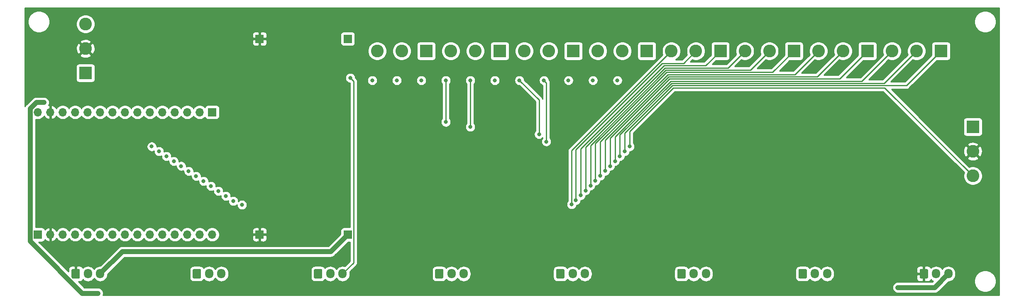
<source format=gbr>
%TF.GenerationSoftware,KiCad,Pcbnew,(5.1.12)-1*%
%TF.CreationDate,2021-12-19T17:26:01-05:00*%
%TF.ProjectId,FlipDisplay-Main,466c6970-4469-4737-906c-61792d4d6169,rev?*%
%TF.SameCoordinates,Original*%
%TF.FileFunction,Copper,L2,Bot*%
%TF.FilePolarity,Positive*%
%FSLAX46Y46*%
G04 Gerber Fmt 4.6, Leading zero omitted, Abs format (unit mm)*
G04 Created by KiCad (PCBNEW (5.1.12)-1) date 2021-12-19 17:26:01*
%MOMM*%
%LPD*%
G01*
G04 APERTURE LIST*
%TA.AperFunction,ComponentPad*%
%ADD10C,2.600000*%
%TD*%
%TA.AperFunction,ComponentPad*%
%ADD11R,2.600000X2.600000*%
%TD*%
%TA.AperFunction,ComponentPad*%
%ADD12O,1.700000X1.950000*%
%TD*%
%TA.AperFunction,ComponentPad*%
%ADD13R,1.700000X1.700000*%
%TD*%
%TA.AperFunction,ComponentPad*%
%ADD14O,1.700000X1.700000*%
%TD*%
%TA.AperFunction,ViaPad*%
%ADD15C,0.800000*%
%TD*%
%TA.AperFunction,Conductor*%
%ADD16C,0.250000*%
%TD*%
%TA.AperFunction,Conductor*%
%ADD17C,1.000000*%
%TD*%
%TA.AperFunction,Conductor*%
%ADD18C,0.254000*%
%TD*%
%TA.AperFunction,Conductor*%
%ADD19C,0.100000*%
%TD*%
G04 APERTURE END LIST*
D10*
%TO.P,J13,3*%
%TO.N,/GPIO16*%
X242500000Y-89500000D03*
%TO.P,J13,2*%
%TO.N,/GPIO4*%
X247500000Y-89500000D03*
D11*
%TO.P,J13,1*%
%TO.N,/GPIO2*%
X252500000Y-89500000D03*
%TD*%
D10*
%TO.P,J24,3*%
%TO.N,/5V*%
X78000000Y-84000000D03*
%TO.P,J24,2*%
%TO.N,/GND*%
X78000000Y-89000000D03*
D11*
%TO.P,J24,1*%
%TO.N,/12V*%
X78000000Y-94000000D03*
%TD*%
D10*
%TO.P,J15,3*%
%TO.N,/GPIO15*%
X259000000Y-115000000D03*
%TO.P,J15,2*%
%TO.N,/GND*%
X259000000Y-110000000D03*
D11*
%TO.P,J15,1*%
%TO.N,/5V*%
X259000000Y-105000000D03*
%TD*%
D10*
%TO.P,J12,3*%
%TO.N,/GPIO18*%
X227500000Y-89500000D03*
%TO.P,J12,2*%
%TO.N,/GPIO5*%
X232500000Y-89500000D03*
D11*
%TO.P,J12,1*%
%TO.N,/GPIO17*%
X237500000Y-89500000D03*
%TD*%
D10*
%TO.P,J10,3*%
%TO.N,/GPIO3*%
X212500000Y-89500000D03*
%TO.P,J10,2*%
%TO.N,/GPIO21*%
X217500000Y-89500000D03*
D11*
%TO.P,J10,1*%
%TO.N,/GPIO19*%
X222500000Y-89500000D03*
%TD*%
D10*
%TO.P,J9,3*%
%TO.N,/GPIO23*%
X197500000Y-89500000D03*
%TO.P,J9,2*%
%TO.N,/GPIO22*%
X202500000Y-89500000D03*
D11*
%TO.P,J9,1*%
%TO.N,/GPIO1*%
X207500000Y-89500000D03*
%TD*%
D10*
%TO.P,J6,3*%
%TO.N,/GPIO34*%
X182500000Y-89500000D03*
%TO.P,J6,2*%
%TO.N,/GPIO39*%
X187500000Y-89500000D03*
D11*
%TO.P,J6,1*%
%TO.N,/GPIO36*%
X192500000Y-89500000D03*
%TD*%
D10*
%TO.P,J5,3*%
%TO.N,/GPIO33*%
X167500000Y-89500000D03*
%TO.P,J5,2*%
%TO.N,/GPIO32*%
X172500000Y-89500000D03*
D11*
%TO.P,J5,1*%
%TO.N,/GPIO35*%
X177500000Y-89500000D03*
%TD*%
D10*
%TO.P,J4,3*%
%TO.N,/GPIO27*%
X152500000Y-89500000D03*
%TO.P,J4,2*%
%TO.N,/GPIO26*%
X157500000Y-89500000D03*
D11*
%TO.P,J4,1*%
%TO.N,/GPIO25*%
X162500000Y-89500000D03*
%TD*%
D10*
%TO.P,J1,3*%
%TO.N,/GPIO13*%
X137500000Y-89500000D03*
%TO.P,J1,2*%
%TO.N,/GPIO12*%
X142500000Y-89500000D03*
D11*
%TO.P,J1,1*%
%TO.N,/GPIO14*%
X147500000Y-89500000D03*
%TD*%
D12*
%TO.P,J23,3*%
%TO.N,/5V*%
X254000000Y-135000000D03*
%TO.P,J23,2*%
%TO.N,/12V*%
X251500000Y-135000000D03*
%TO.P,J23,1*%
%TO.N,/GND*%
%TA.AperFunction,ComponentPad*%
G36*
G01*
X248150000Y-135725000D02*
X248150000Y-134275000D01*
G75*
G02*
X248400000Y-134025000I250000J0D01*
G01*
X249600000Y-134025000D01*
G75*
G02*
X249850000Y-134275000I0J-250000D01*
G01*
X249850000Y-135725000D01*
G75*
G02*
X249600000Y-135975000I-250000J0D01*
G01*
X248400000Y-135975000D01*
G75*
G02*
X248150000Y-135725000I0J250000D01*
G01*
G37*
%TD.AperFunction*%
%TD*%
%TO.P,J22,3*%
%TO.N,/5V*%
X81000000Y-135000000D03*
%TO.P,J22,2*%
%TO.N,/12V*%
X78500000Y-135000000D03*
%TO.P,J22,1*%
%TO.N,/GND*%
%TA.AperFunction,ComponentPad*%
G36*
G01*
X75150000Y-135725000D02*
X75150000Y-134275000D01*
G75*
G02*
X75400000Y-134025000I250000J0D01*
G01*
X76600000Y-134025000D01*
G75*
G02*
X76850000Y-134275000I0J-250000D01*
G01*
X76850000Y-135725000D01*
G75*
G02*
X76600000Y-135975000I-250000J0D01*
G01*
X75400000Y-135975000D01*
G75*
G02*
X75150000Y-135725000I0J250000D01*
G01*
G37*
%TD.AperFunction*%
%TD*%
%TO.P,J21,3*%
%TO.N,/GPIO13*%
X229285710Y-135000000D03*
%TO.P,J21,2*%
%TO.N,/GPIO26*%
X226785710Y-135000000D03*
%TO.P,J21,1*%
%TO.N,/GPIO25*%
%TA.AperFunction,ComponentPad*%
G36*
G01*
X223435710Y-135725000D02*
X223435710Y-134275000D01*
G75*
G02*
X223685710Y-134025000I250000J0D01*
G01*
X224885710Y-134025000D01*
G75*
G02*
X225135710Y-134275000I0J-250000D01*
G01*
X225135710Y-135725000D01*
G75*
G02*
X224885710Y-135975000I-250000J0D01*
G01*
X223685710Y-135975000D01*
G75*
G02*
X223435710Y-135725000I0J250000D01*
G01*
G37*
%TD.AperFunction*%
%TD*%
D13*
%TO.P,J20,1*%
%TO.N,/GND*%
X113500000Y-127000000D03*
%TD*%
%TO.P,J19,1*%
%TO.N,/12V*%
X131500000Y-87000000D03*
%TD*%
%TO.P,J18,1*%
%TO.N,/GND*%
X113500000Y-87000000D03*
%TD*%
%TO.P,J17,1*%
%TO.N,/5V*%
X131500000Y-127000000D03*
%TD*%
D12*
%TO.P,J16,3*%
%TO.N,/GPIO13*%
X204571425Y-135000000D03*
%TO.P,J16,2*%
%TO.N,/GPIO32*%
X202071425Y-135000000D03*
%TO.P,J16,1*%
%TO.N,/GPIO35*%
%TA.AperFunction,ComponentPad*%
G36*
G01*
X198721425Y-135725000D02*
X198721425Y-134275000D01*
G75*
G02*
X198971425Y-134025000I250000J0D01*
G01*
X200171425Y-134025000D01*
G75*
G02*
X200421425Y-134275000I0J-250000D01*
G01*
X200421425Y-135725000D01*
G75*
G02*
X200171425Y-135975000I-250000J0D01*
G01*
X198971425Y-135975000D01*
G75*
G02*
X198721425Y-135725000I0J250000D01*
G01*
G37*
%TD.AperFunction*%
%TD*%
%TO.P,J14,3*%
%TO.N,/GPIO13*%
X179857140Y-135000000D03*
%TO.P,J14,2*%
%TO.N,/GPIO23*%
X177357140Y-135000000D03*
%TO.P,J14,1*%
%TO.N,/GPIO22*%
%TA.AperFunction,ComponentPad*%
G36*
G01*
X174007140Y-135725000D02*
X174007140Y-134275000D01*
G75*
G02*
X174257140Y-134025000I250000J0D01*
G01*
X175457140Y-134025000D01*
G75*
G02*
X175707140Y-134275000I0J-250000D01*
G01*
X175707140Y-135725000D01*
G75*
G02*
X175457140Y-135975000I-250000J0D01*
G01*
X174257140Y-135975000D01*
G75*
G02*
X174007140Y-135725000I0J250000D01*
G01*
G37*
%TD.AperFunction*%
%TD*%
%TO.P,J11,3*%
%TO.N,/GPIO13*%
X155142855Y-135000000D03*
%TO.P,J11,2*%
%TO.N,/GPIO21*%
X152642855Y-135000000D03*
%TO.P,J11,1*%
%TO.N,/GPIO19*%
%TA.AperFunction,ComponentPad*%
G36*
G01*
X149292855Y-135725000D02*
X149292855Y-134275000D01*
G75*
G02*
X149542855Y-134025000I250000J0D01*
G01*
X150742855Y-134025000D01*
G75*
G02*
X150992855Y-134275000I0J-250000D01*
G01*
X150992855Y-135725000D01*
G75*
G02*
X150742855Y-135975000I-250000J0D01*
G01*
X149542855Y-135975000D01*
G75*
G02*
X149292855Y-135725000I0J250000D01*
G01*
G37*
%TD.AperFunction*%
%TD*%
D14*
%TO.P,J8,15*%
%TO.N,/GPIO23*%
X103840000Y-127000000D03*
%TO.P,J8,14*%
%TO.N,/GPIO22*%
X101300000Y-127000000D03*
%TO.P,J8,13*%
%TO.N,/GPIO1*%
X98760000Y-127000000D03*
%TO.P,J8,12*%
%TO.N,/GPIO3*%
X96220000Y-127000000D03*
%TO.P,J8,11*%
%TO.N,/GPIO21*%
X93680000Y-127000000D03*
%TO.P,J8,10*%
%TO.N,/GPIO19*%
X91140000Y-127000000D03*
%TO.P,J8,9*%
%TO.N,/GPIO18*%
X88600000Y-127000000D03*
%TO.P,J8,8*%
%TO.N,/GPIO5*%
X86060000Y-127000000D03*
%TO.P,J8,7*%
%TO.N,/GPIO17*%
X83520000Y-127000000D03*
%TO.P,J8,6*%
%TO.N,/GPIO16*%
X80980000Y-127000000D03*
%TO.P,J8,5*%
%TO.N,/GPIO4*%
X78440000Y-127000000D03*
%TO.P,J8,4*%
%TO.N,/GPIO2*%
X75900000Y-127000000D03*
%TO.P,J8,3*%
%TO.N,/GPIO15*%
X73360000Y-127000000D03*
%TO.P,J8,2*%
%TO.N,/GND*%
X70820000Y-127000000D03*
D13*
%TO.P,J8,1*%
%TO.N,/3V3*%
X68280000Y-127000000D03*
%TD*%
D12*
%TO.P,J7,3*%
%TO.N,/GPIO13*%
X130428570Y-135000000D03*
%TO.P,J7,2*%
%TO.N,/GPIO18*%
X127928570Y-135000000D03*
%TO.P,J7,1*%
%TO.N,/GPIO5*%
%TA.AperFunction,ComponentPad*%
G36*
G01*
X124578570Y-135725000D02*
X124578570Y-134275000D01*
G75*
G02*
X124828570Y-134025000I250000J0D01*
G01*
X126028570Y-134025000D01*
G75*
G02*
X126278570Y-134275000I0J-250000D01*
G01*
X126278570Y-135725000D01*
G75*
G02*
X126028570Y-135975000I-250000J0D01*
G01*
X124828570Y-135975000D01*
G75*
G02*
X124578570Y-135725000I0J250000D01*
G01*
G37*
%TD.AperFunction*%
%TD*%
%TO.P,J3,3*%
%TO.N,/GPIO13*%
X105714285Y-135000000D03*
%TO.P,J3,2*%
%TO.N,/GPIO4*%
X103214285Y-135000000D03*
%TO.P,J3,1*%
%TO.N,/GPIO2*%
%TA.AperFunction,ComponentPad*%
G36*
G01*
X99864285Y-135725000D02*
X99864285Y-134275000D01*
G75*
G02*
X100114285Y-134025000I250000J0D01*
G01*
X101314285Y-134025000D01*
G75*
G02*
X101564285Y-134275000I0J-250000D01*
G01*
X101564285Y-135725000D01*
G75*
G02*
X101314285Y-135975000I-250000J0D01*
G01*
X100114285Y-135975000D01*
G75*
G02*
X99864285Y-135725000I0J250000D01*
G01*
G37*
%TD.AperFunction*%
%TD*%
D14*
%TO.P,J2,15*%
%TO.N,/5V*%
X68270000Y-102000000D03*
%TO.P,J2,14*%
%TO.N,/GND*%
X70810000Y-102000000D03*
%TO.P,J2,13*%
%TO.N,/GPIO13*%
X73350000Y-102000000D03*
%TO.P,J2,12*%
%TO.N,/GPIO12*%
X75890000Y-102000000D03*
%TO.P,J2,11*%
%TO.N,/GPIO14*%
X78430000Y-102000000D03*
%TO.P,J2,10*%
%TO.N,/GPIO27*%
X80970000Y-102000000D03*
%TO.P,J2,9*%
%TO.N,/GPIO26*%
X83510000Y-102000000D03*
%TO.P,J2,8*%
%TO.N,/GPIO25*%
X86050000Y-102000000D03*
%TO.P,J2,7*%
%TO.N,/GPIO33*%
X88590000Y-102000000D03*
%TO.P,J2,6*%
%TO.N,/GPIO32*%
X91130000Y-102000000D03*
%TO.P,J2,5*%
%TO.N,/GPIO35*%
X93670000Y-102000000D03*
%TO.P,J2,4*%
%TO.N,/GPIO34*%
X96210000Y-102000000D03*
%TO.P,J2,3*%
%TO.N,/GPIO39*%
X98750000Y-102000000D03*
%TO.P,J2,2*%
%TO.N,/GPIO36*%
X101290000Y-102000000D03*
D13*
%TO.P,J2,1*%
%TO.N,Net-(J2-Pad1)*%
X103830000Y-102000000D03*
%TD*%
D15*
%TO.N,/GPIO13*%
X132000000Y-95000000D03*
%TO.N,/GPIO12*%
X136500000Y-95500000D03*
%TO.N,/GPIO14*%
X141500000Y-95500000D03*
%TO.N,/5V*%
X243700010Y-137799990D03*
%TO.N,/GPIO27*%
X146500000Y-95500000D03*
%TO.N,/GPIO26*%
X151500000Y-95500000D03*
X151500000Y-104000000D03*
%TO.N,/GPIO25*%
X156500000Y-95500000D03*
X156500000Y-105000000D03*
%TO.N,/GPIO33*%
X161500000Y-95500000D03*
%TO.N,/GPIO32*%
X166500000Y-95500000D03*
X170500000Y-106500000D03*
%TO.N,/GPIO35*%
X171500000Y-95500000D03*
X172000000Y-108000000D03*
%TO.N,/GPIO34*%
X176500000Y-95500000D03*
%TO.N,/GPIO39*%
X181500000Y-95500000D03*
%TO.N,/GPIO36*%
X186500000Y-95500000D03*
%TO.N,/GPIO4*%
X187000000Y-111000000D03*
X94500000Y-111000000D03*
%TO.N,/GPIO2*%
X188000000Y-110000000D03*
X93000000Y-110000000D03*
%TO.N,/GPIO18*%
X183000000Y-115000000D03*
X100550000Y-115050000D03*
%TO.N,/GPIO5*%
X184000000Y-114000000D03*
X99030000Y-114030000D03*
%TO.N,/GPIO23*%
X177160000Y-120840000D03*
X109920000Y-120920000D03*
%TO.N,/GPIO22*%
X178000000Y-120000000D03*
X108150000Y-120150000D03*
%TO.N,/GPIO1*%
X179000000Y-119000000D03*
X106630000Y-119130000D03*
%TO.N,/GPIO3*%
X180000000Y-118000000D03*
X105110000Y-118110000D03*
%TO.N,/GPIO21*%
X181000000Y-117000000D03*
X103590000Y-117090000D03*
%TO.N,/GPIO19*%
X182000000Y-116000000D03*
X102070000Y-116070000D03*
%TO.N,/GPIO17*%
X185000000Y-113000000D03*
X97510000Y-113010000D03*
%TO.N,/GPIO16*%
X186000000Y-112000000D03*
X96000000Y-112000000D03*
%TO.N,/GPIO15*%
X189000000Y-109000000D03*
X91500000Y-109000000D03*
%TO.N,/12V*%
X69500000Y-100000000D03*
X80500000Y-139000000D03*
%TD*%
D16*
%TO.N,/GPIO13*%
X132675001Y-95675001D02*
X132000000Y-95000000D01*
X132675001Y-132753569D02*
X132675001Y-95675001D01*
X130428570Y-135000000D02*
X132675001Y-132753569D01*
D17*
%TO.N,/5V*%
X251200010Y-137799990D02*
X254000000Y-135000000D01*
X243700010Y-137799990D02*
X251200010Y-137799990D01*
X128000000Y-130500000D02*
X131500000Y-127000000D01*
X85500000Y-130500000D02*
X128000000Y-130500000D01*
X81000000Y-135000000D02*
X85500000Y-130500000D01*
D16*
%TO.N,/GPIO26*%
X151500000Y-104000000D02*
X151500000Y-95500000D01*
%TO.N,/GPIO25*%
X156500000Y-105000000D02*
X156500000Y-95500000D01*
%TO.N,/GPIO32*%
X170500000Y-99500000D02*
X166500000Y-95500000D01*
X170500000Y-106500000D02*
X170500000Y-99500000D01*
%TO.N,/GPIO35*%
X172000000Y-96000000D02*
X171500000Y-95500000D01*
X172000000Y-108000000D02*
X172000000Y-96000000D01*
%TO.N,/GPIO4*%
X187000000Y-111000000D02*
X187000000Y-106636410D01*
X187000000Y-106636410D02*
X197536330Y-96100080D01*
X240899920Y-96100080D02*
X247500000Y-89500000D01*
X197536330Y-96100080D02*
X240899920Y-96100080D01*
%TO.N,/GPIO2*%
X188000000Y-110000000D02*
X188000000Y-106272820D01*
X188000000Y-106272820D02*
X197722730Y-96550090D01*
X245449910Y-96550090D02*
X252500000Y-89500000D01*
X197722730Y-96550090D02*
X245449910Y-96550090D01*
%TO.N,/GPIO18*%
X183000000Y-115000000D02*
X183000000Y-108045640D01*
X222699960Y-94300040D02*
X227500000Y-89500000D01*
X196745600Y-94300040D02*
X222699960Y-94300040D01*
X183000000Y-108045640D02*
X196745600Y-94300040D01*
%TO.N,/GPIO5*%
X184000000Y-114000000D02*
X184000000Y-107682050D01*
X227249950Y-94750050D02*
X232500000Y-89500000D01*
X196932000Y-94750050D02*
X227249950Y-94750050D01*
X184000000Y-107682050D02*
X196932000Y-94750050D01*
%TO.N,/GPIO23*%
X177160000Y-109840000D02*
X197500000Y-89500000D01*
X177160000Y-120840000D02*
X177160000Y-109840000D01*
%TO.N,/GPIO22*%
X178000000Y-120000000D02*
X178000000Y-109636410D01*
X178000000Y-109636410D02*
X195636410Y-92000000D01*
X200000000Y-92000000D02*
X202500000Y-89500000D01*
X195636410Y-92000000D02*
X200000000Y-92000000D01*
%TO.N,/GPIO1*%
X204500000Y-92500000D02*
X207500000Y-89500000D01*
X196000000Y-92500000D02*
X204500000Y-92500000D01*
X179000000Y-109500000D02*
X196000000Y-92500000D01*
X179000000Y-119000000D02*
X179000000Y-109500000D01*
%TO.N,/GPIO3*%
X180000000Y-118000000D02*
X180000000Y-109136410D01*
X209049990Y-92950010D02*
X212500000Y-89500000D01*
X196186400Y-92950010D02*
X209049990Y-92950010D01*
X180000000Y-109136410D02*
X196186400Y-92950010D01*
%TO.N,/GPIO21*%
X181000000Y-117000000D02*
X181000000Y-108772820D01*
X213599980Y-93400020D02*
X217500000Y-89500000D01*
X196372800Y-93400020D02*
X213599980Y-93400020D01*
X181000000Y-108772820D02*
X196372800Y-93400020D01*
%TO.N,/GPIO19*%
X182000000Y-116000000D02*
X182000000Y-108409230D01*
X218149970Y-93850030D02*
X222500000Y-89500000D01*
X196559200Y-93850030D02*
X218149970Y-93850030D01*
X182000000Y-108409230D02*
X196559200Y-93850030D01*
%TO.N,/GPIO17*%
X185000000Y-113000000D02*
X185000000Y-107318460D01*
X185000000Y-107318460D02*
X197118400Y-95200060D01*
X231799940Y-95200060D02*
X237500000Y-89500000D01*
X197118400Y-95200060D02*
X231799940Y-95200060D01*
%TO.N,/GPIO16*%
X197349930Y-95650070D02*
X236349930Y-95650070D01*
X186000000Y-107000000D02*
X197349930Y-95650070D01*
X236349930Y-95650070D02*
X242500000Y-89500000D01*
X186000000Y-112000000D02*
X186000000Y-107000000D01*
%TO.N,/GPIO15*%
X189000000Y-109000000D02*
X189000000Y-105909230D01*
X189000000Y-105909230D02*
X197909130Y-97000100D01*
X241000100Y-97000100D02*
X259000000Y-115000000D01*
X197909130Y-97000100D02*
X241000100Y-97000100D01*
D17*
%TO.N,/12V*%
X67975998Y-100000000D02*
X69500000Y-100000000D01*
X66719999Y-101255999D02*
X67975998Y-100000000D01*
X67811464Y-129491466D02*
X66719999Y-128400001D01*
X66719999Y-128400001D02*
X66719999Y-101255999D01*
X67822946Y-129491466D02*
X77331480Y-139000000D01*
X67811464Y-129491466D02*
X67822946Y-129491466D01*
X77331480Y-139000000D02*
X80500000Y-139000000D01*
X80500000Y-139000000D02*
X80500000Y-139000000D01*
%TD*%
D18*
%TO.N,/GND*%
X264340001Y-139340000D02*
X81582933Y-139340000D01*
X81618577Y-139222499D01*
X81640491Y-139000000D01*
X81618577Y-138777501D01*
X81553676Y-138563553D01*
X81448284Y-138366377D01*
X81306449Y-138193551D01*
X81133623Y-138051716D01*
X80936447Y-137946324D01*
X80722499Y-137881423D01*
X80555752Y-137865000D01*
X77801612Y-137865000D01*
X77736602Y-137799990D01*
X242559519Y-137799990D01*
X242581433Y-138022489D01*
X242646334Y-138236437D01*
X242751726Y-138433613D01*
X242893561Y-138606439D01*
X243066387Y-138748274D01*
X243263563Y-138853666D01*
X243477511Y-138918567D01*
X243644258Y-138934990D01*
X251144259Y-138934990D01*
X251200010Y-138940481D01*
X251255761Y-138934990D01*
X251255762Y-138934990D01*
X251422509Y-138918567D01*
X251636457Y-138853666D01*
X251833633Y-138748274D01*
X252006459Y-138606439D01*
X252042006Y-138563125D01*
X253989027Y-136616104D01*
X254000000Y-136617185D01*
X254291111Y-136588513D01*
X254571034Y-136503599D01*
X254829014Y-136365706D01*
X254933602Y-136279872D01*
X259265000Y-136279872D01*
X259265000Y-136720128D01*
X259350890Y-137151925D01*
X259519369Y-137558669D01*
X259763962Y-137924729D01*
X260075271Y-138236038D01*
X260441331Y-138480631D01*
X260848075Y-138649110D01*
X261279872Y-138735000D01*
X261720128Y-138735000D01*
X262151925Y-138649110D01*
X262558669Y-138480631D01*
X262924729Y-138236038D01*
X263236038Y-137924729D01*
X263480631Y-137558669D01*
X263649110Y-137151925D01*
X263735000Y-136720128D01*
X263735000Y-136279872D01*
X263649110Y-135848075D01*
X263480631Y-135441331D01*
X263236038Y-135075271D01*
X262924729Y-134763962D01*
X262558669Y-134519369D01*
X262151925Y-134350890D01*
X261720128Y-134265000D01*
X261279872Y-134265000D01*
X260848075Y-134350890D01*
X260441331Y-134519369D01*
X260075271Y-134763962D01*
X259763962Y-135075271D01*
X259519369Y-135441331D01*
X259350890Y-135848075D01*
X259265000Y-136279872D01*
X254933602Y-136279872D01*
X255055134Y-136180134D01*
X255240706Y-135954014D01*
X255378599Y-135696033D01*
X255463513Y-135416110D01*
X255485000Y-135197949D01*
X255485000Y-134802050D01*
X255463513Y-134583889D01*
X255378599Y-134303966D01*
X255240706Y-134045986D01*
X255055134Y-133819866D01*
X254829013Y-133634294D01*
X254571033Y-133496401D01*
X254291110Y-133411487D01*
X254000000Y-133382815D01*
X253708889Y-133411487D01*
X253428966Y-133496401D01*
X253170986Y-133634294D01*
X252944866Y-133819866D01*
X252759294Y-134045987D01*
X252750000Y-134063374D01*
X252740706Y-134045986D01*
X252555134Y-133819866D01*
X252329013Y-133634294D01*
X252071033Y-133496401D01*
X251791110Y-133411487D01*
X251500000Y-133382815D01*
X251208889Y-133411487D01*
X250928966Y-133496401D01*
X250670986Y-133634294D01*
X250450055Y-133815608D01*
X250439502Y-133780820D01*
X250380537Y-133670506D01*
X250301185Y-133573815D01*
X250204494Y-133494463D01*
X250094180Y-133435498D01*
X249974482Y-133399188D01*
X249850000Y-133386928D01*
X249285750Y-133390000D01*
X249127000Y-133548750D01*
X249127000Y-134873000D01*
X249147000Y-134873000D01*
X249147000Y-135127000D01*
X249127000Y-135127000D01*
X249127000Y-136451250D01*
X249285750Y-136610000D01*
X249850000Y-136613072D01*
X249974482Y-136600812D01*
X250094180Y-136564502D01*
X250204494Y-136505537D01*
X250301185Y-136426185D01*
X250380537Y-136329494D01*
X250439502Y-136219180D01*
X250450055Y-136184392D01*
X250670987Y-136365706D01*
X250904401Y-136490468D01*
X250729879Y-136664990D01*
X243644258Y-136664990D01*
X243477511Y-136681413D01*
X243263563Y-136746314D01*
X243066387Y-136851706D01*
X242893561Y-136993541D01*
X242751726Y-137166367D01*
X242646334Y-137363543D01*
X242581433Y-137577491D01*
X242559519Y-137799990D01*
X77736602Y-137799990D01*
X76548040Y-136611428D01*
X76850000Y-136613072D01*
X76974482Y-136600812D01*
X77094180Y-136564502D01*
X77204494Y-136505537D01*
X77301185Y-136426185D01*
X77380537Y-136329494D01*
X77439502Y-136219180D01*
X77450055Y-136184392D01*
X77670987Y-136365706D01*
X77928967Y-136503599D01*
X78208890Y-136588513D01*
X78500000Y-136617185D01*
X78791111Y-136588513D01*
X79071034Y-136503599D01*
X79329014Y-136365706D01*
X79555134Y-136180134D01*
X79740706Y-135954014D01*
X79750000Y-135936626D01*
X79759294Y-135954014D01*
X79944866Y-136180134D01*
X80170987Y-136365706D01*
X80428967Y-136503599D01*
X80708890Y-136588513D01*
X81000000Y-136617185D01*
X81291111Y-136588513D01*
X81571034Y-136503599D01*
X81829014Y-136365706D01*
X82055134Y-136180134D01*
X82240706Y-135954014D01*
X82378599Y-135696033D01*
X82463513Y-135416110D01*
X82485000Y-135197949D01*
X82485000Y-135120131D01*
X83330131Y-134275000D01*
X99226213Y-134275000D01*
X99226213Y-135725000D01*
X99243277Y-135898254D01*
X99293813Y-136064850D01*
X99375880Y-136218386D01*
X99486323Y-136352962D01*
X99620899Y-136463405D01*
X99774435Y-136545472D01*
X99941031Y-136596008D01*
X100114285Y-136613072D01*
X101314285Y-136613072D01*
X101487539Y-136596008D01*
X101654135Y-136545472D01*
X101807671Y-136463405D01*
X101942247Y-136352962D01*
X102052690Y-136218386D01*
X102107062Y-136116663D01*
X102159151Y-136180134D01*
X102385272Y-136365706D01*
X102643252Y-136503599D01*
X102923175Y-136588513D01*
X103214285Y-136617185D01*
X103505396Y-136588513D01*
X103785319Y-136503599D01*
X104043299Y-136365706D01*
X104269419Y-136180134D01*
X104454991Y-135954014D01*
X104464285Y-135936626D01*
X104473579Y-135954014D01*
X104659151Y-136180134D01*
X104885272Y-136365706D01*
X105143252Y-136503599D01*
X105423175Y-136588513D01*
X105714285Y-136617185D01*
X106005396Y-136588513D01*
X106285319Y-136503599D01*
X106543299Y-136365706D01*
X106769419Y-136180134D01*
X106954991Y-135954014D01*
X107092884Y-135696033D01*
X107177798Y-135416110D01*
X107199285Y-135197949D01*
X107199285Y-134802050D01*
X107177798Y-134583889D01*
X107092884Y-134303966D01*
X106954991Y-134045986D01*
X106769419Y-133819866D01*
X106543298Y-133634294D01*
X106285318Y-133496401D01*
X106005395Y-133411487D01*
X105714285Y-133382815D01*
X105423174Y-133411487D01*
X105143251Y-133496401D01*
X104885271Y-133634294D01*
X104659151Y-133819866D01*
X104473579Y-134045987D01*
X104464285Y-134063374D01*
X104454991Y-134045986D01*
X104269419Y-133819866D01*
X104043298Y-133634294D01*
X103785318Y-133496401D01*
X103505395Y-133411487D01*
X103214285Y-133382815D01*
X102923174Y-133411487D01*
X102643251Y-133496401D01*
X102385271Y-133634294D01*
X102159151Y-133819866D01*
X102107062Y-133883337D01*
X102052690Y-133781614D01*
X101942247Y-133647038D01*
X101807671Y-133536595D01*
X101654135Y-133454528D01*
X101487539Y-133403992D01*
X101314285Y-133386928D01*
X100114285Y-133386928D01*
X99941031Y-133403992D01*
X99774435Y-133454528D01*
X99620899Y-133536595D01*
X99486323Y-133647038D01*
X99375880Y-133781614D01*
X99293813Y-133935150D01*
X99243277Y-134101746D01*
X99226213Y-134275000D01*
X83330131Y-134275000D01*
X85970132Y-131635000D01*
X127944249Y-131635000D01*
X128000000Y-131640491D01*
X128055751Y-131635000D01*
X128055752Y-131635000D01*
X128222499Y-131618577D01*
X128436447Y-131553676D01*
X128633623Y-131448284D01*
X128806449Y-131306449D01*
X128841996Y-131263135D01*
X131617060Y-128488072D01*
X131915001Y-128488072D01*
X131915001Y-132438767D01*
X130890472Y-133463296D01*
X130719680Y-133411487D01*
X130428570Y-133382815D01*
X130137459Y-133411487D01*
X129857536Y-133496401D01*
X129599556Y-133634294D01*
X129373436Y-133819866D01*
X129187864Y-134045987D01*
X129178570Y-134063374D01*
X129169276Y-134045986D01*
X128983704Y-133819866D01*
X128757583Y-133634294D01*
X128499603Y-133496401D01*
X128219680Y-133411487D01*
X127928570Y-133382815D01*
X127637459Y-133411487D01*
X127357536Y-133496401D01*
X127099556Y-133634294D01*
X126873436Y-133819866D01*
X126821347Y-133883337D01*
X126766975Y-133781614D01*
X126656532Y-133647038D01*
X126521956Y-133536595D01*
X126368420Y-133454528D01*
X126201824Y-133403992D01*
X126028570Y-133386928D01*
X124828570Y-133386928D01*
X124655316Y-133403992D01*
X124488720Y-133454528D01*
X124335184Y-133536595D01*
X124200608Y-133647038D01*
X124090165Y-133781614D01*
X124008098Y-133935150D01*
X123957562Y-134101746D01*
X123940498Y-134275000D01*
X123940498Y-135725000D01*
X123957562Y-135898254D01*
X124008098Y-136064850D01*
X124090165Y-136218386D01*
X124200608Y-136352962D01*
X124335184Y-136463405D01*
X124488720Y-136545472D01*
X124655316Y-136596008D01*
X124828570Y-136613072D01*
X126028570Y-136613072D01*
X126201824Y-136596008D01*
X126368420Y-136545472D01*
X126521956Y-136463405D01*
X126656532Y-136352962D01*
X126766975Y-136218386D01*
X126821347Y-136116663D01*
X126873436Y-136180134D01*
X127099557Y-136365706D01*
X127357537Y-136503599D01*
X127637460Y-136588513D01*
X127928570Y-136617185D01*
X128219681Y-136588513D01*
X128499604Y-136503599D01*
X128757584Y-136365706D01*
X128983704Y-136180134D01*
X129169276Y-135954014D01*
X129178570Y-135936626D01*
X129187864Y-135954014D01*
X129373436Y-136180134D01*
X129599557Y-136365706D01*
X129857537Y-136503599D01*
X130137460Y-136588513D01*
X130428570Y-136617185D01*
X130719681Y-136588513D01*
X130999604Y-136503599D01*
X131257584Y-136365706D01*
X131483704Y-136180134D01*
X131669276Y-135954014D01*
X131807169Y-135696033D01*
X131892083Y-135416110D01*
X131913570Y-135197949D01*
X131913570Y-134802050D01*
X131894540Y-134608832D01*
X132228372Y-134275000D01*
X148654783Y-134275000D01*
X148654783Y-135725000D01*
X148671847Y-135898254D01*
X148722383Y-136064850D01*
X148804450Y-136218386D01*
X148914893Y-136352962D01*
X149049469Y-136463405D01*
X149203005Y-136545472D01*
X149369601Y-136596008D01*
X149542855Y-136613072D01*
X150742855Y-136613072D01*
X150916109Y-136596008D01*
X151082705Y-136545472D01*
X151236241Y-136463405D01*
X151370817Y-136352962D01*
X151481260Y-136218386D01*
X151535632Y-136116663D01*
X151587721Y-136180134D01*
X151813842Y-136365706D01*
X152071822Y-136503599D01*
X152351745Y-136588513D01*
X152642855Y-136617185D01*
X152933966Y-136588513D01*
X153213889Y-136503599D01*
X153471869Y-136365706D01*
X153697989Y-136180134D01*
X153883561Y-135954014D01*
X153892855Y-135936626D01*
X153902149Y-135954014D01*
X154087721Y-136180134D01*
X154313842Y-136365706D01*
X154571822Y-136503599D01*
X154851745Y-136588513D01*
X155142855Y-136617185D01*
X155433966Y-136588513D01*
X155713889Y-136503599D01*
X155971869Y-136365706D01*
X156197989Y-136180134D01*
X156383561Y-135954014D01*
X156521454Y-135696033D01*
X156606368Y-135416110D01*
X156627855Y-135197949D01*
X156627855Y-134802050D01*
X156606368Y-134583889D01*
X156521454Y-134303966D01*
X156505972Y-134275000D01*
X173369068Y-134275000D01*
X173369068Y-135725000D01*
X173386132Y-135898254D01*
X173436668Y-136064850D01*
X173518735Y-136218386D01*
X173629178Y-136352962D01*
X173763754Y-136463405D01*
X173917290Y-136545472D01*
X174083886Y-136596008D01*
X174257140Y-136613072D01*
X175457140Y-136613072D01*
X175630394Y-136596008D01*
X175796990Y-136545472D01*
X175950526Y-136463405D01*
X176085102Y-136352962D01*
X176195545Y-136218386D01*
X176249917Y-136116663D01*
X176302006Y-136180134D01*
X176528127Y-136365706D01*
X176786107Y-136503599D01*
X177066030Y-136588513D01*
X177357140Y-136617185D01*
X177648251Y-136588513D01*
X177928174Y-136503599D01*
X178186154Y-136365706D01*
X178412274Y-136180134D01*
X178597846Y-135954014D01*
X178607140Y-135936626D01*
X178616434Y-135954014D01*
X178802006Y-136180134D01*
X179028127Y-136365706D01*
X179286107Y-136503599D01*
X179566030Y-136588513D01*
X179857140Y-136617185D01*
X180148251Y-136588513D01*
X180428174Y-136503599D01*
X180686154Y-136365706D01*
X180912274Y-136180134D01*
X181097846Y-135954014D01*
X181235739Y-135696033D01*
X181320653Y-135416110D01*
X181342140Y-135197949D01*
X181342140Y-134802050D01*
X181320653Y-134583889D01*
X181235739Y-134303966D01*
X181220257Y-134275000D01*
X198083353Y-134275000D01*
X198083353Y-135725000D01*
X198100417Y-135898254D01*
X198150953Y-136064850D01*
X198233020Y-136218386D01*
X198343463Y-136352962D01*
X198478039Y-136463405D01*
X198631575Y-136545472D01*
X198798171Y-136596008D01*
X198971425Y-136613072D01*
X200171425Y-136613072D01*
X200344679Y-136596008D01*
X200511275Y-136545472D01*
X200664811Y-136463405D01*
X200799387Y-136352962D01*
X200909830Y-136218386D01*
X200964202Y-136116663D01*
X201016291Y-136180134D01*
X201242412Y-136365706D01*
X201500392Y-136503599D01*
X201780315Y-136588513D01*
X202071425Y-136617185D01*
X202362536Y-136588513D01*
X202642459Y-136503599D01*
X202900439Y-136365706D01*
X203126559Y-136180134D01*
X203312131Y-135954014D01*
X203321425Y-135936626D01*
X203330719Y-135954014D01*
X203516291Y-136180134D01*
X203742412Y-136365706D01*
X204000392Y-136503599D01*
X204280315Y-136588513D01*
X204571425Y-136617185D01*
X204862536Y-136588513D01*
X205142459Y-136503599D01*
X205400439Y-136365706D01*
X205626559Y-136180134D01*
X205812131Y-135954014D01*
X205950024Y-135696033D01*
X206034938Y-135416110D01*
X206056425Y-135197949D01*
X206056425Y-134802050D01*
X206034938Y-134583889D01*
X205950024Y-134303966D01*
X205934542Y-134275000D01*
X222797638Y-134275000D01*
X222797638Y-135725000D01*
X222814702Y-135898254D01*
X222865238Y-136064850D01*
X222947305Y-136218386D01*
X223057748Y-136352962D01*
X223192324Y-136463405D01*
X223345860Y-136545472D01*
X223512456Y-136596008D01*
X223685710Y-136613072D01*
X224885710Y-136613072D01*
X225058964Y-136596008D01*
X225225560Y-136545472D01*
X225379096Y-136463405D01*
X225513672Y-136352962D01*
X225624115Y-136218386D01*
X225678487Y-136116663D01*
X225730576Y-136180134D01*
X225956697Y-136365706D01*
X226214677Y-136503599D01*
X226494600Y-136588513D01*
X226785710Y-136617185D01*
X227076821Y-136588513D01*
X227356744Y-136503599D01*
X227614724Y-136365706D01*
X227840844Y-136180134D01*
X228026416Y-135954014D01*
X228035710Y-135936626D01*
X228045004Y-135954014D01*
X228230576Y-136180134D01*
X228456697Y-136365706D01*
X228714677Y-136503599D01*
X228994600Y-136588513D01*
X229285710Y-136617185D01*
X229576821Y-136588513D01*
X229856744Y-136503599D01*
X230114724Y-136365706D01*
X230340844Y-136180134D01*
X230509193Y-135975000D01*
X247511928Y-135975000D01*
X247524188Y-136099482D01*
X247560498Y-136219180D01*
X247619463Y-136329494D01*
X247698815Y-136426185D01*
X247795506Y-136505537D01*
X247905820Y-136564502D01*
X248025518Y-136600812D01*
X248150000Y-136613072D01*
X248714250Y-136610000D01*
X248873000Y-136451250D01*
X248873000Y-135127000D01*
X247673750Y-135127000D01*
X247515000Y-135285750D01*
X247511928Y-135975000D01*
X230509193Y-135975000D01*
X230526416Y-135954014D01*
X230664309Y-135696033D01*
X230749223Y-135416110D01*
X230770710Y-135197949D01*
X230770710Y-134802050D01*
X230749223Y-134583889D01*
X230664309Y-134303966D01*
X230526416Y-134045986D01*
X230509194Y-134025000D01*
X247511928Y-134025000D01*
X247515000Y-134714250D01*
X247673750Y-134873000D01*
X248873000Y-134873000D01*
X248873000Y-133548750D01*
X248714250Y-133390000D01*
X248150000Y-133386928D01*
X248025518Y-133399188D01*
X247905820Y-133435498D01*
X247795506Y-133494463D01*
X247698815Y-133573815D01*
X247619463Y-133670506D01*
X247560498Y-133780820D01*
X247524188Y-133900518D01*
X247511928Y-134025000D01*
X230509194Y-134025000D01*
X230340844Y-133819866D01*
X230114723Y-133634294D01*
X229856743Y-133496401D01*
X229576820Y-133411487D01*
X229285710Y-133382815D01*
X228994599Y-133411487D01*
X228714676Y-133496401D01*
X228456696Y-133634294D01*
X228230576Y-133819866D01*
X228045004Y-134045987D01*
X228035710Y-134063374D01*
X228026416Y-134045986D01*
X227840844Y-133819866D01*
X227614723Y-133634294D01*
X227356743Y-133496401D01*
X227076820Y-133411487D01*
X226785710Y-133382815D01*
X226494599Y-133411487D01*
X226214676Y-133496401D01*
X225956696Y-133634294D01*
X225730576Y-133819866D01*
X225678487Y-133883337D01*
X225624115Y-133781614D01*
X225513672Y-133647038D01*
X225379096Y-133536595D01*
X225225560Y-133454528D01*
X225058964Y-133403992D01*
X224885710Y-133386928D01*
X223685710Y-133386928D01*
X223512456Y-133403992D01*
X223345860Y-133454528D01*
X223192324Y-133536595D01*
X223057748Y-133647038D01*
X222947305Y-133781614D01*
X222865238Y-133935150D01*
X222814702Y-134101746D01*
X222797638Y-134275000D01*
X205934542Y-134275000D01*
X205812131Y-134045986D01*
X205626559Y-133819866D01*
X205400438Y-133634294D01*
X205142458Y-133496401D01*
X204862535Y-133411487D01*
X204571425Y-133382815D01*
X204280314Y-133411487D01*
X204000391Y-133496401D01*
X203742411Y-133634294D01*
X203516291Y-133819866D01*
X203330719Y-134045987D01*
X203321425Y-134063374D01*
X203312131Y-134045986D01*
X203126559Y-133819866D01*
X202900438Y-133634294D01*
X202642458Y-133496401D01*
X202362535Y-133411487D01*
X202071425Y-133382815D01*
X201780314Y-133411487D01*
X201500391Y-133496401D01*
X201242411Y-133634294D01*
X201016291Y-133819866D01*
X200964202Y-133883337D01*
X200909830Y-133781614D01*
X200799387Y-133647038D01*
X200664811Y-133536595D01*
X200511275Y-133454528D01*
X200344679Y-133403992D01*
X200171425Y-133386928D01*
X198971425Y-133386928D01*
X198798171Y-133403992D01*
X198631575Y-133454528D01*
X198478039Y-133536595D01*
X198343463Y-133647038D01*
X198233020Y-133781614D01*
X198150953Y-133935150D01*
X198100417Y-134101746D01*
X198083353Y-134275000D01*
X181220257Y-134275000D01*
X181097846Y-134045986D01*
X180912274Y-133819866D01*
X180686153Y-133634294D01*
X180428173Y-133496401D01*
X180148250Y-133411487D01*
X179857140Y-133382815D01*
X179566029Y-133411487D01*
X179286106Y-133496401D01*
X179028126Y-133634294D01*
X178802006Y-133819866D01*
X178616434Y-134045987D01*
X178607140Y-134063374D01*
X178597846Y-134045986D01*
X178412274Y-133819866D01*
X178186153Y-133634294D01*
X177928173Y-133496401D01*
X177648250Y-133411487D01*
X177357140Y-133382815D01*
X177066029Y-133411487D01*
X176786106Y-133496401D01*
X176528126Y-133634294D01*
X176302006Y-133819866D01*
X176249917Y-133883337D01*
X176195545Y-133781614D01*
X176085102Y-133647038D01*
X175950526Y-133536595D01*
X175796990Y-133454528D01*
X175630394Y-133403992D01*
X175457140Y-133386928D01*
X174257140Y-133386928D01*
X174083886Y-133403992D01*
X173917290Y-133454528D01*
X173763754Y-133536595D01*
X173629178Y-133647038D01*
X173518735Y-133781614D01*
X173436668Y-133935150D01*
X173386132Y-134101746D01*
X173369068Y-134275000D01*
X156505972Y-134275000D01*
X156383561Y-134045986D01*
X156197989Y-133819866D01*
X155971868Y-133634294D01*
X155713888Y-133496401D01*
X155433965Y-133411487D01*
X155142855Y-133382815D01*
X154851744Y-133411487D01*
X154571821Y-133496401D01*
X154313841Y-133634294D01*
X154087721Y-133819866D01*
X153902149Y-134045987D01*
X153892855Y-134063374D01*
X153883561Y-134045986D01*
X153697989Y-133819866D01*
X153471868Y-133634294D01*
X153213888Y-133496401D01*
X152933965Y-133411487D01*
X152642855Y-133382815D01*
X152351744Y-133411487D01*
X152071821Y-133496401D01*
X151813841Y-133634294D01*
X151587721Y-133819866D01*
X151535632Y-133883337D01*
X151481260Y-133781614D01*
X151370817Y-133647038D01*
X151236241Y-133536595D01*
X151082705Y-133454528D01*
X150916109Y-133403992D01*
X150742855Y-133386928D01*
X149542855Y-133386928D01*
X149369601Y-133403992D01*
X149203005Y-133454528D01*
X149049469Y-133536595D01*
X148914893Y-133647038D01*
X148804450Y-133781614D01*
X148722383Y-133935150D01*
X148671847Y-134101746D01*
X148654783Y-134275000D01*
X132228372Y-134275000D01*
X133186005Y-133317367D01*
X133215002Y-133293570D01*
X133309975Y-133177845D01*
X133380547Y-133045816D01*
X133424004Y-132902555D01*
X133435001Y-132790902D01*
X133435001Y-132790893D01*
X133438677Y-132753570D01*
X133435001Y-132716247D01*
X133435001Y-120738061D01*
X176125000Y-120738061D01*
X176125000Y-120941939D01*
X176164774Y-121141898D01*
X176242795Y-121330256D01*
X176356063Y-121499774D01*
X176500226Y-121643937D01*
X176669744Y-121757205D01*
X176858102Y-121835226D01*
X177058061Y-121875000D01*
X177261939Y-121875000D01*
X177461898Y-121835226D01*
X177650256Y-121757205D01*
X177819774Y-121643937D01*
X177963937Y-121499774D01*
X178077205Y-121330256D01*
X178155226Y-121141898D01*
X178179560Y-121019560D01*
X178301898Y-120995226D01*
X178490256Y-120917205D01*
X178659774Y-120803937D01*
X178803937Y-120659774D01*
X178917205Y-120490256D01*
X178995226Y-120301898D01*
X179035000Y-120101939D01*
X179035000Y-120035000D01*
X179101939Y-120035000D01*
X179301898Y-119995226D01*
X179490256Y-119917205D01*
X179659774Y-119803937D01*
X179803937Y-119659774D01*
X179917205Y-119490256D01*
X179995226Y-119301898D01*
X180035000Y-119101939D01*
X180035000Y-119035000D01*
X180101939Y-119035000D01*
X180301898Y-118995226D01*
X180490256Y-118917205D01*
X180659774Y-118803937D01*
X180803937Y-118659774D01*
X180917205Y-118490256D01*
X180995226Y-118301898D01*
X181035000Y-118101939D01*
X181035000Y-118035000D01*
X181101939Y-118035000D01*
X181301898Y-117995226D01*
X181490256Y-117917205D01*
X181659774Y-117803937D01*
X181803937Y-117659774D01*
X181917205Y-117490256D01*
X181995226Y-117301898D01*
X182035000Y-117101939D01*
X182035000Y-117035000D01*
X182101939Y-117035000D01*
X182301898Y-116995226D01*
X182490256Y-116917205D01*
X182659774Y-116803937D01*
X182803937Y-116659774D01*
X182917205Y-116490256D01*
X182995226Y-116301898D01*
X183035000Y-116101939D01*
X183035000Y-116035000D01*
X183101939Y-116035000D01*
X183301898Y-115995226D01*
X183490256Y-115917205D01*
X183659774Y-115803937D01*
X183803937Y-115659774D01*
X183917205Y-115490256D01*
X183995226Y-115301898D01*
X184035000Y-115101939D01*
X184035000Y-115035000D01*
X184101939Y-115035000D01*
X184301898Y-114995226D01*
X184490256Y-114917205D01*
X184659774Y-114803937D01*
X184803937Y-114659774D01*
X184917205Y-114490256D01*
X184995226Y-114301898D01*
X185035000Y-114101939D01*
X185035000Y-114035000D01*
X185101939Y-114035000D01*
X185301898Y-113995226D01*
X185490256Y-113917205D01*
X185659774Y-113803937D01*
X185803937Y-113659774D01*
X185917205Y-113490256D01*
X185995226Y-113301898D01*
X186035000Y-113101939D01*
X186035000Y-113035000D01*
X186101939Y-113035000D01*
X186301898Y-112995226D01*
X186490256Y-112917205D01*
X186659774Y-112803937D01*
X186803937Y-112659774D01*
X186917205Y-112490256D01*
X186995226Y-112301898D01*
X187035000Y-112101939D01*
X187035000Y-112035000D01*
X187101939Y-112035000D01*
X187301898Y-111995226D01*
X187490256Y-111917205D01*
X187659774Y-111803937D01*
X187803937Y-111659774D01*
X187917205Y-111490256D01*
X187995226Y-111301898D01*
X188035000Y-111101939D01*
X188035000Y-111035000D01*
X188101939Y-111035000D01*
X188301898Y-110995226D01*
X188490256Y-110917205D01*
X188659774Y-110803937D01*
X188803937Y-110659774D01*
X188917205Y-110490256D01*
X188995226Y-110301898D01*
X189035000Y-110101939D01*
X189035000Y-110035000D01*
X189101939Y-110035000D01*
X189301898Y-109995226D01*
X189490256Y-109917205D01*
X189659774Y-109803937D01*
X189803937Y-109659774D01*
X189917205Y-109490256D01*
X189995226Y-109301898D01*
X190035000Y-109101939D01*
X190035000Y-108898061D01*
X189995226Y-108698102D01*
X189917205Y-108509744D01*
X189803937Y-108340226D01*
X189760000Y-108296289D01*
X189760000Y-106224031D01*
X198223933Y-97760100D01*
X240685299Y-97760100D01*
X257204213Y-114279015D01*
X257139361Y-114435581D01*
X257065000Y-114809419D01*
X257065000Y-115190581D01*
X257139361Y-115564419D01*
X257285225Y-115916566D01*
X257496987Y-116233491D01*
X257766509Y-116503013D01*
X258083434Y-116714775D01*
X258435581Y-116860639D01*
X258809419Y-116935000D01*
X259190581Y-116935000D01*
X259564419Y-116860639D01*
X259916566Y-116714775D01*
X260233491Y-116503013D01*
X260503013Y-116233491D01*
X260714775Y-115916566D01*
X260860639Y-115564419D01*
X260935000Y-115190581D01*
X260935000Y-114809419D01*
X260860639Y-114435581D01*
X260714775Y-114083434D01*
X260503013Y-113766509D01*
X260233491Y-113496987D01*
X259916566Y-113285225D01*
X259564419Y-113139361D01*
X259190581Y-113065000D01*
X258809419Y-113065000D01*
X258435581Y-113139361D01*
X258279015Y-113204213D01*
X256424026Y-111349224D01*
X257830381Y-111349224D01*
X257962317Y-111644312D01*
X258303045Y-111815159D01*
X258670557Y-111916250D01*
X259050729Y-111943701D01*
X259428951Y-111896457D01*
X259790690Y-111776333D01*
X260037683Y-111644312D01*
X260169619Y-111349224D01*
X259000000Y-110179605D01*
X257830381Y-111349224D01*
X256424026Y-111349224D01*
X255125531Y-110050729D01*
X257056299Y-110050729D01*
X257103543Y-110428951D01*
X257223667Y-110790690D01*
X257355688Y-111037683D01*
X257650776Y-111169619D01*
X258820395Y-110000000D01*
X259179605Y-110000000D01*
X260349224Y-111169619D01*
X260644312Y-111037683D01*
X260815159Y-110696955D01*
X260916250Y-110329443D01*
X260943701Y-109949271D01*
X260896457Y-109571049D01*
X260776333Y-109209310D01*
X260644312Y-108962317D01*
X260349224Y-108830381D01*
X259179605Y-110000000D01*
X258820395Y-110000000D01*
X257650776Y-108830381D01*
X257355688Y-108962317D01*
X257184841Y-109303045D01*
X257083750Y-109670557D01*
X257056299Y-110050729D01*
X255125531Y-110050729D01*
X253725578Y-108650776D01*
X257830381Y-108650776D01*
X259000000Y-109820395D01*
X260169619Y-108650776D01*
X260037683Y-108355688D01*
X259696955Y-108184841D01*
X259329443Y-108083750D01*
X258949271Y-108056299D01*
X258571049Y-108103543D01*
X258209310Y-108223667D01*
X257962317Y-108355688D01*
X257830381Y-108650776D01*
X253725578Y-108650776D01*
X248774802Y-103700000D01*
X257061928Y-103700000D01*
X257061928Y-106300000D01*
X257074188Y-106424482D01*
X257110498Y-106544180D01*
X257169463Y-106654494D01*
X257248815Y-106751185D01*
X257345506Y-106830537D01*
X257455820Y-106889502D01*
X257575518Y-106925812D01*
X257700000Y-106938072D01*
X260300000Y-106938072D01*
X260424482Y-106925812D01*
X260544180Y-106889502D01*
X260654494Y-106830537D01*
X260751185Y-106751185D01*
X260830537Y-106654494D01*
X260889502Y-106544180D01*
X260925812Y-106424482D01*
X260938072Y-106300000D01*
X260938072Y-103700000D01*
X260925812Y-103575518D01*
X260889502Y-103455820D01*
X260830537Y-103345506D01*
X260751185Y-103248815D01*
X260654494Y-103169463D01*
X260544180Y-103110498D01*
X260424482Y-103074188D01*
X260300000Y-103061928D01*
X257700000Y-103061928D01*
X257575518Y-103074188D01*
X257455820Y-103110498D01*
X257345506Y-103169463D01*
X257248815Y-103248815D01*
X257169463Y-103345506D01*
X257110498Y-103455820D01*
X257074188Y-103575518D01*
X257061928Y-103700000D01*
X248774802Y-103700000D01*
X242384891Y-97310090D01*
X245412588Y-97310090D01*
X245449910Y-97313766D01*
X245487232Y-97310090D01*
X245487243Y-97310090D01*
X245598896Y-97299093D01*
X245742157Y-97255636D01*
X245874186Y-97185064D01*
X245989911Y-97090091D01*
X246013714Y-97061087D01*
X251636730Y-91438072D01*
X253800000Y-91438072D01*
X253924482Y-91425812D01*
X254044180Y-91389502D01*
X254154494Y-91330537D01*
X254251185Y-91251185D01*
X254330537Y-91154494D01*
X254389502Y-91044180D01*
X254425812Y-90924482D01*
X254438072Y-90800000D01*
X254438072Y-88200000D01*
X254425812Y-88075518D01*
X254389502Y-87955820D01*
X254330537Y-87845506D01*
X254251185Y-87748815D01*
X254154494Y-87669463D01*
X254044180Y-87610498D01*
X253924482Y-87574188D01*
X253800000Y-87561928D01*
X251200000Y-87561928D01*
X251075518Y-87574188D01*
X250955820Y-87610498D01*
X250845506Y-87669463D01*
X250748815Y-87748815D01*
X250669463Y-87845506D01*
X250610498Y-87955820D01*
X250574188Y-88075518D01*
X250561928Y-88200000D01*
X250561928Y-90363270D01*
X245135109Y-95790090D01*
X242284711Y-95790090D01*
X246779015Y-91295787D01*
X246935581Y-91360639D01*
X247309419Y-91435000D01*
X247690581Y-91435000D01*
X248064419Y-91360639D01*
X248416566Y-91214775D01*
X248733491Y-91003013D01*
X249003013Y-90733491D01*
X249214775Y-90416566D01*
X249360639Y-90064419D01*
X249435000Y-89690581D01*
X249435000Y-89309419D01*
X249360639Y-88935581D01*
X249214775Y-88583434D01*
X249003013Y-88266509D01*
X248733491Y-87996987D01*
X248416566Y-87785225D01*
X248064419Y-87639361D01*
X247690581Y-87565000D01*
X247309419Y-87565000D01*
X246935581Y-87639361D01*
X246583434Y-87785225D01*
X246266509Y-87996987D01*
X245996987Y-88266509D01*
X245785225Y-88583434D01*
X245639361Y-88935581D01*
X245565000Y-89309419D01*
X245565000Y-89690581D01*
X245639361Y-90064419D01*
X245704213Y-90220985D01*
X240585119Y-95340080D01*
X237734721Y-95340080D01*
X241779015Y-91295787D01*
X241935581Y-91360639D01*
X242309419Y-91435000D01*
X242690581Y-91435000D01*
X243064419Y-91360639D01*
X243416566Y-91214775D01*
X243733491Y-91003013D01*
X244003013Y-90733491D01*
X244214775Y-90416566D01*
X244360639Y-90064419D01*
X244435000Y-89690581D01*
X244435000Y-89309419D01*
X244360639Y-88935581D01*
X244214775Y-88583434D01*
X244003013Y-88266509D01*
X243733491Y-87996987D01*
X243416566Y-87785225D01*
X243064419Y-87639361D01*
X242690581Y-87565000D01*
X242309419Y-87565000D01*
X241935581Y-87639361D01*
X241583434Y-87785225D01*
X241266509Y-87996987D01*
X240996987Y-88266509D01*
X240785225Y-88583434D01*
X240639361Y-88935581D01*
X240565000Y-89309419D01*
X240565000Y-89690581D01*
X240639361Y-90064419D01*
X240704213Y-90220985D01*
X236035129Y-94890070D01*
X233184731Y-94890070D01*
X236636730Y-91438072D01*
X238800000Y-91438072D01*
X238924482Y-91425812D01*
X239044180Y-91389502D01*
X239154494Y-91330537D01*
X239251185Y-91251185D01*
X239330537Y-91154494D01*
X239389502Y-91044180D01*
X239425812Y-90924482D01*
X239438072Y-90800000D01*
X239438072Y-88200000D01*
X239425812Y-88075518D01*
X239389502Y-87955820D01*
X239330537Y-87845506D01*
X239251185Y-87748815D01*
X239154494Y-87669463D01*
X239044180Y-87610498D01*
X238924482Y-87574188D01*
X238800000Y-87561928D01*
X236200000Y-87561928D01*
X236075518Y-87574188D01*
X235955820Y-87610498D01*
X235845506Y-87669463D01*
X235748815Y-87748815D01*
X235669463Y-87845506D01*
X235610498Y-87955820D01*
X235574188Y-88075518D01*
X235561928Y-88200000D01*
X235561928Y-90363270D01*
X231485139Y-94440060D01*
X228634741Y-94440060D01*
X231779015Y-91295787D01*
X231935581Y-91360639D01*
X232309419Y-91435000D01*
X232690581Y-91435000D01*
X233064419Y-91360639D01*
X233416566Y-91214775D01*
X233733491Y-91003013D01*
X234003013Y-90733491D01*
X234214775Y-90416566D01*
X234360639Y-90064419D01*
X234435000Y-89690581D01*
X234435000Y-89309419D01*
X234360639Y-88935581D01*
X234214775Y-88583434D01*
X234003013Y-88266509D01*
X233733491Y-87996987D01*
X233416566Y-87785225D01*
X233064419Y-87639361D01*
X232690581Y-87565000D01*
X232309419Y-87565000D01*
X231935581Y-87639361D01*
X231583434Y-87785225D01*
X231266509Y-87996987D01*
X230996987Y-88266509D01*
X230785225Y-88583434D01*
X230639361Y-88935581D01*
X230565000Y-89309419D01*
X230565000Y-89690581D01*
X230639361Y-90064419D01*
X230704213Y-90220985D01*
X226935149Y-93990050D01*
X224084751Y-93990050D01*
X226779015Y-91295787D01*
X226935581Y-91360639D01*
X227309419Y-91435000D01*
X227690581Y-91435000D01*
X228064419Y-91360639D01*
X228416566Y-91214775D01*
X228733491Y-91003013D01*
X229003013Y-90733491D01*
X229214775Y-90416566D01*
X229360639Y-90064419D01*
X229435000Y-89690581D01*
X229435000Y-89309419D01*
X229360639Y-88935581D01*
X229214775Y-88583434D01*
X229003013Y-88266509D01*
X228733491Y-87996987D01*
X228416566Y-87785225D01*
X228064419Y-87639361D01*
X227690581Y-87565000D01*
X227309419Y-87565000D01*
X226935581Y-87639361D01*
X226583434Y-87785225D01*
X226266509Y-87996987D01*
X225996987Y-88266509D01*
X225785225Y-88583434D01*
X225639361Y-88935581D01*
X225565000Y-89309419D01*
X225565000Y-89690581D01*
X225639361Y-90064419D01*
X225704213Y-90220985D01*
X222385159Y-93540040D01*
X219534761Y-93540040D01*
X221636730Y-91438072D01*
X223800000Y-91438072D01*
X223924482Y-91425812D01*
X224044180Y-91389502D01*
X224154494Y-91330537D01*
X224251185Y-91251185D01*
X224330537Y-91154494D01*
X224389502Y-91044180D01*
X224425812Y-90924482D01*
X224438072Y-90800000D01*
X224438072Y-88200000D01*
X224425812Y-88075518D01*
X224389502Y-87955820D01*
X224330537Y-87845506D01*
X224251185Y-87748815D01*
X224154494Y-87669463D01*
X224044180Y-87610498D01*
X223924482Y-87574188D01*
X223800000Y-87561928D01*
X221200000Y-87561928D01*
X221075518Y-87574188D01*
X220955820Y-87610498D01*
X220845506Y-87669463D01*
X220748815Y-87748815D01*
X220669463Y-87845506D01*
X220610498Y-87955820D01*
X220574188Y-88075518D01*
X220561928Y-88200000D01*
X220561928Y-90363270D01*
X217835169Y-93090030D01*
X214984771Y-93090030D01*
X216779015Y-91295787D01*
X216935581Y-91360639D01*
X217309419Y-91435000D01*
X217690581Y-91435000D01*
X218064419Y-91360639D01*
X218416566Y-91214775D01*
X218733491Y-91003013D01*
X219003013Y-90733491D01*
X219214775Y-90416566D01*
X219360639Y-90064419D01*
X219435000Y-89690581D01*
X219435000Y-89309419D01*
X219360639Y-88935581D01*
X219214775Y-88583434D01*
X219003013Y-88266509D01*
X218733491Y-87996987D01*
X218416566Y-87785225D01*
X218064419Y-87639361D01*
X217690581Y-87565000D01*
X217309419Y-87565000D01*
X216935581Y-87639361D01*
X216583434Y-87785225D01*
X216266509Y-87996987D01*
X215996987Y-88266509D01*
X215785225Y-88583434D01*
X215639361Y-88935581D01*
X215565000Y-89309419D01*
X215565000Y-89690581D01*
X215639361Y-90064419D01*
X215704213Y-90220985D01*
X213285179Y-92640020D01*
X210434781Y-92640020D01*
X211779015Y-91295787D01*
X211935581Y-91360639D01*
X212309419Y-91435000D01*
X212690581Y-91435000D01*
X213064419Y-91360639D01*
X213416566Y-91214775D01*
X213733491Y-91003013D01*
X214003013Y-90733491D01*
X214214775Y-90416566D01*
X214360639Y-90064419D01*
X214435000Y-89690581D01*
X214435000Y-89309419D01*
X214360639Y-88935581D01*
X214214775Y-88583434D01*
X214003013Y-88266509D01*
X213733491Y-87996987D01*
X213416566Y-87785225D01*
X213064419Y-87639361D01*
X212690581Y-87565000D01*
X212309419Y-87565000D01*
X211935581Y-87639361D01*
X211583434Y-87785225D01*
X211266509Y-87996987D01*
X210996987Y-88266509D01*
X210785225Y-88583434D01*
X210639361Y-88935581D01*
X210565000Y-89309419D01*
X210565000Y-89690581D01*
X210639361Y-90064419D01*
X210704213Y-90220985D01*
X208735189Y-92190010D01*
X205884791Y-92190010D01*
X206636730Y-91438072D01*
X208800000Y-91438072D01*
X208924482Y-91425812D01*
X209044180Y-91389502D01*
X209154494Y-91330537D01*
X209251185Y-91251185D01*
X209330537Y-91154494D01*
X209389502Y-91044180D01*
X209425812Y-90924482D01*
X209438072Y-90800000D01*
X209438072Y-88200000D01*
X209425812Y-88075518D01*
X209389502Y-87955820D01*
X209330537Y-87845506D01*
X209251185Y-87748815D01*
X209154494Y-87669463D01*
X209044180Y-87610498D01*
X208924482Y-87574188D01*
X208800000Y-87561928D01*
X206200000Y-87561928D01*
X206075518Y-87574188D01*
X205955820Y-87610498D01*
X205845506Y-87669463D01*
X205748815Y-87748815D01*
X205669463Y-87845506D01*
X205610498Y-87955820D01*
X205574188Y-88075518D01*
X205561928Y-88200000D01*
X205561928Y-90363270D01*
X204185199Y-91740000D01*
X201334801Y-91740000D01*
X201779014Y-91295787D01*
X201935581Y-91360639D01*
X202309419Y-91435000D01*
X202690581Y-91435000D01*
X203064419Y-91360639D01*
X203416566Y-91214775D01*
X203733491Y-91003013D01*
X204003013Y-90733491D01*
X204214775Y-90416566D01*
X204360639Y-90064419D01*
X204435000Y-89690581D01*
X204435000Y-89309419D01*
X204360639Y-88935581D01*
X204214775Y-88583434D01*
X204003013Y-88266509D01*
X203733491Y-87996987D01*
X203416566Y-87785225D01*
X203064419Y-87639361D01*
X202690581Y-87565000D01*
X202309419Y-87565000D01*
X201935581Y-87639361D01*
X201583434Y-87785225D01*
X201266509Y-87996987D01*
X200996987Y-88266509D01*
X200785225Y-88583434D01*
X200639361Y-88935581D01*
X200565000Y-89309419D01*
X200565000Y-89690581D01*
X200639361Y-90064419D01*
X200704213Y-90220986D01*
X199685199Y-91240000D01*
X198355667Y-91240000D01*
X198416566Y-91214775D01*
X198733491Y-91003013D01*
X199003013Y-90733491D01*
X199214775Y-90416566D01*
X199360639Y-90064419D01*
X199435000Y-89690581D01*
X199435000Y-89309419D01*
X199360639Y-88935581D01*
X199214775Y-88583434D01*
X199003013Y-88266509D01*
X198733491Y-87996987D01*
X198416566Y-87785225D01*
X198064419Y-87639361D01*
X197690581Y-87565000D01*
X197309419Y-87565000D01*
X196935581Y-87639361D01*
X196583434Y-87785225D01*
X196266509Y-87996987D01*
X195996987Y-88266509D01*
X195785225Y-88583434D01*
X195639361Y-88935581D01*
X195565000Y-89309419D01*
X195565000Y-89690581D01*
X195639361Y-90064419D01*
X195704213Y-90220985D01*
X176648998Y-109276201D01*
X176620000Y-109299999D01*
X176596202Y-109328997D01*
X176596201Y-109328998D01*
X176525026Y-109415724D01*
X176454454Y-109547754D01*
X176447388Y-109571049D01*
X176417204Y-109670557D01*
X176410998Y-109691015D01*
X176396324Y-109840000D01*
X176400001Y-109877332D01*
X176400000Y-120136289D01*
X176356063Y-120180226D01*
X176242795Y-120349744D01*
X176164774Y-120538102D01*
X176125000Y-120738061D01*
X133435001Y-120738061D01*
X133435001Y-95712334D01*
X133438678Y-95675001D01*
X133424004Y-95526015D01*
X133385191Y-95398061D01*
X135465000Y-95398061D01*
X135465000Y-95601939D01*
X135504774Y-95801898D01*
X135582795Y-95990256D01*
X135696063Y-96159774D01*
X135840226Y-96303937D01*
X136009744Y-96417205D01*
X136198102Y-96495226D01*
X136398061Y-96535000D01*
X136601939Y-96535000D01*
X136801898Y-96495226D01*
X136990256Y-96417205D01*
X137159774Y-96303937D01*
X137303937Y-96159774D01*
X137417205Y-95990256D01*
X137495226Y-95801898D01*
X137535000Y-95601939D01*
X137535000Y-95398061D01*
X140465000Y-95398061D01*
X140465000Y-95601939D01*
X140504774Y-95801898D01*
X140582795Y-95990256D01*
X140696063Y-96159774D01*
X140840226Y-96303937D01*
X141009744Y-96417205D01*
X141198102Y-96495226D01*
X141398061Y-96535000D01*
X141601939Y-96535000D01*
X141801898Y-96495226D01*
X141990256Y-96417205D01*
X142159774Y-96303937D01*
X142303937Y-96159774D01*
X142417205Y-95990256D01*
X142495226Y-95801898D01*
X142535000Y-95601939D01*
X142535000Y-95398061D01*
X145465000Y-95398061D01*
X145465000Y-95601939D01*
X145504774Y-95801898D01*
X145582795Y-95990256D01*
X145696063Y-96159774D01*
X145840226Y-96303937D01*
X146009744Y-96417205D01*
X146198102Y-96495226D01*
X146398061Y-96535000D01*
X146601939Y-96535000D01*
X146801898Y-96495226D01*
X146990256Y-96417205D01*
X147159774Y-96303937D01*
X147303937Y-96159774D01*
X147417205Y-95990256D01*
X147495226Y-95801898D01*
X147535000Y-95601939D01*
X147535000Y-95398061D01*
X150465000Y-95398061D01*
X150465000Y-95601939D01*
X150504774Y-95801898D01*
X150582795Y-95990256D01*
X150696063Y-96159774D01*
X150740001Y-96203712D01*
X150740000Y-103296289D01*
X150696063Y-103340226D01*
X150582795Y-103509744D01*
X150504774Y-103698102D01*
X150465000Y-103898061D01*
X150465000Y-104101939D01*
X150504774Y-104301898D01*
X150582795Y-104490256D01*
X150696063Y-104659774D01*
X150840226Y-104803937D01*
X151009744Y-104917205D01*
X151198102Y-104995226D01*
X151398061Y-105035000D01*
X151601939Y-105035000D01*
X151801898Y-104995226D01*
X151990256Y-104917205D01*
X152159774Y-104803937D01*
X152303937Y-104659774D01*
X152417205Y-104490256D01*
X152495226Y-104301898D01*
X152535000Y-104101939D01*
X152535000Y-103898061D01*
X152495226Y-103698102D01*
X152417205Y-103509744D01*
X152303937Y-103340226D01*
X152260000Y-103296289D01*
X152260000Y-96203711D01*
X152303937Y-96159774D01*
X152417205Y-95990256D01*
X152495226Y-95801898D01*
X152535000Y-95601939D01*
X152535000Y-95398061D01*
X155465000Y-95398061D01*
X155465000Y-95601939D01*
X155504774Y-95801898D01*
X155582795Y-95990256D01*
X155696063Y-96159774D01*
X155740001Y-96203712D01*
X155740000Y-104296289D01*
X155696063Y-104340226D01*
X155582795Y-104509744D01*
X155504774Y-104698102D01*
X155465000Y-104898061D01*
X155465000Y-105101939D01*
X155504774Y-105301898D01*
X155582795Y-105490256D01*
X155696063Y-105659774D01*
X155840226Y-105803937D01*
X156009744Y-105917205D01*
X156198102Y-105995226D01*
X156398061Y-106035000D01*
X156601939Y-106035000D01*
X156801898Y-105995226D01*
X156990256Y-105917205D01*
X157159774Y-105803937D01*
X157303937Y-105659774D01*
X157417205Y-105490256D01*
X157495226Y-105301898D01*
X157535000Y-105101939D01*
X157535000Y-104898061D01*
X157495226Y-104698102D01*
X157417205Y-104509744D01*
X157303937Y-104340226D01*
X157260000Y-104296289D01*
X157260000Y-96203711D01*
X157303937Y-96159774D01*
X157417205Y-95990256D01*
X157495226Y-95801898D01*
X157535000Y-95601939D01*
X157535000Y-95398061D01*
X160465000Y-95398061D01*
X160465000Y-95601939D01*
X160504774Y-95801898D01*
X160582795Y-95990256D01*
X160696063Y-96159774D01*
X160840226Y-96303937D01*
X161009744Y-96417205D01*
X161198102Y-96495226D01*
X161398061Y-96535000D01*
X161601939Y-96535000D01*
X161801898Y-96495226D01*
X161990256Y-96417205D01*
X162159774Y-96303937D01*
X162303937Y-96159774D01*
X162417205Y-95990256D01*
X162495226Y-95801898D01*
X162535000Y-95601939D01*
X162535000Y-95398061D01*
X165465000Y-95398061D01*
X165465000Y-95601939D01*
X165504774Y-95801898D01*
X165582795Y-95990256D01*
X165696063Y-96159774D01*
X165840226Y-96303937D01*
X166009744Y-96417205D01*
X166198102Y-96495226D01*
X166398061Y-96535000D01*
X166460199Y-96535000D01*
X169740001Y-99814803D01*
X169740000Y-105796289D01*
X169696063Y-105840226D01*
X169582795Y-106009744D01*
X169504774Y-106198102D01*
X169465000Y-106398061D01*
X169465000Y-106601939D01*
X169504774Y-106801898D01*
X169582795Y-106990256D01*
X169696063Y-107159774D01*
X169840226Y-107303937D01*
X170009744Y-107417205D01*
X170198102Y-107495226D01*
X170398061Y-107535000D01*
X170601939Y-107535000D01*
X170801898Y-107495226D01*
X170990256Y-107417205D01*
X171159774Y-107303937D01*
X171240000Y-107223711D01*
X171240000Y-107296289D01*
X171196063Y-107340226D01*
X171082795Y-107509744D01*
X171004774Y-107698102D01*
X170965000Y-107898061D01*
X170965000Y-108101939D01*
X171004774Y-108301898D01*
X171082795Y-108490256D01*
X171196063Y-108659774D01*
X171340226Y-108803937D01*
X171509744Y-108917205D01*
X171698102Y-108995226D01*
X171898061Y-109035000D01*
X172101939Y-109035000D01*
X172301898Y-108995226D01*
X172490256Y-108917205D01*
X172659774Y-108803937D01*
X172803937Y-108659774D01*
X172917205Y-108490256D01*
X172995226Y-108301898D01*
X173035000Y-108101939D01*
X173035000Y-107898061D01*
X172995226Y-107698102D01*
X172917205Y-107509744D01*
X172803937Y-107340226D01*
X172760000Y-107296289D01*
X172760000Y-96037325D01*
X172763676Y-96000000D01*
X172760000Y-95962675D01*
X172760000Y-95962667D01*
X172749003Y-95851014D01*
X172705546Y-95707753D01*
X172634974Y-95575724D01*
X172540001Y-95459999D01*
X172535000Y-95455895D01*
X172535000Y-95398061D01*
X175465000Y-95398061D01*
X175465000Y-95601939D01*
X175504774Y-95801898D01*
X175582795Y-95990256D01*
X175696063Y-96159774D01*
X175840226Y-96303937D01*
X176009744Y-96417205D01*
X176198102Y-96495226D01*
X176398061Y-96535000D01*
X176601939Y-96535000D01*
X176801898Y-96495226D01*
X176990256Y-96417205D01*
X177159774Y-96303937D01*
X177303937Y-96159774D01*
X177417205Y-95990256D01*
X177495226Y-95801898D01*
X177535000Y-95601939D01*
X177535000Y-95398061D01*
X180465000Y-95398061D01*
X180465000Y-95601939D01*
X180504774Y-95801898D01*
X180582795Y-95990256D01*
X180696063Y-96159774D01*
X180840226Y-96303937D01*
X181009744Y-96417205D01*
X181198102Y-96495226D01*
X181398061Y-96535000D01*
X181601939Y-96535000D01*
X181801898Y-96495226D01*
X181990256Y-96417205D01*
X182159774Y-96303937D01*
X182303937Y-96159774D01*
X182417205Y-95990256D01*
X182495226Y-95801898D01*
X182535000Y-95601939D01*
X182535000Y-95398061D01*
X185465000Y-95398061D01*
X185465000Y-95601939D01*
X185504774Y-95801898D01*
X185582795Y-95990256D01*
X185696063Y-96159774D01*
X185840226Y-96303937D01*
X186009744Y-96417205D01*
X186198102Y-96495226D01*
X186398061Y-96535000D01*
X186601939Y-96535000D01*
X186801898Y-96495226D01*
X186990256Y-96417205D01*
X187159774Y-96303937D01*
X187303937Y-96159774D01*
X187417205Y-95990256D01*
X187495226Y-95801898D01*
X187535000Y-95601939D01*
X187535000Y-95398061D01*
X187495226Y-95198102D01*
X187417205Y-95009744D01*
X187303937Y-94840226D01*
X187159774Y-94696063D01*
X186990256Y-94582795D01*
X186801898Y-94504774D01*
X186601939Y-94465000D01*
X186398061Y-94465000D01*
X186198102Y-94504774D01*
X186009744Y-94582795D01*
X185840226Y-94696063D01*
X185696063Y-94840226D01*
X185582795Y-95009744D01*
X185504774Y-95198102D01*
X185465000Y-95398061D01*
X182535000Y-95398061D01*
X182495226Y-95198102D01*
X182417205Y-95009744D01*
X182303937Y-94840226D01*
X182159774Y-94696063D01*
X181990256Y-94582795D01*
X181801898Y-94504774D01*
X181601939Y-94465000D01*
X181398061Y-94465000D01*
X181198102Y-94504774D01*
X181009744Y-94582795D01*
X180840226Y-94696063D01*
X180696063Y-94840226D01*
X180582795Y-95009744D01*
X180504774Y-95198102D01*
X180465000Y-95398061D01*
X177535000Y-95398061D01*
X177495226Y-95198102D01*
X177417205Y-95009744D01*
X177303937Y-94840226D01*
X177159774Y-94696063D01*
X176990256Y-94582795D01*
X176801898Y-94504774D01*
X176601939Y-94465000D01*
X176398061Y-94465000D01*
X176198102Y-94504774D01*
X176009744Y-94582795D01*
X175840226Y-94696063D01*
X175696063Y-94840226D01*
X175582795Y-95009744D01*
X175504774Y-95198102D01*
X175465000Y-95398061D01*
X172535000Y-95398061D01*
X172495226Y-95198102D01*
X172417205Y-95009744D01*
X172303937Y-94840226D01*
X172159774Y-94696063D01*
X171990256Y-94582795D01*
X171801898Y-94504774D01*
X171601939Y-94465000D01*
X171398061Y-94465000D01*
X171198102Y-94504774D01*
X171009744Y-94582795D01*
X170840226Y-94696063D01*
X170696063Y-94840226D01*
X170582795Y-95009744D01*
X170504774Y-95198102D01*
X170465000Y-95398061D01*
X170465000Y-95601939D01*
X170504774Y-95801898D01*
X170582795Y-95990256D01*
X170696063Y-96159774D01*
X170840226Y-96303937D01*
X171009744Y-96417205D01*
X171198102Y-96495226D01*
X171240001Y-96503560D01*
X171240001Y-99321337D01*
X171205546Y-99207753D01*
X171134974Y-99075724D01*
X171040001Y-98959999D01*
X171011003Y-98936201D01*
X167535000Y-95460199D01*
X167535000Y-95398061D01*
X167495226Y-95198102D01*
X167417205Y-95009744D01*
X167303937Y-94840226D01*
X167159774Y-94696063D01*
X166990256Y-94582795D01*
X166801898Y-94504774D01*
X166601939Y-94465000D01*
X166398061Y-94465000D01*
X166198102Y-94504774D01*
X166009744Y-94582795D01*
X165840226Y-94696063D01*
X165696063Y-94840226D01*
X165582795Y-95009744D01*
X165504774Y-95198102D01*
X165465000Y-95398061D01*
X162535000Y-95398061D01*
X162495226Y-95198102D01*
X162417205Y-95009744D01*
X162303937Y-94840226D01*
X162159774Y-94696063D01*
X161990256Y-94582795D01*
X161801898Y-94504774D01*
X161601939Y-94465000D01*
X161398061Y-94465000D01*
X161198102Y-94504774D01*
X161009744Y-94582795D01*
X160840226Y-94696063D01*
X160696063Y-94840226D01*
X160582795Y-95009744D01*
X160504774Y-95198102D01*
X160465000Y-95398061D01*
X157535000Y-95398061D01*
X157495226Y-95198102D01*
X157417205Y-95009744D01*
X157303937Y-94840226D01*
X157159774Y-94696063D01*
X156990256Y-94582795D01*
X156801898Y-94504774D01*
X156601939Y-94465000D01*
X156398061Y-94465000D01*
X156198102Y-94504774D01*
X156009744Y-94582795D01*
X155840226Y-94696063D01*
X155696063Y-94840226D01*
X155582795Y-95009744D01*
X155504774Y-95198102D01*
X155465000Y-95398061D01*
X152535000Y-95398061D01*
X152495226Y-95198102D01*
X152417205Y-95009744D01*
X152303937Y-94840226D01*
X152159774Y-94696063D01*
X151990256Y-94582795D01*
X151801898Y-94504774D01*
X151601939Y-94465000D01*
X151398061Y-94465000D01*
X151198102Y-94504774D01*
X151009744Y-94582795D01*
X150840226Y-94696063D01*
X150696063Y-94840226D01*
X150582795Y-95009744D01*
X150504774Y-95198102D01*
X150465000Y-95398061D01*
X147535000Y-95398061D01*
X147495226Y-95198102D01*
X147417205Y-95009744D01*
X147303937Y-94840226D01*
X147159774Y-94696063D01*
X146990256Y-94582795D01*
X146801898Y-94504774D01*
X146601939Y-94465000D01*
X146398061Y-94465000D01*
X146198102Y-94504774D01*
X146009744Y-94582795D01*
X145840226Y-94696063D01*
X145696063Y-94840226D01*
X145582795Y-95009744D01*
X145504774Y-95198102D01*
X145465000Y-95398061D01*
X142535000Y-95398061D01*
X142495226Y-95198102D01*
X142417205Y-95009744D01*
X142303937Y-94840226D01*
X142159774Y-94696063D01*
X141990256Y-94582795D01*
X141801898Y-94504774D01*
X141601939Y-94465000D01*
X141398061Y-94465000D01*
X141198102Y-94504774D01*
X141009744Y-94582795D01*
X140840226Y-94696063D01*
X140696063Y-94840226D01*
X140582795Y-95009744D01*
X140504774Y-95198102D01*
X140465000Y-95398061D01*
X137535000Y-95398061D01*
X137495226Y-95198102D01*
X137417205Y-95009744D01*
X137303937Y-94840226D01*
X137159774Y-94696063D01*
X136990256Y-94582795D01*
X136801898Y-94504774D01*
X136601939Y-94465000D01*
X136398061Y-94465000D01*
X136198102Y-94504774D01*
X136009744Y-94582795D01*
X135840226Y-94696063D01*
X135696063Y-94840226D01*
X135582795Y-95009744D01*
X135504774Y-95198102D01*
X135465000Y-95398061D01*
X133385191Y-95398061D01*
X133380547Y-95382754D01*
X133309975Y-95250725D01*
X133238800Y-95163998D01*
X133215002Y-95135000D01*
X133186003Y-95111201D01*
X133035000Y-94960198D01*
X133035000Y-94898061D01*
X132995226Y-94698102D01*
X132917205Y-94509744D01*
X132803937Y-94340226D01*
X132659774Y-94196063D01*
X132490256Y-94082795D01*
X132301898Y-94004774D01*
X132101939Y-93965000D01*
X131898061Y-93965000D01*
X131698102Y-94004774D01*
X131509744Y-94082795D01*
X131340226Y-94196063D01*
X131196063Y-94340226D01*
X131082795Y-94509744D01*
X131004774Y-94698102D01*
X130965000Y-94898061D01*
X130965000Y-95101939D01*
X131004774Y-95301898D01*
X131082795Y-95490256D01*
X131196063Y-95659774D01*
X131340226Y-95803937D01*
X131509744Y-95917205D01*
X131698102Y-95995226D01*
X131898061Y-96035000D01*
X131915002Y-96035000D01*
X131915001Y-125511928D01*
X130650000Y-125511928D01*
X130525518Y-125524188D01*
X130405820Y-125560498D01*
X130295506Y-125619463D01*
X130198815Y-125698815D01*
X130119463Y-125795506D01*
X130060498Y-125905820D01*
X130024188Y-126025518D01*
X130011928Y-126150000D01*
X130011928Y-126882940D01*
X127529869Y-129365000D01*
X85555751Y-129365000D01*
X85499999Y-129359509D01*
X85444248Y-129365000D01*
X85277501Y-129381423D01*
X85063553Y-129446324D01*
X84866377Y-129551716D01*
X84693551Y-129693551D01*
X84658011Y-129736857D01*
X81010973Y-133383896D01*
X81000000Y-133382815D01*
X80708889Y-133411487D01*
X80428966Y-133496401D01*
X80170986Y-133634294D01*
X79944866Y-133819866D01*
X79759294Y-134045987D01*
X79750000Y-134063374D01*
X79740706Y-134045986D01*
X79555134Y-133819866D01*
X79329013Y-133634294D01*
X79071033Y-133496401D01*
X78791110Y-133411487D01*
X78500000Y-133382815D01*
X78208889Y-133411487D01*
X77928966Y-133496401D01*
X77670986Y-133634294D01*
X77450055Y-133815608D01*
X77439502Y-133780820D01*
X77380537Y-133670506D01*
X77301185Y-133573815D01*
X77204494Y-133494463D01*
X77094180Y-133435498D01*
X76974482Y-133399188D01*
X76850000Y-133386928D01*
X76285750Y-133390000D01*
X76127000Y-133548750D01*
X76127000Y-134873000D01*
X76147000Y-134873000D01*
X76147000Y-135127000D01*
X76127000Y-135127000D01*
X76127000Y-135147000D01*
X75873000Y-135147000D01*
X75873000Y-135127000D01*
X75853000Y-135127000D01*
X75853000Y-134873000D01*
X75873000Y-134873000D01*
X75873000Y-133548750D01*
X75714250Y-133390000D01*
X75150000Y-133386928D01*
X75025518Y-133399188D01*
X74905820Y-133435498D01*
X74795506Y-133494463D01*
X74698815Y-133573815D01*
X74619463Y-133670506D01*
X74560498Y-133780820D01*
X74524188Y-133900518D01*
X74511928Y-134025000D01*
X74514392Y-134577780D01*
X68664942Y-128728331D01*
X68629395Y-128685017D01*
X68522060Y-128596929D01*
X68413203Y-128488072D01*
X69130000Y-128488072D01*
X69254482Y-128475812D01*
X69374180Y-128439502D01*
X69484494Y-128380537D01*
X69581185Y-128301185D01*
X69660537Y-128204494D01*
X69719502Y-128094180D01*
X69743966Y-128013534D01*
X69819731Y-128097588D01*
X70053080Y-128271641D01*
X70315901Y-128396825D01*
X70463110Y-128441476D01*
X70693000Y-128320155D01*
X70693000Y-127127000D01*
X70673000Y-127127000D01*
X70673000Y-126873000D01*
X70693000Y-126873000D01*
X70693000Y-125679845D01*
X70947000Y-125679845D01*
X70947000Y-126873000D01*
X70967000Y-126873000D01*
X70967000Y-127127000D01*
X70947000Y-127127000D01*
X70947000Y-128320155D01*
X71176890Y-128441476D01*
X71324099Y-128396825D01*
X71586920Y-128271641D01*
X71820269Y-128097588D01*
X72015178Y-127881355D01*
X72084805Y-127764466D01*
X72206525Y-127946632D01*
X72413368Y-128153475D01*
X72656589Y-128315990D01*
X72926842Y-128427932D01*
X73213740Y-128485000D01*
X73506260Y-128485000D01*
X73793158Y-128427932D01*
X74063411Y-128315990D01*
X74306632Y-128153475D01*
X74513475Y-127946632D01*
X74630000Y-127772240D01*
X74746525Y-127946632D01*
X74953368Y-128153475D01*
X75196589Y-128315990D01*
X75466842Y-128427932D01*
X75753740Y-128485000D01*
X76046260Y-128485000D01*
X76333158Y-128427932D01*
X76603411Y-128315990D01*
X76846632Y-128153475D01*
X77053475Y-127946632D01*
X77170000Y-127772240D01*
X77286525Y-127946632D01*
X77493368Y-128153475D01*
X77736589Y-128315990D01*
X78006842Y-128427932D01*
X78293740Y-128485000D01*
X78586260Y-128485000D01*
X78873158Y-128427932D01*
X79143411Y-128315990D01*
X79386632Y-128153475D01*
X79593475Y-127946632D01*
X79710000Y-127772240D01*
X79826525Y-127946632D01*
X80033368Y-128153475D01*
X80276589Y-128315990D01*
X80546842Y-128427932D01*
X80833740Y-128485000D01*
X81126260Y-128485000D01*
X81413158Y-128427932D01*
X81683411Y-128315990D01*
X81926632Y-128153475D01*
X82133475Y-127946632D01*
X82250000Y-127772240D01*
X82366525Y-127946632D01*
X82573368Y-128153475D01*
X82816589Y-128315990D01*
X83086842Y-128427932D01*
X83373740Y-128485000D01*
X83666260Y-128485000D01*
X83953158Y-128427932D01*
X84223411Y-128315990D01*
X84466632Y-128153475D01*
X84673475Y-127946632D01*
X84790000Y-127772240D01*
X84906525Y-127946632D01*
X85113368Y-128153475D01*
X85356589Y-128315990D01*
X85626842Y-128427932D01*
X85913740Y-128485000D01*
X86206260Y-128485000D01*
X86493158Y-128427932D01*
X86763411Y-128315990D01*
X87006632Y-128153475D01*
X87213475Y-127946632D01*
X87330000Y-127772240D01*
X87446525Y-127946632D01*
X87653368Y-128153475D01*
X87896589Y-128315990D01*
X88166842Y-128427932D01*
X88453740Y-128485000D01*
X88746260Y-128485000D01*
X89033158Y-128427932D01*
X89303411Y-128315990D01*
X89546632Y-128153475D01*
X89753475Y-127946632D01*
X89870000Y-127772240D01*
X89986525Y-127946632D01*
X90193368Y-128153475D01*
X90436589Y-128315990D01*
X90706842Y-128427932D01*
X90993740Y-128485000D01*
X91286260Y-128485000D01*
X91573158Y-128427932D01*
X91843411Y-128315990D01*
X92086632Y-128153475D01*
X92293475Y-127946632D01*
X92410000Y-127772240D01*
X92526525Y-127946632D01*
X92733368Y-128153475D01*
X92976589Y-128315990D01*
X93246842Y-128427932D01*
X93533740Y-128485000D01*
X93826260Y-128485000D01*
X94113158Y-128427932D01*
X94383411Y-128315990D01*
X94626632Y-128153475D01*
X94833475Y-127946632D01*
X94950000Y-127772240D01*
X95066525Y-127946632D01*
X95273368Y-128153475D01*
X95516589Y-128315990D01*
X95786842Y-128427932D01*
X96073740Y-128485000D01*
X96366260Y-128485000D01*
X96653158Y-128427932D01*
X96923411Y-128315990D01*
X97166632Y-128153475D01*
X97373475Y-127946632D01*
X97490000Y-127772240D01*
X97606525Y-127946632D01*
X97813368Y-128153475D01*
X98056589Y-128315990D01*
X98326842Y-128427932D01*
X98613740Y-128485000D01*
X98906260Y-128485000D01*
X99193158Y-128427932D01*
X99463411Y-128315990D01*
X99706632Y-128153475D01*
X99913475Y-127946632D01*
X100030000Y-127772240D01*
X100146525Y-127946632D01*
X100353368Y-128153475D01*
X100596589Y-128315990D01*
X100866842Y-128427932D01*
X101153740Y-128485000D01*
X101446260Y-128485000D01*
X101733158Y-128427932D01*
X102003411Y-128315990D01*
X102246632Y-128153475D01*
X102453475Y-127946632D01*
X102570000Y-127772240D01*
X102686525Y-127946632D01*
X102893368Y-128153475D01*
X103136589Y-128315990D01*
X103406842Y-128427932D01*
X103693740Y-128485000D01*
X103986260Y-128485000D01*
X104273158Y-128427932D01*
X104543411Y-128315990D01*
X104786632Y-128153475D01*
X104993475Y-127946632D01*
X105058042Y-127850000D01*
X112011928Y-127850000D01*
X112024188Y-127974482D01*
X112060498Y-128094180D01*
X112119463Y-128204494D01*
X112198815Y-128301185D01*
X112295506Y-128380537D01*
X112405820Y-128439502D01*
X112525518Y-128475812D01*
X112650000Y-128488072D01*
X113214250Y-128485000D01*
X113373000Y-128326250D01*
X113373000Y-127127000D01*
X113627000Y-127127000D01*
X113627000Y-128326250D01*
X113785750Y-128485000D01*
X114350000Y-128488072D01*
X114474482Y-128475812D01*
X114594180Y-128439502D01*
X114704494Y-128380537D01*
X114801185Y-128301185D01*
X114880537Y-128204494D01*
X114939502Y-128094180D01*
X114975812Y-127974482D01*
X114988072Y-127850000D01*
X114985000Y-127285750D01*
X114826250Y-127127000D01*
X113627000Y-127127000D01*
X113373000Y-127127000D01*
X112173750Y-127127000D01*
X112015000Y-127285750D01*
X112011928Y-127850000D01*
X105058042Y-127850000D01*
X105155990Y-127703411D01*
X105267932Y-127433158D01*
X105325000Y-127146260D01*
X105325000Y-126853740D01*
X105267932Y-126566842D01*
X105155990Y-126296589D01*
X105058043Y-126150000D01*
X112011928Y-126150000D01*
X112015000Y-126714250D01*
X112173750Y-126873000D01*
X113373000Y-126873000D01*
X113373000Y-125673750D01*
X113627000Y-125673750D01*
X113627000Y-126873000D01*
X114826250Y-126873000D01*
X114985000Y-126714250D01*
X114988072Y-126150000D01*
X114975812Y-126025518D01*
X114939502Y-125905820D01*
X114880537Y-125795506D01*
X114801185Y-125698815D01*
X114704494Y-125619463D01*
X114594180Y-125560498D01*
X114474482Y-125524188D01*
X114350000Y-125511928D01*
X113785750Y-125515000D01*
X113627000Y-125673750D01*
X113373000Y-125673750D01*
X113214250Y-125515000D01*
X112650000Y-125511928D01*
X112525518Y-125524188D01*
X112405820Y-125560498D01*
X112295506Y-125619463D01*
X112198815Y-125698815D01*
X112119463Y-125795506D01*
X112060498Y-125905820D01*
X112024188Y-126025518D01*
X112011928Y-126150000D01*
X105058043Y-126150000D01*
X104993475Y-126053368D01*
X104786632Y-125846525D01*
X104543411Y-125684010D01*
X104273158Y-125572068D01*
X103986260Y-125515000D01*
X103693740Y-125515000D01*
X103406842Y-125572068D01*
X103136589Y-125684010D01*
X102893368Y-125846525D01*
X102686525Y-126053368D01*
X102570000Y-126227760D01*
X102453475Y-126053368D01*
X102246632Y-125846525D01*
X102003411Y-125684010D01*
X101733158Y-125572068D01*
X101446260Y-125515000D01*
X101153740Y-125515000D01*
X100866842Y-125572068D01*
X100596589Y-125684010D01*
X100353368Y-125846525D01*
X100146525Y-126053368D01*
X100030000Y-126227760D01*
X99913475Y-126053368D01*
X99706632Y-125846525D01*
X99463411Y-125684010D01*
X99193158Y-125572068D01*
X98906260Y-125515000D01*
X98613740Y-125515000D01*
X98326842Y-125572068D01*
X98056589Y-125684010D01*
X97813368Y-125846525D01*
X97606525Y-126053368D01*
X97490000Y-126227760D01*
X97373475Y-126053368D01*
X97166632Y-125846525D01*
X96923411Y-125684010D01*
X96653158Y-125572068D01*
X96366260Y-125515000D01*
X96073740Y-125515000D01*
X95786842Y-125572068D01*
X95516589Y-125684010D01*
X95273368Y-125846525D01*
X95066525Y-126053368D01*
X94950000Y-126227760D01*
X94833475Y-126053368D01*
X94626632Y-125846525D01*
X94383411Y-125684010D01*
X94113158Y-125572068D01*
X93826260Y-125515000D01*
X93533740Y-125515000D01*
X93246842Y-125572068D01*
X92976589Y-125684010D01*
X92733368Y-125846525D01*
X92526525Y-126053368D01*
X92410000Y-126227760D01*
X92293475Y-126053368D01*
X92086632Y-125846525D01*
X91843411Y-125684010D01*
X91573158Y-125572068D01*
X91286260Y-125515000D01*
X90993740Y-125515000D01*
X90706842Y-125572068D01*
X90436589Y-125684010D01*
X90193368Y-125846525D01*
X89986525Y-126053368D01*
X89870000Y-126227760D01*
X89753475Y-126053368D01*
X89546632Y-125846525D01*
X89303411Y-125684010D01*
X89033158Y-125572068D01*
X88746260Y-125515000D01*
X88453740Y-125515000D01*
X88166842Y-125572068D01*
X87896589Y-125684010D01*
X87653368Y-125846525D01*
X87446525Y-126053368D01*
X87330000Y-126227760D01*
X87213475Y-126053368D01*
X87006632Y-125846525D01*
X86763411Y-125684010D01*
X86493158Y-125572068D01*
X86206260Y-125515000D01*
X85913740Y-125515000D01*
X85626842Y-125572068D01*
X85356589Y-125684010D01*
X85113368Y-125846525D01*
X84906525Y-126053368D01*
X84790000Y-126227760D01*
X84673475Y-126053368D01*
X84466632Y-125846525D01*
X84223411Y-125684010D01*
X83953158Y-125572068D01*
X83666260Y-125515000D01*
X83373740Y-125515000D01*
X83086842Y-125572068D01*
X82816589Y-125684010D01*
X82573368Y-125846525D01*
X82366525Y-126053368D01*
X82250000Y-126227760D01*
X82133475Y-126053368D01*
X81926632Y-125846525D01*
X81683411Y-125684010D01*
X81413158Y-125572068D01*
X81126260Y-125515000D01*
X80833740Y-125515000D01*
X80546842Y-125572068D01*
X80276589Y-125684010D01*
X80033368Y-125846525D01*
X79826525Y-126053368D01*
X79710000Y-126227760D01*
X79593475Y-126053368D01*
X79386632Y-125846525D01*
X79143411Y-125684010D01*
X78873158Y-125572068D01*
X78586260Y-125515000D01*
X78293740Y-125515000D01*
X78006842Y-125572068D01*
X77736589Y-125684010D01*
X77493368Y-125846525D01*
X77286525Y-126053368D01*
X77170000Y-126227760D01*
X77053475Y-126053368D01*
X76846632Y-125846525D01*
X76603411Y-125684010D01*
X76333158Y-125572068D01*
X76046260Y-125515000D01*
X75753740Y-125515000D01*
X75466842Y-125572068D01*
X75196589Y-125684010D01*
X74953368Y-125846525D01*
X74746525Y-126053368D01*
X74630000Y-126227760D01*
X74513475Y-126053368D01*
X74306632Y-125846525D01*
X74063411Y-125684010D01*
X73793158Y-125572068D01*
X73506260Y-125515000D01*
X73213740Y-125515000D01*
X72926842Y-125572068D01*
X72656589Y-125684010D01*
X72413368Y-125846525D01*
X72206525Y-126053368D01*
X72084805Y-126235534D01*
X72015178Y-126118645D01*
X71820269Y-125902412D01*
X71586920Y-125728359D01*
X71324099Y-125603175D01*
X71176890Y-125558524D01*
X70947000Y-125679845D01*
X70693000Y-125679845D01*
X70463110Y-125558524D01*
X70315901Y-125603175D01*
X70053080Y-125728359D01*
X69819731Y-125902412D01*
X69743966Y-125986466D01*
X69719502Y-125905820D01*
X69660537Y-125795506D01*
X69581185Y-125698815D01*
X69484494Y-125619463D01*
X69374180Y-125560498D01*
X69254482Y-125524188D01*
X69130000Y-125511928D01*
X67854999Y-125511928D01*
X67854999Y-108898061D01*
X90465000Y-108898061D01*
X90465000Y-109101939D01*
X90504774Y-109301898D01*
X90582795Y-109490256D01*
X90696063Y-109659774D01*
X90840226Y-109803937D01*
X91009744Y-109917205D01*
X91198102Y-109995226D01*
X91398061Y-110035000D01*
X91601939Y-110035000D01*
X91801898Y-109995226D01*
X91965000Y-109927666D01*
X91965000Y-110101939D01*
X92004774Y-110301898D01*
X92082795Y-110490256D01*
X92196063Y-110659774D01*
X92340226Y-110803937D01*
X92509744Y-110917205D01*
X92698102Y-110995226D01*
X92898061Y-111035000D01*
X93101939Y-111035000D01*
X93301898Y-110995226D01*
X93465000Y-110927666D01*
X93465000Y-111101939D01*
X93504774Y-111301898D01*
X93582795Y-111490256D01*
X93696063Y-111659774D01*
X93840226Y-111803937D01*
X94009744Y-111917205D01*
X94198102Y-111995226D01*
X94398061Y-112035000D01*
X94601939Y-112035000D01*
X94801898Y-111995226D01*
X94965000Y-111927666D01*
X94965000Y-112101939D01*
X95004774Y-112301898D01*
X95082795Y-112490256D01*
X95196063Y-112659774D01*
X95340226Y-112803937D01*
X95509744Y-112917205D01*
X95698102Y-112995226D01*
X95898061Y-113035000D01*
X96101939Y-113035000D01*
X96301898Y-112995226D01*
X96475000Y-112923524D01*
X96475000Y-113111939D01*
X96514774Y-113311898D01*
X96592795Y-113500256D01*
X96706063Y-113669774D01*
X96850226Y-113813937D01*
X97019744Y-113927205D01*
X97208102Y-114005226D01*
X97408061Y-114045000D01*
X97611939Y-114045000D01*
X97811898Y-114005226D01*
X97995000Y-113929382D01*
X97995000Y-114131939D01*
X98034774Y-114331898D01*
X98112795Y-114520256D01*
X98226063Y-114689774D01*
X98370226Y-114833937D01*
X98539744Y-114947205D01*
X98728102Y-115025226D01*
X98928061Y-115065000D01*
X99131939Y-115065000D01*
X99331898Y-115025226D01*
X99515000Y-114949382D01*
X99515000Y-115151939D01*
X99554774Y-115351898D01*
X99632795Y-115540256D01*
X99746063Y-115709774D01*
X99890226Y-115853937D01*
X100059744Y-115967205D01*
X100248102Y-116045226D01*
X100448061Y-116085000D01*
X100651939Y-116085000D01*
X100851898Y-116045226D01*
X101035000Y-115969382D01*
X101035000Y-116171939D01*
X101074774Y-116371898D01*
X101152795Y-116560256D01*
X101266063Y-116729774D01*
X101410226Y-116873937D01*
X101579744Y-116987205D01*
X101768102Y-117065226D01*
X101968061Y-117105000D01*
X102171939Y-117105000D01*
X102371898Y-117065226D01*
X102555000Y-116989382D01*
X102555000Y-117191939D01*
X102594774Y-117391898D01*
X102672795Y-117580256D01*
X102786063Y-117749774D01*
X102930226Y-117893937D01*
X103099744Y-118007205D01*
X103288102Y-118085226D01*
X103488061Y-118125000D01*
X103691939Y-118125000D01*
X103891898Y-118085226D01*
X104075000Y-118009382D01*
X104075000Y-118211939D01*
X104114774Y-118411898D01*
X104192795Y-118600256D01*
X104306063Y-118769774D01*
X104450226Y-118913937D01*
X104619744Y-119027205D01*
X104808102Y-119105226D01*
X105008061Y-119145000D01*
X105211939Y-119145000D01*
X105411898Y-119105226D01*
X105595000Y-119029382D01*
X105595000Y-119231939D01*
X105634774Y-119431898D01*
X105712795Y-119620256D01*
X105826063Y-119789774D01*
X105970226Y-119933937D01*
X106139744Y-120047205D01*
X106328102Y-120125226D01*
X106528061Y-120165000D01*
X106731939Y-120165000D01*
X106931898Y-120125226D01*
X107115000Y-120049382D01*
X107115000Y-120251939D01*
X107154774Y-120451898D01*
X107232795Y-120640256D01*
X107346063Y-120809774D01*
X107490226Y-120953937D01*
X107659744Y-121067205D01*
X107848102Y-121145226D01*
X108048061Y-121185000D01*
X108251939Y-121185000D01*
X108451898Y-121145226D01*
X108640256Y-121067205D01*
X108809774Y-120953937D01*
X108885000Y-120878711D01*
X108885000Y-121021939D01*
X108924774Y-121221898D01*
X109002795Y-121410256D01*
X109116063Y-121579774D01*
X109260226Y-121723937D01*
X109429744Y-121837205D01*
X109618102Y-121915226D01*
X109818061Y-121955000D01*
X110021939Y-121955000D01*
X110221898Y-121915226D01*
X110410256Y-121837205D01*
X110579774Y-121723937D01*
X110723937Y-121579774D01*
X110837205Y-121410256D01*
X110915226Y-121221898D01*
X110955000Y-121021939D01*
X110955000Y-120818061D01*
X110915226Y-120618102D01*
X110837205Y-120429744D01*
X110723937Y-120260226D01*
X110579774Y-120116063D01*
X110410256Y-120002795D01*
X110221898Y-119924774D01*
X110021939Y-119885000D01*
X109818061Y-119885000D01*
X109618102Y-119924774D01*
X109429744Y-120002795D01*
X109260226Y-120116063D01*
X109185000Y-120191289D01*
X109185000Y-120048061D01*
X109145226Y-119848102D01*
X109067205Y-119659744D01*
X108953937Y-119490226D01*
X108809774Y-119346063D01*
X108640256Y-119232795D01*
X108451898Y-119154774D01*
X108251939Y-119115000D01*
X108048061Y-119115000D01*
X107848102Y-119154774D01*
X107665000Y-119230618D01*
X107665000Y-119028061D01*
X107625226Y-118828102D01*
X107547205Y-118639744D01*
X107433937Y-118470226D01*
X107289774Y-118326063D01*
X107120256Y-118212795D01*
X106931898Y-118134774D01*
X106731939Y-118095000D01*
X106528061Y-118095000D01*
X106328102Y-118134774D01*
X106145000Y-118210618D01*
X106145000Y-118008061D01*
X106105226Y-117808102D01*
X106027205Y-117619744D01*
X105913937Y-117450226D01*
X105769774Y-117306063D01*
X105600256Y-117192795D01*
X105411898Y-117114774D01*
X105211939Y-117075000D01*
X105008061Y-117075000D01*
X104808102Y-117114774D01*
X104625000Y-117190618D01*
X104625000Y-116988061D01*
X104585226Y-116788102D01*
X104507205Y-116599744D01*
X104393937Y-116430226D01*
X104249774Y-116286063D01*
X104080256Y-116172795D01*
X103891898Y-116094774D01*
X103691939Y-116055000D01*
X103488061Y-116055000D01*
X103288102Y-116094774D01*
X103105000Y-116170618D01*
X103105000Y-115968061D01*
X103065226Y-115768102D01*
X102987205Y-115579744D01*
X102873937Y-115410226D01*
X102729774Y-115266063D01*
X102560256Y-115152795D01*
X102371898Y-115074774D01*
X102171939Y-115035000D01*
X101968061Y-115035000D01*
X101768102Y-115074774D01*
X101585000Y-115150618D01*
X101585000Y-114948061D01*
X101545226Y-114748102D01*
X101467205Y-114559744D01*
X101353937Y-114390226D01*
X101209774Y-114246063D01*
X101040256Y-114132795D01*
X100851898Y-114054774D01*
X100651939Y-114015000D01*
X100448061Y-114015000D01*
X100248102Y-114054774D01*
X100065000Y-114130618D01*
X100065000Y-113928061D01*
X100025226Y-113728102D01*
X99947205Y-113539744D01*
X99833937Y-113370226D01*
X99689774Y-113226063D01*
X99520256Y-113112795D01*
X99331898Y-113034774D01*
X99131939Y-112995000D01*
X98928061Y-112995000D01*
X98728102Y-113034774D01*
X98545000Y-113110618D01*
X98545000Y-112908061D01*
X98505226Y-112708102D01*
X98427205Y-112519744D01*
X98313937Y-112350226D01*
X98169774Y-112206063D01*
X98000256Y-112092795D01*
X97811898Y-112014774D01*
X97611939Y-111975000D01*
X97408061Y-111975000D01*
X97208102Y-112014774D01*
X97035000Y-112086476D01*
X97035000Y-111898061D01*
X96995226Y-111698102D01*
X96917205Y-111509744D01*
X96803937Y-111340226D01*
X96659774Y-111196063D01*
X96490256Y-111082795D01*
X96301898Y-111004774D01*
X96101939Y-110965000D01*
X95898061Y-110965000D01*
X95698102Y-111004774D01*
X95535000Y-111072334D01*
X95535000Y-110898061D01*
X95495226Y-110698102D01*
X95417205Y-110509744D01*
X95303937Y-110340226D01*
X95159774Y-110196063D01*
X94990256Y-110082795D01*
X94801898Y-110004774D01*
X94601939Y-109965000D01*
X94398061Y-109965000D01*
X94198102Y-110004774D01*
X94035000Y-110072334D01*
X94035000Y-109898061D01*
X93995226Y-109698102D01*
X93917205Y-109509744D01*
X93803937Y-109340226D01*
X93659774Y-109196063D01*
X93490256Y-109082795D01*
X93301898Y-109004774D01*
X93101939Y-108965000D01*
X92898061Y-108965000D01*
X92698102Y-109004774D01*
X92535000Y-109072334D01*
X92535000Y-108898061D01*
X92495226Y-108698102D01*
X92417205Y-108509744D01*
X92303937Y-108340226D01*
X92159774Y-108196063D01*
X91990256Y-108082795D01*
X91801898Y-108004774D01*
X91601939Y-107965000D01*
X91398061Y-107965000D01*
X91198102Y-108004774D01*
X91009744Y-108082795D01*
X90840226Y-108196063D01*
X90696063Y-108340226D01*
X90582795Y-108509744D01*
X90504774Y-108698102D01*
X90465000Y-108898061D01*
X67854999Y-108898061D01*
X67854999Y-103431544D01*
X68123740Y-103485000D01*
X68416260Y-103485000D01*
X68703158Y-103427932D01*
X68973411Y-103315990D01*
X69216632Y-103153475D01*
X69423475Y-102946632D01*
X69545195Y-102764466D01*
X69614822Y-102881355D01*
X69809731Y-103097588D01*
X70043080Y-103271641D01*
X70305901Y-103396825D01*
X70453110Y-103441476D01*
X70683000Y-103320155D01*
X70683000Y-102127000D01*
X70663000Y-102127000D01*
X70663000Y-101873000D01*
X70683000Y-101873000D01*
X70683000Y-100679845D01*
X70937000Y-100679845D01*
X70937000Y-101873000D01*
X70957000Y-101873000D01*
X70957000Y-102127000D01*
X70937000Y-102127000D01*
X70937000Y-103320155D01*
X71166890Y-103441476D01*
X71314099Y-103396825D01*
X71576920Y-103271641D01*
X71810269Y-103097588D01*
X72005178Y-102881355D01*
X72074805Y-102764466D01*
X72196525Y-102946632D01*
X72403368Y-103153475D01*
X72646589Y-103315990D01*
X72916842Y-103427932D01*
X73203740Y-103485000D01*
X73496260Y-103485000D01*
X73783158Y-103427932D01*
X74053411Y-103315990D01*
X74296632Y-103153475D01*
X74503475Y-102946632D01*
X74620000Y-102772240D01*
X74736525Y-102946632D01*
X74943368Y-103153475D01*
X75186589Y-103315990D01*
X75456842Y-103427932D01*
X75743740Y-103485000D01*
X76036260Y-103485000D01*
X76323158Y-103427932D01*
X76593411Y-103315990D01*
X76836632Y-103153475D01*
X77043475Y-102946632D01*
X77160000Y-102772240D01*
X77276525Y-102946632D01*
X77483368Y-103153475D01*
X77726589Y-103315990D01*
X77996842Y-103427932D01*
X78283740Y-103485000D01*
X78576260Y-103485000D01*
X78863158Y-103427932D01*
X79133411Y-103315990D01*
X79376632Y-103153475D01*
X79583475Y-102946632D01*
X79700000Y-102772240D01*
X79816525Y-102946632D01*
X80023368Y-103153475D01*
X80266589Y-103315990D01*
X80536842Y-103427932D01*
X80823740Y-103485000D01*
X81116260Y-103485000D01*
X81403158Y-103427932D01*
X81673411Y-103315990D01*
X81916632Y-103153475D01*
X82123475Y-102946632D01*
X82240000Y-102772240D01*
X82356525Y-102946632D01*
X82563368Y-103153475D01*
X82806589Y-103315990D01*
X83076842Y-103427932D01*
X83363740Y-103485000D01*
X83656260Y-103485000D01*
X83943158Y-103427932D01*
X84213411Y-103315990D01*
X84456632Y-103153475D01*
X84663475Y-102946632D01*
X84780000Y-102772240D01*
X84896525Y-102946632D01*
X85103368Y-103153475D01*
X85346589Y-103315990D01*
X85616842Y-103427932D01*
X85903740Y-103485000D01*
X86196260Y-103485000D01*
X86483158Y-103427932D01*
X86753411Y-103315990D01*
X86996632Y-103153475D01*
X87203475Y-102946632D01*
X87320000Y-102772240D01*
X87436525Y-102946632D01*
X87643368Y-103153475D01*
X87886589Y-103315990D01*
X88156842Y-103427932D01*
X88443740Y-103485000D01*
X88736260Y-103485000D01*
X89023158Y-103427932D01*
X89293411Y-103315990D01*
X89536632Y-103153475D01*
X89743475Y-102946632D01*
X89860000Y-102772240D01*
X89976525Y-102946632D01*
X90183368Y-103153475D01*
X90426589Y-103315990D01*
X90696842Y-103427932D01*
X90983740Y-103485000D01*
X91276260Y-103485000D01*
X91563158Y-103427932D01*
X91833411Y-103315990D01*
X92076632Y-103153475D01*
X92283475Y-102946632D01*
X92400000Y-102772240D01*
X92516525Y-102946632D01*
X92723368Y-103153475D01*
X92966589Y-103315990D01*
X93236842Y-103427932D01*
X93523740Y-103485000D01*
X93816260Y-103485000D01*
X94103158Y-103427932D01*
X94373411Y-103315990D01*
X94616632Y-103153475D01*
X94823475Y-102946632D01*
X94940000Y-102772240D01*
X95056525Y-102946632D01*
X95263368Y-103153475D01*
X95506589Y-103315990D01*
X95776842Y-103427932D01*
X96063740Y-103485000D01*
X96356260Y-103485000D01*
X96643158Y-103427932D01*
X96913411Y-103315990D01*
X97156632Y-103153475D01*
X97363475Y-102946632D01*
X97480000Y-102772240D01*
X97596525Y-102946632D01*
X97803368Y-103153475D01*
X98046589Y-103315990D01*
X98316842Y-103427932D01*
X98603740Y-103485000D01*
X98896260Y-103485000D01*
X99183158Y-103427932D01*
X99453411Y-103315990D01*
X99696632Y-103153475D01*
X99903475Y-102946632D01*
X100020000Y-102772240D01*
X100136525Y-102946632D01*
X100343368Y-103153475D01*
X100586589Y-103315990D01*
X100856842Y-103427932D01*
X101143740Y-103485000D01*
X101436260Y-103485000D01*
X101723158Y-103427932D01*
X101993411Y-103315990D01*
X102236632Y-103153475D01*
X102368487Y-103021620D01*
X102390498Y-103094180D01*
X102449463Y-103204494D01*
X102528815Y-103301185D01*
X102625506Y-103380537D01*
X102735820Y-103439502D01*
X102855518Y-103475812D01*
X102980000Y-103488072D01*
X104680000Y-103488072D01*
X104804482Y-103475812D01*
X104924180Y-103439502D01*
X105034494Y-103380537D01*
X105131185Y-103301185D01*
X105210537Y-103204494D01*
X105269502Y-103094180D01*
X105305812Y-102974482D01*
X105318072Y-102850000D01*
X105318072Y-101150000D01*
X105305812Y-101025518D01*
X105269502Y-100905820D01*
X105210537Y-100795506D01*
X105131185Y-100698815D01*
X105034494Y-100619463D01*
X104924180Y-100560498D01*
X104804482Y-100524188D01*
X104680000Y-100511928D01*
X102980000Y-100511928D01*
X102855518Y-100524188D01*
X102735820Y-100560498D01*
X102625506Y-100619463D01*
X102528815Y-100698815D01*
X102449463Y-100795506D01*
X102390498Y-100905820D01*
X102368487Y-100978380D01*
X102236632Y-100846525D01*
X101993411Y-100684010D01*
X101723158Y-100572068D01*
X101436260Y-100515000D01*
X101143740Y-100515000D01*
X100856842Y-100572068D01*
X100586589Y-100684010D01*
X100343368Y-100846525D01*
X100136525Y-101053368D01*
X100020000Y-101227760D01*
X99903475Y-101053368D01*
X99696632Y-100846525D01*
X99453411Y-100684010D01*
X99183158Y-100572068D01*
X98896260Y-100515000D01*
X98603740Y-100515000D01*
X98316842Y-100572068D01*
X98046589Y-100684010D01*
X97803368Y-100846525D01*
X97596525Y-101053368D01*
X97480000Y-101227760D01*
X97363475Y-101053368D01*
X97156632Y-100846525D01*
X96913411Y-100684010D01*
X96643158Y-100572068D01*
X96356260Y-100515000D01*
X96063740Y-100515000D01*
X95776842Y-100572068D01*
X95506589Y-100684010D01*
X95263368Y-100846525D01*
X95056525Y-101053368D01*
X94940000Y-101227760D01*
X94823475Y-101053368D01*
X94616632Y-100846525D01*
X94373411Y-100684010D01*
X94103158Y-100572068D01*
X93816260Y-100515000D01*
X93523740Y-100515000D01*
X93236842Y-100572068D01*
X92966589Y-100684010D01*
X92723368Y-100846525D01*
X92516525Y-101053368D01*
X92400000Y-101227760D01*
X92283475Y-101053368D01*
X92076632Y-100846525D01*
X91833411Y-100684010D01*
X91563158Y-100572068D01*
X91276260Y-100515000D01*
X90983740Y-100515000D01*
X90696842Y-100572068D01*
X90426589Y-100684010D01*
X90183368Y-100846525D01*
X89976525Y-101053368D01*
X89860000Y-101227760D01*
X89743475Y-101053368D01*
X89536632Y-100846525D01*
X89293411Y-100684010D01*
X89023158Y-100572068D01*
X88736260Y-100515000D01*
X88443740Y-100515000D01*
X88156842Y-100572068D01*
X87886589Y-100684010D01*
X87643368Y-100846525D01*
X87436525Y-101053368D01*
X87320000Y-101227760D01*
X87203475Y-101053368D01*
X86996632Y-100846525D01*
X86753411Y-100684010D01*
X86483158Y-100572068D01*
X86196260Y-100515000D01*
X85903740Y-100515000D01*
X85616842Y-100572068D01*
X85346589Y-100684010D01*
X85103368Y-100846525D01*
X84896525Y-101053368D01*
X84780000Y-101227760D01*
X84663475Y-101053368D01*
X84456632Y-100846525D01*
X84213411Y-100684010D01*
X83943158Y-100572068D01*
X83656260Y-100515000D01*
X83363740Y-100515000D01*
X83076842Y-100572068D01*
X82806589Y-100684010D01*
X82563368Y-100846525D01*
X82356525Y-101053368D01*
X82240000Y-101227760D01*
X82123475Y-101053368D01*
X81916632Y-100846525D01*
X81673411Y-100684010D01*
X81403158Y-100572068D01*
X81116260Y-100515000D01*
X80823740Y-100515000D01*
X80536842Y-100572068D01*
X80266589Y-100684010D01*
X80023368Y-100846525D01*
X79816525Y-101053368D01*
X79700000Y-101227760D01*
X79583475Y-101053368D01*
X79376632Y-100846525D01*
X79133411Y-100684010D01*
X78863158Y-100572068D01*
X78576260Y-100515000D01*
X78283740Y-100515000D01*
X77996842Y-100572068D01*
X77726589Y-100684010D01*
X77483368Y-100846525D01*
X77276525Y-101053368D01*
X77160000Y-101227760D01*
X77043475Y-101053368D01*
X76836632Y-100846525D01*
X76593411Y-100684010D01*
X76323158Y-100572068D01*
X76036260Y-100515000D01*
X75743740Y-100515000D01*
X75456842Y-100572068D01*
X75186589Y-100684010D01*
X74943368Y-100846525D01*
X74736525Y-101053368D01*
X74620000Y-101227760D01*
X74503475Y-101053368D01*
X74296632Y-100846525D01*
X74053411Y-100684010D01*
X73783158Y-100572068D01*
X73496260Y-100515000D01*
X73203740Y-100515000D01*
X72916842Y-100572068D01*
X72646589Y-100684010D01*
X72403368Y-100846525D01*
X72196525Y-101053368D01*
X72074805Y-101235534D01*
X72005178Y-101118645D01*
X71810269Y-100902412D01*
X71576920Y-100728359D01*
X71314099Y-100603175D01*
X71166890Y-100558524D01*
X70937000Y-100679845D01*
X70683000Y-100679845D01*
X70480655Y-100573061D01*
X70553676Y-100436447D01*
X70618577Y-100222499D01*
X70640491Y-100000000D01*
X70618577Y-99777501D01*
X70553676Y-99563553D01*
X70448284Y-99366377D01*
X70306449Y-99193551D01*
X70133623Y-99051716D01*
X69936447Y-98946324D01*
X69722499Y-98881423D01*
X69555752Y-98865000D01*
X68031750Y-98865000D01*
X67975998Y-98859509D01*
X67920246Y-98865000D01*
X67753499Y-98881423D01*
X67539551Y-98946324D01*
X67342375Y-99051716D01*
X67169549Y-99193551D01*
X67134006Y-99236860D01*
X65956859Y-100414008D01*
X65913551Y-100449550D01*
X65771716Y-100622376D01*
X65738772Y-100684010D01*
X65666323Y-100819553D01*
X65660000Y-100840397D01*
X65660000Y-92700000D01*
X76061928Y-92700000D01*
X76061928Y-95300000D01*
X76074188Y-95424482D01*
X76110498Y-95544180D01*
X76169463Y-95654494D01*
X76248815Y-95751185D01*
X76345506Y-95830537D01*
X76455820Y-95889502D01*
X76575518Y-95925812D01*
X76700000Y-95938072D01*
X79300000Y-95938072D01*
X79424482Y-95925812D01*
X79544180Y-95889502D01*
X79654494Y-95830537D01*
X79751185Y-95751185D01*
X79830537Y-95654494D01*
X79889502Y-95544180D01*
X79925812Y-95424482D01*
X79938072Y-95300000D01*
X79938072Y-92700000D01*
X79925812Y-92575518D01*
X79889502Y-92455820D01*
X79830537Y-92345506D01*
X79751185Y-92248815D01*
X79654494Y-92169463D01*
X79544180Y-92110498D01*
X79424482Y-92074188D01*
X79300000Y-92061928D01*
X76700000Y-92061928D01*
X76575518Y-92074188D01*
X76455820Y-92110498D01*
X76345506Y-92169463D01*
X76248815Y-92248815D01*
X76169463Y-92345506D01*
X76110498Y-92455820D01*
X76074188Y-92575518D01*
X76061928Y-92700000D01*
X65660000Y-92700000D01*
X65660000Y-90349224D01*
X76830381Y-90349224D01*
X76962317Y-90644312D01*
X77303045Y-90815159D01*
X77670557Y-90916250D01*
X78050729Y-90943701D01*
X78428951Y-90896457D01*
X78790690Y-90776333D01*
X79037683Y-90644312D01*
X79169619Y-90349224D01*
X78000000Y-89179605D01*
X76830381Y-90349224D01*
X65660000Y-90349224D01*
X65660000Y-89050729D01*
X76056299Y-89050729D01*
X76103543Y-89428951D01*
X76223667Y-89790690D01*
X76355688Y-90037683D01*
X76650776Y-90169619D01*
X77820395Y-89000000D01*
X78179605Y-89000000D01*
X79349224Y-90169619D01*
X79644312Y-90037683D01*
X79815159Y-89696955D01*
X79916250Y-89329443D01*
X79917695Y-89309419D01*
X135565000Y-89309419D01*
X135565000Y-89690581D01*
X135639361Y-90064419D01*
X135785225Y-90416566D01*
X135996987Y-90733491D01*
X136266509Y-91003013D01*
X136583434Y-91214775D01*
X136935581Y-91360639D01*
X137309419Y-91435000D01*
X137690581Y-91435000D01*
X138064419Y-91360639D01*
X138416566Y-91214775D01*
X138733491Y-91003013D01*
X139003013Y-90733491D01*
X139214775Y-90416566D01*
X139360639Y-90064419D01*
X139435000Y-89690581D01*
X139435000Y-89309419D01*
X140565000Y-89309419D01*
X140565000Y-89690581D01*
X140639361Y-90064419D01*
X140785225Y-90416566D01*
X140996987Y-90733491D01*
X141266509Y-91003013D01*
X141583434Y-91214775D01*
X141935581Y-91360639D01*
X142309419Y-91435000D01*
X142690581Y-91435000D01*
X143064419Y-91360639D01*
X143416566Y-91214775D01*
X143733491Y-91003013D01*
X144003013Y-90733491D01*
X144214775Y-90416566D01*
X144360639Y-90064419D01*
X144435000Y-89690581D01*
X144435000Y-89309419D01*
X144360639Y-88935581D01*
X144214775Y-88583434D01*
X144003013Y-88266509D01*
X143936504Y-88200000D01*
X145561928Y-88200000D01*
X145561928Y-90800000D01*
X145574188Y-90924482D01*
X145610498Y-91044180D01*
X145669463Y-91154494D01*
X145748815Y-91251185D01*
X145845506Y-91330537D01*
X145955820Y-91389502D01*
X146075518Y-91425812D01*
X146200000Y-91438072D01*
X148800000Y-91438072D01*
X148924482Y-91425812D01*
X149044180Y-91389502D01*
X149154494Y-91330537D01*
X149251185Y-91251185D01*
X149330537Y-91154494D01*
X149389502Y-91044180D01*
X149425812Y-90924482D01*
X149438072Y-90800000D01*
X149438072Y-89309419D01*
X150565000Y-89309419D01*
X150565000Y-89690581D01*
X150639361Y-90064419D01*
X150785225Y-90416566D01*
X150996987Y-90733491D01*
X151266509Y-91003013D01*
X151583434Y-91214775D01*
X151935581Y-91360639D01*
X152309419Y-91435000D01*
X152690581Y-91435000D01*
X153064419Y-91360639D01*
X153416566Y-91214775D01*
X153733491Y-91003013D01*
X154003013Y-90733491D01*
X154214775Y-90416566D01*
X154360639Y-90064419D01*
X154435000Y-89690581D01*
X154435000Y-89309419D01*
X155565000Y-89309419D01*
X155565000Y-89690581D01*
X155639361Y-90064419D01*
X155785225Y-90416566D01*
X155996987Y-90733491D01*
X156266509Y-91003013D01*
X156583434Y-91214775D01*
X156935581Y-91360639D01*
X157309419Y-91435000D01*
X157690581Y-91435000D01*
X158064419Y-91360639D01*
X158416566Y-91214775D01*
X158733491Y-91003013D01*
X159003013Y-90733491D01*
X159214775Y-90416566D01*
X159360639Y-90064419D01*
X159435000Y-89690581D01*
X159435000Y-89309419D01*
X159360639Y-88935581D01*
X159214775Y-88583434D01*
X159003013Y-88266509D01*
X158936504Y-88200000D01*
X160561928Y-88200000D01*
X160561928Y-90800000D01*
X160574188Y-90924482D01*
X160610498Y-91044180D01*
X160669463Y-91154494D01*
X160748815Y-91251185D01*
X160845506Y-91330537D01*
X160955820Y-91389502D01*
X161075518Y-91425812D01*
X161200000Y-91438072D01*
X163800000Y-91438072D01*
X163924482Y-91425812D01*
X164044180Y-91389502D01*
X164154494Y-91330537D01*
X164251185Y-91251185D01*
X164330537Y-91154494D01*
X164389502Y-91044180D01*
X164425812Y-90924482D01*
X164438072Y-90800000D01*
X164438072Y-89309419D01*
X165565000Y-89309419D01*
X165565000Y-89690581D01*
X165639361Y-90064419D01*
X165785225Y-90416566D01*
X165996987Y-90733491D01*
X166266509Y-91003013D01*
X166583434Y-91214775D01*
X166935581Y-91360639D01*
X167309419Y-91435000D01*
X167690581Y-91435000D01*
X168064419Y-91360639D01*
X168416566Y-91214775D01*
X168733491Y-91003013D01*
X169003013Y-90733491D01*
X169214775Y-90416566D01*
X169360639Y-90064419D01*
X169435000Y-89690581D01*
X169435000Y-89309419D01*
X170565000Y-89309419D01*
X170565000Y-89690581D01*
X170639361Y-90064419D01*
X170785225Y-90416566D01*
X170996987Y-90733491D01*
X171266509Y-91003013D01*
X171583434Y-91214775D01*
X171935581Y-91360639D01*
X172309419Y-91435000D01*
X172690581Y-91435000D01*
X173064419Y-91360639D01*
X173416566Y-91214775D01*
X173733491Y-91003013D01*
X174003013Y-90733491D01*
X174214775Y-90416566D01*
X174360639Y-90064419D01*
X174435000Y-89690581D01*
X174435000Y-89309419D01*
X174360639Y-88935581D01*
X174214775Y-88583434D01*
X174003013Y-88266509D01*
X173936504Y-88200000D01*
X175561928Y-88200000D01*
X175561928Y-90800000D01*
X175574188Y-90924482D01*
X175610498Y-91044180D01*
X175669463Y-91154494D01*
X175748815Y-91251185D01*
X175845506Y-91330537D01*
X175955820Y-91389502D01*
X176075518Y-91425812D01*
X176200000Y-91438072D01*
X178800000Y-91438072D01*
X178924482Y-91425812D01*
X179044180Y-91389502D01*
X179154494Y-91330537D01*
X179251185Y-91251185D01*
X179330537Y-91154494D01*
X179389502Y-91044180D01*
X179425812Y-90924482D01*
X179438072Y-90800000D01*
X179438072Y-89309419D01*
X180565000Y-89309419D01*
X180565000Y-89690581D01*
X180639361Y-90064419D01*
X180785225Y-90416566D01*
X180996987Y-90733491D01*
X181266509Y-91003013D01*
X181583434Y-91214775D01*
X181935581Y-91360639D01*
X182309419Y-91435000D01*
X182690581Y-91435000D01*
X183064419Y-91360639D01*
X183416566Y-91214775D01*
X183733491Y-91003013D01*
X184003013Y-90733491D01*
X184214775Y-90416566D01*
X184360639Y-90064419D01*
X184435000Y-89690581D01*
X184435000Y-89309419D01*
X185565000Y-89309419D01*
X185565000Y-89690581D01*
X185639361Y-90064419D01*
X185785225Y-90416566D01*
X185996987Y-90733491D01*
X186266509Y-91003013D01*
X186583434Y-91214775D01*
X186935581Y-91360639D01*
X187309419Y-91435000D01*
X187690581Y-91435000D01*
X188064419Y-91360639D01*
X188416566Y-91214775D01*
X188733491Y-91003013D01*
X189003013Y-90733491D01*
X189214775Y-90416566D01*
X189360639Y-90064419D01*
X189435000Y-89690581D01*
X189435000Y-89309419D01*
X189360639Y-88935581D01*
X189214775Y-88583434D01*
X189003013Y-88266509D01*
X188936504Y-88200000D01*
X190561928Y-88200000D01*
X190561928Y-90800000D01*
X190574188Y-90924482D01*
X190610498Y-91044180D01*
X190669463Y-91154494D01*
X190748815Y-91251185D01*
X190845506Y-91330537D01*
X190955820Y-91389502D01*
X191075518Y-91425812D01*
X191200000Y-91438072D01*
X193800000Y-91438072D01*
X193924482Y-91425812D01*
X194044180Y-91389502D01*
X194154494Y-91330537D01*
X194251185Y-91251185D01*
X194330537Y-91154494D01*
X194389502Y-91044180D01*
X194425812Y-90924482D01*
X194438072Y-90800000D01*
X194438072Y-88200000D01*
X194425812Y-88075518D01*
X194389502Y-87955820D01*
X194330537Y-87845506D01*
X194251185Y-87748815D01*
X194154494Y-87669463D01*
X194044180Y-87610498D01*
X193924482Y-87574188D01*
X193800000Y-87561928D01*
X191200000Y-87561928D01*
X191075518Y-87574188D01*
X190955820Y-87610498D01*
X190845506Y-87669463D01*
X190748815Y-87748815D01*
X190669463Y-87845506D01*
X190610498Y-87955820D01*
X190574188Y-88075518D01*
X190561928Y-88200000D01*
X188936504Y-88200000D01*
X188733491Y-87996987D01*
X188416566Y-87785225D01*
X188064419Y-87639361D01*
X187690581Y-87565000D01*
X187309419Y-87565000D01*
X186935581Y-87639361D01*
X186583434Y-87785225D01*
X186266509Y-87996987D01*
X185996987Y-88266509D01*
X185785225Y-88583434D01*
X185639361Y-88935581D01*
X185565000Y-89309419D01*
X184435000Y-89309419D01*
X184360639Y-88935581D01*
X184214775Y-88583434D01*
X184003013Y-88266509D01*
X183733491Y-87996987D01*
X183416566Y-87785225D01*
X183064419Y-87639361D01*
X182690581Y-87565000D01*
X182309419Y-87565000D01*
X181935581Y-87639361D01*
X181583434Y-87785225D01*
X181266509Y-87996987D01*
X180996987Y-88266509D01*
X180785225Y-88583434D01*
X180639361Y-88935581D01*
X180565000Y-89309419D01*
X179438072Y-89309419D01*
X179438072Y-88200000D01*
X179425812Y-88075518D01*
X179389502Y-87955820D01*
X179330537Y-87845506D01*
X179251185Y-87748815D01*
X179154494Y-87669463D01*
X179044180Y-87610498D01*
X178924482Y-87574188D01*
X178800000Y-87561928D01*
X176200000Y-87561928D01*
X176075518Y-87574188D01*
X175955820Y-87610498D01*
X175845506Y-87669463D01*
X175748815Y-87748815D01*
X175669463Y-87845506D01*
X175610498Y-87955820D01*
X175574188Y-88075518D01*
X175561928Y-88200000D01*
X173936504Y-88200000D01*
X173733491Y-87996987D01*
X173416566Y-87785225D01*
X173064419Y-87639361D01*
X172690581Y-87565000D01*
X172309419Y-87565000D01*
X171935581Y-87639361D01*
X171583434Y-87785225D01*
X171266509Y-87996987D01*
X170996987Y-88266509D01*
X170785225Y-88583434D01*
X170639361Y-88935581D01*
X170565000Y-89309419D01*
X169435000Y-89309419D01*
X169360639Y-88935581D01*
X169214775Y-88583434D01*
X169003013Y-88266509D01*
X168733491Y-87996987D01*
X168416566Y-87785225D01*
X168064419Y-87639361D01*
X167690581Y-87565000D01*
X167309419Y-87565000D01*
X166935581Y-87639361D01*
X166583434Y-87785225D01*
X166266509Y-87996987D01*
X165996987Y-88266509D01*
X165785225Y-88583434D01*
X165639361Y-88935581D01*
X165565000Y-89309419D01*
X164438072Y-89309419D01*
X164438072Y-88200000D01*
X164425812Y-88075518D01*
X164389502Y-87955820D01*
X164330537Y-87845506D01*
X164251185Y-87748815D01*
X164154494Y-87669463D01*
X164044180Y-87610498D01*
X163924482Y-87574188D01*
X163800000Y-87561928D01*
X161200000Y-87561928D01*
X161075518Y-87574188D01*
X160955820Y-87610498D01*
X160845506Y-87669463D01*
X160748815Y-87748815D01*
X160669463Y-87845506D01*
X160610498Y-87955820D01*
X160574188Y-88075518D01*
X160561928Y-88200000D01*
X158936504Y-88200000D01*
X158733491Y-87996987D01*
X158416566Y-87785225D01*
X158064419Y-87639361D01*
X157690581Y-87565000D01*
X157309419Y-87565000D01*
X156935581Y-87639361D01*
X156583434Y-87785225D01*
X156266509Y-87996987D01*
X155996987Y-88266509D01*
X155785225Y-88583434D01*
X155639361Y-88935581D01*
X155565000Y-89309419D01*
X154435000Y-89309419D01*
X154360639Y-88935581D01*
X154214775Y-88583434D01*
X154003013Y-88266509D01*
X153733491Y-87996987D01*
X153416566Y-87785225D01*
X153064419Y-87639361D01*
X152690581Y-87565000D01*
X152309419Y-87565000D01*
X151935581Y-87639361D01*
X151583434Y-87785225D01*
X151266509Y-87996987D01*
X150996987Y-88266509D01*
X150785225Y-88583434D01*
X150639361Y-88935581D01*
X150565000Y-89309419D01*
X149438072Y-89309419D01*
X149438072Y-88200000D01*
X149425812Y-88075518D01*
X149389502Y-87955820D01*
X149330537Y-87845506D01*
X149251185Y-87748815D01*
X149154494Y-87669463D01*
X149044180Y-87610498D01*
X148924482Y-87574188D01*
X148800000Y-87561928D01*
X146200000Y-87561928D01*
X146075518Y-87574188D01*
X145955820Y-87610498D01*
X145845506Y-87669463D01*
X145748815Y-87748815D01*
X145669463Y-87845506D01*
X145610498Y-87955820D01*
X145574188Y-88075518D01*
X145561928Y-88200000D01*
X143936504Y-88200000D01*
X143733491Y-87996987D01*
X143416566Y-87785225D01*
X143064419Y-87639361D01*
X142690581Y-87565000D01*
X142309419Y-87565000D01*
X141935581Y-87639361D01*
X141583434Y-87785225D01*
X141266509Y-87996987D01*
X140996987Y-88266509D01*
X140785225Y-88583434D01*
X140639361Y-88935581D01*
X140565000Y-89309419D01*
X139435000Y-89309419D01*
X139360639Y-88935581D01*
X139214775Y-88583434D01*
X139003013Y-88266509D01*
X138733491Y-87996987D01*
X138416566Y-87785225D01*
X138064419Y-87639361D01*
X137690581Y-87565000D01*
X137309419Y-87565000D01*
X136935581Y-87639361D01*
X136583434Y-87785225D01*
X136266509Y-87996987D01*
X135996987Y-88266509D01*
X135785225Y-88583434D01*
X135639361Y-88935581D01*
X135565000Y-89309419D01*
X79917695Y-89309419D01*
X79943701Y-88949271D01*
X79896457Y-88571049D01*
X79776333Y-88209310D01*
X79644312Y-87962317D01*
X79393104Y-87850000D01*
X112011928Y-87850000D01*
X112024188Y-87974482D01*
X112060498Y-88094180D01*
X112119463Y-88204494D01*
X112198815Y-88301185D01*
X112295506Y-88380537D01*
X112405820Y-88439502D01*
X112525518Y-88475812D01*
X112650000Y-88488072D01*
X113214250Y-88485000D01*
X113373000Y-88326250D01*
X113373000Y-87127000D01*
X113627000Y-87127000D01*
X113627000Y-88326250D01*
X113785750Y-88485000D01*
X114350000Y-88488072D01*
X114474482Y-88475812D01*
X114594180Y-88439502D01*
X114704494Y-88380537D01*
X114801185Y-88301185D01*
X114880537Y-88204494D01*
X114939502Y-88094180D01*
X114975812Y-87974482D01*
X114988072Y-87850000D01*
X114985000Y-87285750D01*
X114826250Y-87127000D01*
X113627000Y-87127000D01*
X113373000Y-87127000D01*
X112173750Y-87127000D01*
X112015000Y-87285750D01*
X112011928Y-87850000D01*
X79393104Y-87850000D01*
X79349224Y-87830381D01*
X78179605Y-89000000D01*
X77820395Y-89000000D01*
X76650776Y-87830381D01*
X76355688Y-87962317D01*
X76184841Y-88303045D01*
X76083750Y-88670557D01*
X76056299Y-89050729D01*
X65660000Y-89050729D01*
X65660000Y-87650776D01*
X76830381Y-87650776D01*
X78000000Y-88820395D01*
X79169619Y-87650776D01*
X79037683Y-87355688D01*
X78696955Y-87184841D01*
X78329443Y-87083750D01*
X77949271Y-87056299D01*
X77571049Y-87103543D01*
X77209310Y-87223667D01*
X76962317Y-87355688D01*
X76830381Y-87650776D01*
X65660000Y-87650776D01*
X65660000Y-86150000D01*
X112011928Y-86150000D01*
X112015000Y-86714250D01*
X112173750Y-86873000D01*
X113373000Y-86873000D01*
X113373000Y-85673750D01*
X113627000Y-85673750D01*
X113627000Y-86873000D01*
X114826250Y-86873000D01*
X114985000Y-86714250D01*
X114988072Y-86150000D01*
X130011928Y-86150000D01*
X130011928Y-87850000D01*
X130024188Y-87974482D01*
X130060498Y-88094180D01*
X130119463Y-88204494D01*
X130198815Y-88301185D01*
X130295506Y-88380537D01*
X130405820Y-88439502D01*
X130525518Y-88475812D01*
X130650000Y-88488072D01*
X132350000Y-88488072D01*
X132474482Y-88475812D01*
X132594180Y-88439502D01*
X132704494Y-88380537D01*
X132801185Y-88301185D01*
X132880537Y-88204494D01*
X132939502Y-88094180D01*
X132975812Y-87974482D01*
X132988072Y-87850000D01*
X132988072Y-86150000D01*
X132975812Y-86025518D01*
X132939502Y-85905820D01*
X132880537Y-85795506D01*
X132801185Y-85698815D01*
X132704494Y-85619463D01*
X132594180Y-85560498D01*
X132474482Y-85524188D01*
X132350000Y-85511928D01*
X130650000Y-85511928D01*
X130525518Y-85524188D01*
X130405820Y-85560498D01*
X130295506Y-85619463D01*
X130198815Y-85698815D01*
X130119463Y-85795506D01*
X130060498Y-85905820D01*
X130024188Y-86025518D01*
X130011928Y-86150000D01*
X114988072Y-86150000D01*
X114975812Y-86025518D01*
X114939502Y-85905820D01*
X114880537Y-85795506D01*
X114801185Y-85698815D01*
X114704494Y-85619463D01*
X114594180Y-85560498D01*
X114474482Y-85524188D01*
X114350000Y-85511928D01*
X113785750Y-85515000D01*
X113627000Y-85673750D01*
X113373000Y-85673750D01*
X113214250Y-85515000D01*
X112650000Y-85511928D01*
X112525518Y-85524188D01*
X112405820Y-85560498D01*
X112295506Y-85619463D01*
X112198815Y-85698815D01*
X112119463Y-85795506D01*
X112060498Y-85905820D01*
X112024188Y-86025518D01*
X112011928Y-86150000D01*
X65660000Y-86150000D01*
X65660000Y-83279872D01*
X66265000Y-83279872D01*
X66265000Y-83720128D01*
X66350890Y-84151925D01*
X66519369Y-84558669D01*
X66763962Y-84924729D01*
X67075271Y-85236038D01*
X67441331Y-85480631D01*
X67848075Y-85649110D01*
X68279872Y-85735000D01*
X68720128Y-85735000D01*
X69151925Y-85649110D01*
X69558669Y-85480631D01*
X69924729Y-85236038D01*
X70236038Y-84924729D01*
X70480631Y-84558669D01*
X70649110Y-84151925D01*
X70717238Y-83809419D01*
X76065000Y-83809419D01*
X76065000Y-84190581D01*
X76139361Y-84564419D01*
X76285225Y-84916566D01*
X76496987Y-85233491D01*
X76766509Y-85503013D01*
X77083434Y-85714775D01*
X77435581Y-85860639D01*
X77809419Y-85935000D01*
X78190581Y-85935000D01*
X78564419Y-85860639D01*
X78916566Y-85714775D01*
X79233491Y-85503013D01*
X79503013Y-85233491D01*
X79714775Y-84916566D01*
X79860639Y-84564419D01*
X79935000Y-84190581D01*
X79935000Y-83809419D01*
X79860639Y-83435581D01*
X79796143Y-83279872D01*
X259265000Y-83279872D01*
X259265000Y-83720128D01*
X259350890Y-84151925D01*
X259519369Y-84558669D01*
X259763962Y-84924729D01*
X260075271Y-85236038D01*
X260441331Y-85480631D01*
X260848075Y-85649110D01*
X261279872Y-85735000D01*
X261720128Y-85735000D01*
X262151925Y-85649110D01*
X262558669Y-85480631D01*
X262924729Y-85236038D01*
X263236038Y-84924729D01*
X263480631Y-84558669D01*
X263649110Y-84151925D01*
X263735000Y-83720128D01*
X263735000Y-83279872D01*
X263649110Y-82848075D01*
X263480631Y-82441331D01*
X263236038Y-82075271D01*
X262924729Y-81763962D01*
X262558669Y-81519369D01*
X262151925Y-81350890D01*
X261720128Y-81265000D01*
X261279872Y-81265000D01*
X260848075Y-81350890D01*
X260441331Y-81519369D01*
X260075271Y-81763962D01*
X259763962Y-82075271D01*
X259519369Y-82441331D01*
X259350890Y-82848075D01*
X259265000Y-83279872D01*
X79796143Y-83279872D01*
X79714775Y-83083434D01*
X79503013Y-82766509D01*
X79233491Y-82496987D01*
X78916566Y-82285225D01*
X78564419Y-82139361D01*
X78190581Y-82065000D01*
X77809419Y-82065000D01*
X77435581Y-82139361D01*
X77083434Y-82285225D01*
X76766509Y-82496987D01*
X76496987Y-82766509D01*
X76285225Y-83083434D01*
X76139361Y-83435581D01*
X76065000Y-83809419D01*
X70717238Y-83809419D01*
X70735000Y-83720128D01*
X70735000Y-83279872D01*
X70649110Y-82848075D01*
X70480631Y-82441331D01*
X70236038Y-82075271D01*
X69924729Y-81763962D01*
X69558669Y-81519369D01*
X69151925Y-81350890D01*
X68720128Y-81265000D01*
X68279872Y-81265000D01*
X67848075Y-81350890D01*
X67441331Y-81519369D01*
X67075271Y-81763962D01*
X66763962Y-82075271D01*
X66519369Y-82441331D01*
X66350890Y-82848075D01*
X66265000Y-83279872D01*
X65660000Y-83279872D01*
X65660000Y-80660000D01*
X264340000Y-80660000D01*
X264340001Y-139340000D01*
%TA.AperFunction,Conductor*%
D19*
G36*
X264340001Y-139340000D02*
G01*
X81582933Y-139340000D01*
X81618577Y-139222499D01*
X81640491Y-139000000D01*
X81618577Y-138777501D01*
X81553676Y-138563553D01*
X81448284Y-138366377D01*
X81306449Y-138193551D01*
X81133623Y-138051716D01*
X80936447Y-137946324D01*
X80722499Y-137881423D01*
X80555752Y-137865000D01*
X77801612Y-137865000D01*
X77736602Y-137799990D01*
X242559519Y-137799990D01*
X242581433Y-138022489D01*
X242646334Y-138236437D01*
X242751726Y-138433613D01*
X242893561Y-138606439D01*
X243066387Y-138748274D01*
X243263563Y-138853666D01*
X243477511Y-138918567D01*
X243644258Y-138934990D01*
X251144259Y-138934990D01*
X251200010Y-138940481D01*
X251255761Y-138934990D01*
X251255762Y-138934990D01*
X251422509Y-138918567D01*
X251636457Y-138853666D01*
X251833633Y-138748274D01*
X252006459Y-138606439D01*
X252042006Y-138563125D01*
X253989027Y-136616104D01*
X254000000Y-136617185D01*
X254291111Y-136588513D01*
X254571034Y-136503599D01*
X254829014Y-136365706D01*
X254933602Y-136279872D01*
X259265000Y-136279872D01*
X259265000Y-136720128D01*
X259350890Y-137151925D01*
X259519369Y-137558669D01*
X259763962Y-137924729D01*
X260075271Y-138236038D01*
X260441331Y-138480631D01*
X260848075Y-138649110D01*
X261279872Y-138735000D01*
X261720128Y-138735000D01*
X262151925Y-138649110D01*
X262558669Y-138480631D01*
X262924729Y-138236038D01*
X263236038Y-137924729D01*
X263480631Y-137558669D01*
X263649110Y-137151925D01*
X263735000Y-136720128D01*
X263735000Y-136279872D01*
X263649110Y-135848075D01*
X263480631Y-135441331D01*
X263236038Y-135075271D01*
X262924729Y-134763962D01*
X262558669Y-134519369D01*
X262151925Y-134350890D01*
X261720128Y-134265000D01*
X261279872Y-134265000D01*
X260848075Y-134350890D01*
X260441331Y-134519369D01*
X260075271Y-134763962D01*
X259763962Y-135075271D01*
X259519369Y-135441331D01*
X259350890Y-135848075D01*
X259265000Y-136279872D01*
X254933602Y-136279872D01*
X255055134Y-136180134D01*
X255240706Y-135954014D01*
X255378599Y-135696033D01*
X255463513Y-135416110D01*
X255485000Y-135197949D01*
X255485000Y-134802050D01*
X255463513Y-134583889D01*
X255378599Y-134303966D01*
X255240706Y-134045986D01*
X255055134Y-133819866D01*
X254829013Y-133634294D01*
X254571033Y-133496401D01*
X254291110Y-133411487D01*
X254000000Y-133382815D01*
X253708889Y-133411487D01*
X253428966Y-133496401D01*
X253170986Y-133634294D01*
X252944866Y-133819866D01*
X252759294Y-134045987D01*
X252750000Y-134063374D01*
X252740706Y-134045986D01*
X252555134Y-133819866D01*
X252329013Y-133634294D01*
X252071033Y-133496401D01*
X251791110Y-133411487D01*
X251500000Y-133382815D01*
X251208889Y-133411487D01*
X250928966Y-133496401D01*
X250670986Y-133634294D01*
X250450055Y-133815608D01*
X250439502Y-133780820D01*
X250380537Y-133670506D01*
X250301185Y-133573815D01*
X250204494Y-133494463D01*
X250094180Y-133435498D01*
X249974482Y-133399188D01*
X249850000Y-133386928D01*
X249285750Y-133390000D01*
X249127000Y-133548750D01*
X249127000Y-134873000D01*
X249147000Y-134873000D01*
X249147000Y-135127000D01*
X249127000Y-135127000D01*
X249127000Y-136451250D01*
X249285750Y-136610000D01*
X249850000Y-136613072D01*
X249974482Y-136600812D01*
X250094180Y-136564502D01*
X250204494Y-136505537D01*
X250301185Y-136426185D01*
X250380537Y-136329494D01*
X250439502Y-136219180D01*
X250450055Y-136184392D01*
X250670987Y-136365706D01*
X250904401Y-136490468D01*
X250729879Y-136664990D01*
X243644258Y-136664990D01*
X243477511Y-136681413D01*
X243263563Y-136746314D01*
X243066387Y-136851706D01*
X242893561Y-136993541D01*
X242751726Y-137166367D01*
X242646334Y-137363543D01*
X242581433Y-137577491D01*
X242559519Y-137799990D01*
X77736602Y-137799990D01*
X76548040Y-136611428D01*
X76850000Y-136613072D01*
X76974482Y-136600812D01*
X77094180Y-136564502D01*
X77204494Y-136505537D01*
X77301185Y-136426185D01*
X77380537Y-136329494D01*
X77439502Y-136219180D01*
X77450055Y-136184392D01*
X77670987Y-136365706D01*
X77928967Y-136503599D01*
X78208890Y-136588513D01*
X78500000Y-136617185D01*
X78791111Y-136588513D01*
X79071034Y-136503599D01*
X79329014Y-136365706D01*
X79555134Y-136180134D01*
X79740706Y-135954014D01*
X79750000Y-135936626D01*
X79759294Y-135954014D01*
X79944866Y-136180134D01*
X80170987Y-136365706D01*
X80428967Y-136503599D01*
X80708890Y-136588513D01*
X81000000Y-136617185D01*
X81291111Y-136588513D01*
X81571034Y-136503599D01*
X81829014Y-136365706D01*
X82055134Y-136180134D01*
X82240706Y-135954014D01*
X82378599Y-135696033D01*
X82463513Y-135416110D01*
X82485000Y-135197949D01*
X82485000Y-135120131D01*
X83330131Y-134275000D01*
X99226213Y-134275000D01*
X99226213Y-135725000D01*
X99243277Y-135898254D01*
X99293813Y-136064850D01*
X99375880Y-136218386D01*
X99486323Y-136352962D01*
X99620899Y-136463405D01*
X99774435Y-136545472D01*
X99941031Y-136596008D01*
X100114285Y-136613072D01*
X101314285Y-136613072D01*
X101487539Y-136596008D01*
X101654135Y-136545472D01*
X101807671Y-136463405D01*
X101942247Y-136352962D01*
X102052690Y-136218386D01*
X102107062Y-136116663D01*
X102159151Y-136180134D01*
X102385272Y-136365706D01*
X102643252Y-136503599D01*
X102923175Y-136588513D01*
X103214285Y-136617185D01*
X103505396Y-136588513D01*
X103785319Y-136503599D01*
X104043299Y-136365706D01*
X104269419Y-136180134D01*
X104454991Y-135954014D01*
X104464285Y-135936626D01*
X104473579Y-135954014D01*
X104659151Y-136180134D01*
X104885272Y-136365706D01*
X105143252Y-136503599D01*
X105423175Y-136588513D01*
X105714285Y-136617185D01*
X106005396Y-136588513D01*
X106285319Y-136503599D01*
X106543299Y-136365706D01*
X106769419Y-136180134D01*
X106954991Y-135954014D01*
X107092884Y-135696033D01*
X107177798Y-135416110D01*
X107199285Y-135197949D01*
X107199285Y-134802050D01*
X107177798Y-134583889D01*
X107092884Y-134303966D01*
X106954991Y-134045986D01*
X106769419Y-133819866D01*
X106543298Y-133634294D01*
X106285318Y-133496401D01*
X106005395Y-133411487D01*
X105714285Y-133382815D01*
X105423174Y-133411487D01*
X105143251Y-133496401D01*
X104885271Y-133634294D01*
X104659151Y-133819866D01*
X104473579Y-134045987D01*
X104464285Y-134063374D01*
X104454991Y-134045986D01*
X104269419Y-133819866D01*
X104043298Y-133634294D01*
X103785318Y-133496401D01*
X103505395Y-133411487D01*
X103214285Y-133382815D01*
X102923174Y-133411487D01*
X102643251Y-133496401D01*
X102385271Y-133634294D01*
X102159151Y-133819866D01*
X102107062Y-133883337D01*
X102052690Y-133781614D01*
X101942247Y-133647038D01*
X101807671Y-133536595D01*
X101654135Y-133454528D01*
X101487539Y-133403992D01*
X101314285Y-133386928D01*
X100114285Y-133386928D01*
X99941031Y-133403992D01*
X99774435Y-133454528D01*
X99620899Y-133536595D01*
X99486323Y-133647038D01*
X99375880Y-133781614D01*
X99293813Y-133935150D01*
X99243277Y-134101746D01*
X99226213Y-134275000D01*
X83330131Y-134275000D01*
X85970132Y-131635000D01*
X127944249Y-131635000D01*
X128000000Y-131640491D01*
X128055751Y-131635000D01*
X128055752Y-131635000D01*
X128222499Y-131618577D01*
X128436447Y-131553676D01*
X128633623Y-131448284D01*
X128806449Y-131306449D01*
X128841996Y-131263135D01*
X131617060Y-128488072D01*
X131915001Y-128488072D01*
X131915001Y-132438767D01*
X130890472Y-133463296D01*
X130719680Y-133411487D01*
X130428570Y-133382815D01*
X130137459Y-133411487D01*
X129857536Y-133496401D01*
X129599556Y-133634294D01*
X129373436Y-133819866D01*
X129187864Y-134045987D01*
X129178570Y-134063374D01*
X129169276Y-134045986D01*
X128983704Y-133819866D01*
X128757583Y-133634294D01*
X128499603Y-133496401D01*
X128219680Y-133411487D01*
X127928570Y-133382815D01*
X127637459Y-133411487D01*
X127357536Y-133496401D01*
X127099556Y-133634294D01*
X126873436Y-133819866D01*
X126821347Y-133883337D01*
X126766975Y-133781614D01*
X126656532Y-133647038D01*
X126521956Y-133536595D01*
X126368420Y-133454528D01*
X126201824Y-133403992D01*
X126028570Y-133386928D01*
X124828570Y-133386928D01*
X124655316Y-133403992D01*
X124488720Y-133454528D01*
X124335184Y-133536595D01*
X124200608Y-133647038D01*
X124090165Y-133781614D01*
X124008098Y-133935150D01*
X123957562Y-134101746D01*
X123940498Y-134275000D01*
X123940498Y-135725000D01*
X123957562Y-135898254D01*
X124008098Y-136064850D01*
X124090165Y-136218386D01*
X124200608Y-136352962D01*
X124335184Y-136463405D01*
X124488720Y-136545472D01*
X124655316Y-136596008D01*
X124828570Y-136613072D01*
X126028570Y-136613072D01*
X126201824Y-136596008D01*
X126368420Y-136545472D01*
X126521956Y-136463405D01*
X126656532Y-136352962D01*
X126766975Y-136218386D01*
X126821347Y-136116663D01*
X126873436Y-136180134D01*
X127099557Y-136365706D01*
X127357537Y-136503599D01*
X127637460Y-136588513D01*
X127928570Y-136617185D01*
X128219681Y-136588513D01*
X128499604Y-136503599D01*
X128757584Y-136365706D01*
X128983704Y-136180134D01*
X129169276Y-135954014D01*
X129178570Y-135936626D01*
X129187864Y-135954014D01*
X129373436Y-136180134D01*
X129599557Y-136365706D01*
X129857537Y-136503599D01*
X130137460Y-136588513D01*
X130428570Y-136617185D01*
X130719681Y-136588513D01*
X130999604Y-136503599D01*
X131257584Y-136365706D01*
X131483704Y-136180134D01*
X131669276Y-135954014D01*
X131807169Y-135696033D01*
X131892083Y-135416110D01*
X131913570Y-135197949D01*
X131913570Y-134802050D01*
X131894540Y-134608832D01*
X132228372Y-134275000D01*
X148654783Y-134275000D01*
X148654783Y-135725000D01*
X148671847Y-135898254D01*
X148722383Y-136064850D01*
X148804450Y-136218386D01*
X148914893Y-136352962D01*
X149049469Y-136463405D01*
X149203005Y-136545472D01*
X149369601Y-136596008D01*
X149542855Y-136613072D01*
X150742855Y-136613072D01*
X150916109Y-136596008D01*
X151082705Y-136545472D01*
X151236241Y-136463405D01*
X151370817Y-136352962D01*
X151481260Y-136218386D01*
X151535632Y-136116663D01*
X151587721Y-136180134D01*
X151813842Y-136365706D01*
X152071822Y-136503599D01*
X152351745Y-136588513D01*
X152642855Y-136617185D01*
X152933966Y-136588513D01*
X153213889Y-136503599D01*
X153471869Y-136365706D01*
X153697989Y-136180134D01*
X153883561Y-135954014D01*
X153892855Y-135936626D01*
X153902149Y-135954014D01*
X154087721Y-136180134D01*
X154313842Y-136365706D01*
X154571822Y-136503599D01*
X154851745Y-136588513D01*
X155142855Y-136617185D01*
X155433966Y-136588513D01*
X155713889Y-136503599D01*
X155971869Y-136365706D01*
X156197989Y-136180134D01*
X156383561Y-135954014D01*
X156521454Y-135696033D01*
X156606368Y-135416110D01*
X156627855Y-135197949D01*
X156627855Y-134802050D01*
X156606368Y-134583889D01*
X156521454Y-134303966D01*
X156505972Y-134275000D01*
X173369068Y-134275000D01*
X173369068Y-135725000D01*
X173386132Y-135898254D01*
X173436668Y-136064850D01*
X173518735Y-136218386D01*
X173629178Y-136352962D01*
X173763754Y-136463405D01*
X173917290Y-136545472D01*
X174083886Y-136596008D01*
X174257140Y-136613072D01*
X175457140Y-136613072D01*
X175630394Y-136596008D01*
X175796990Y-136545472D01*
X175950526Y-136463405D01*
X176085102Y-136352962D01*
X176195545Y-136218386D01*
X176249917Y-136116663D01*
X176302006Y-136180134D01*
X176528127Y-136365706D01*
X176786107Y-136503599D01*
X177066030Y-136588513D01*
X177357140Y-136617185D01*
X177648251Y-136588513D01*
X177928174Y-136503599D01*
X178186154Y-136365706D01*
X178412274Y-136180134D01*
X178597846Y-135954014D01*
X178607140Y-135936626D01*
X178616434Y-135954014D01*
X178802006Y-136180134D01*
X179028127Y-136365706D01*
X179286107Y-136503599D01*
X179566030Y-136588513D01*
X179857140Y-136617185D01*
X180148251Y-136588513D01*
X180428174Y-136503599D01*
X180686154Y-136365706D01*
X180912274Y-136180134D01*
X181097846Y-135954014D01*
X181235739Y-135696033D01*
X181320653Y-135416110D01*
X181342140Y-135197949D01*
X181342140Y-134802050D01*
X181320653Y-134583889D01*
X181235739Y-134303966D01*
X181220257Y-134275000D01*
X198083353Y-134275000D01*
X198083353Y-135725000D01*
X198100417Y-135898254D01*
X198150953Y-136064850D01*
X198233020Y-136218386D01*
X198343463Y-136352962D01*
X198478039Y-136463405D01*
X198631575Y-136545472D01*
X198798171Y-136596008D01*
X198971425Y-136613072D01*
X200171425Y-136613072D01*
X200344679Y-136596008D01*
X200511275Y-136545472D01*
X200664811Y-136463405D01*
X200799387Y-136352962D01*
X200909830Y-136218386D01*
X200964202Y-136116663D01*
X201016291Y-136180134D01*
X201242412Y-136365706D01*
X201500392Y-136503599D01*
X201780315Y-136588513D01*
X202071425Y-136617185D01*
X202362536Y-136588513D01*
X202642459Y-136503599D01*
X202900439Y-136365706D01*
X203126559Y-136180134D01*
X203312131Y-135954014D01*
X203321425Y-135936626D01*
X203330719Y-135954014D01*
X203516291Y-136180134D01*
X203742412Y-136365706D01*
X204000392Y-136503599D01*
X204280315Y-136588513D01*
X204571425Y-136617185D01*
X204862536Y-136588513D01*
X205142459Y-136503599D01*
X205400439Y-136365706D01*
X205626559Y-136180134D01*
X205812131Y-135954014D01*
X205950024Y-135696033D01*
X206034938Y-135416110D01*
X206056425Y-135197949D01*
X206056425Y-134802050D01*
X206034938Y-134583889D01*
X205950024Y-134303966D01*
X205934542Y-134275000D01*
X222797638Y-134275000D01*
X222797638Y-135725000D01*
X222814702Y-135898254D01*
X222865238Y-136064850D01*
X222947305Y-136218386D01*
X223057748Y-136352962D01*
X223192324Y-136463405D01*
X223345860Y-136545472D01*
X223512456Y-136596008D01*
X223685710Y-136613072D01*
X224885710Y-136613072D01*
X225058964Y-136596008D01*
X225225560Y-136545472D01*
X225379096Y-136463405D01*
X225513672Y-136352962D01*
X225624115Y-136218386D01*
X225678487Y-136116663D01*
X225730576Y-136180134D01*
X225956697Y-136365706D01*
X226214677Y-136503599D01*
X226494600Y-136588513D01*
X226785710Y-136617185D01*
X227076821Y-136588513D01*
X227356744Y-136503599D01*
X227614724Y-136365706D01*
X227840844Y-136180134D01*
X228026416Y-135954014D01*
X228035710Y-135936626D01*
X228045004Y-135954014D01*
X228230576Y-136180134D01*
X228456697Y-136365706D01*
X228714677Y-136503599D01*
X228994600Y-136588513D01*
X229285710Y-136617185D01*
X229576821Y-136588513D01*
X229856744Y-136503599D01*
X230114724Y-136365706D01*
X230340844Y-136180134D01*
X230509193Y-135975000D01*
X247511928Y-135975000D01*
X247524188Y-136099482D01*
X247560498Y-136219180D01*
X247619463Y-136329494D01*
X247698815Y-136426185D01*
X247795506Y-136505537D01*
X247905820Y-136564502D01*
X248025518Y-136600812D01*
X248150000Y-136613072D01*
X248714250Y-136610000D01*
X248873000Y-136451250D01*
X248873000Y-135127000D01*
X247673750Y-135127000D01*
X247515000Y-135285750D01*
X247511928Y-135975000D01*
X230509193Y-135975000D01*
X230526416Y-135954014D01*
X230664309Y-135696033D01*
X230749223Y-135416110D01*
X230770710Y-135197949D01*
X230770710Y-134802050D01*
X230749223Y-134583889D01*
X230664309Y-134303966D01*
X230526416Y-134045986D01*
X230509194Y-134025000D01*
X247511928Y-134025000D01*
X247515000Y-134714250D01*
X247673750Y-134873000D01*
X248873000Y-134873000D01*
X248873000Y-133548750D01*
X248714250Y-133390000D01*
X248150000Y-133386928D01*
X248025518Y-133399188D01*
X247905820Y-133435498D01*
X247795506Y-133494463D01*
X247698815Y-133573815D01*
X247619463Y-133670506D01*
X247560498Y-133780820D01*
X247524188Y-133900518D01*
X247511928Y-134025000D01*
X230509194Y-134025000D01*
X230340844Y-133819866D01*
X230114723Y-133634294D01*
X229856743Y-133496401D01*
X229576820Y-133411487D01*
X229285710Y-133382815D01*
X228994599Y-133411487D01*
X228714676Y-133496401D01*
X228456696Y-133634294D01*
X228230576Y-133819866D01*
X228045004Y-134045987D01*
X228035710Y-134063374D01*
X228026416Y-134045986D01*
X227840844Y-133819866D01*
X227614723Y-133634294D01*
X227356743Y-133496401D01*
X227076820Y-133411487D01*
X226785710Y-133382815D01*
X226494599Y-133411487D01*
X226214676Y-133496401D01*
X225956696Y-133634294D01*
X225730576Y-133819866D01*
X225678487Y-133883337D01*
X225624115Y-133781614D01*
X225513672Y-133647038D01*
X225379096Y-133536595D01*
X225225560Y-133454528D01*
X225058964Y-133403992D01*
X224885710Y-133386928D01*
X223685710Y-133386928D01*
X223512456Y-133403992D01*
X223345860Y-133454528D01*
X223192324Y-133536595D01*
X223057748Y-133647038D01*
X222947305Y-133781614D01*
X222865238Y-133935150D01*
X222814702Y-134101746D01*
X222797638Y-134275000D01*
X205934542Y-134275000D01*
X205812131Y-134045986D01*
X205626559Y-133819866D01*
X205400438Y-133634294D01*
X205142458Y-133496401D01*
X204862535Y-133411487D01*
X204571425Y-133382815D01*
X204280314Y-133411487D01*
X204000391Y-133496401D01*
X203742411Y-133634294D01*
X203516291Y-133819866D01*
X203330719Y-134045987D01*
X203321425Y-134063374D01*
X203312131Y-134045986D01*
X203126559Y-133819866D01*
X202900438Y-133634294D01*
X202642458Y-133496401D01*
X202362535Y-133411487D01*
X202071425Y-133382815D01*
X201780314Y-133411487D01*
X201500391Y-133496401D01*
X201242411Y-133634294D01*
X201016291Y-133819866D01*
X200964202Y-133883337D01*
X200909830Y-133781614D01*
X200799387Y-133647038D01*
X200664811Y-133536595D01*
X200511275Y-133454528D01*
X200344679Y-133403992D01*
X200171425Y-133386928D01*
X198971425Y-133386928D01*
X198798171Y-133403992D01*
X198631575Y-133454528D01*
X198478039Y-133536595D01*
X198343463Y-133647038D01*
X198233020Y-133781614D01*
X198150953Y-133935150D01*
X198100417Y-134101746D01*
X198083353Y-134275000D01*
X181220257Y-134275000D01*
X181097846Y-134045986D01*
X180912274Y-133819866D01*
X180686153Y-133634294D01*
X180428173Y-133496401D01*
X180148250Y-133411487D01*
X179857140Y-133382815D01*
X179566029Y-133411487D01*
X179286106Y-133496401D01*
X179028126Y-133634294D01*
X178802006Y-133819866D01*
X178616434Y-134045987D01*
X178607140Y-134063374D01*
X178597846Y-134045986D01*
X178412274Y-133819866D01*
X178186153Y-133634294D01*
X177928173Y-133496401D01*
X177648250Y-133411487D01*
X177357140Y-133382815D01*
X177066029Y-133411487D01*
X176786106Y-133496401D01*
X176528126Y-133634294D01*
X176302006Y-133819866D01*
X176249917Y-133883337D01*
X176195545Y-133781614D01*
X176085102Y-133647038D01*
X175950526Y-133536595D01*
X175796990Y-133454528D01*
X175630394Y-133403992D01*
X175457140Y-133386928D01*
X174257140Y-133386928D01*
X174083886Y-133403992D01*
X173917290Y-133454528D01*
X173763754Y-133536595D01*
X173629178Y-133647038D01*
X173518735Y-133781614D01*
X173436668Y-133935150D01*
X173386132Y-134101746D01*
X173369068Y-134275000D01*
X156505972Y-134275000D01*
X156383561Y-134045986D01*
X156197989Y-133819866D01*
X155971868Y-133634294D01*
X155713888Y-133496401D01*
X155433965Y-133411487D01*
X155142855Y-133382815D01*
X154851744Y-133411487D01*
X154571821Y-133496401D01*
X154313841Y-133634294D01*
X154087721Y-133819866D01*
X153902149Y-134045987D01*
X153892855Y-134063374D01*
X153883561Y-134045986D01*
X153697989Y-133819866D01*
X153471868Y-133634294D01*
X153213888Y-133496401D01*
X152933965Y-133411487D01*
X152642855Y-133382815D01*
X152351744Y-133411487D01*
X152071821Y-133496401D01*
X151813841Y-133634294D01*
X151587721Y-133819866D01*
X151535632Y-133883337D01*
X151481260Y-133781614D01*
X151370817Y-133647038D01*
X151236241Y-133536595D01*
X151082705Y-133454528D01*
X150916109Y-133403992D01*
X150742855Y-133386928D01*
X149542855Y-133386928D01*
X149369601Y-133403992D01*
X149203005Y-133454528D01*
X149049469Y-133536595D01*
X148914893Y-133647038D01*
X148804450Y-133781614D01*
X148722383Y-133935150D01*
X148671847Y-134101746D01*
X148654783Y-134275000D01*
X132228372Y-134275000D01*
X133186005Y-133317367D01*
X133215002Y-133293570D01*
X133309975Y-133177845D01*
X133380547Y-133045816D01*
X133424004Y-132902555D01*
X133435001Y-132790902D01*
X133435001Y-132790893D01*
X133438677Y-132753570D01*
X133435001Y-132716247D01*
X133435001Y-120738061D01*
X176125000Y-120738061D01*
X176125000Y-120941939D01*
X176164774Y-121141898D01*
X176242795Y-121330256D01*
X176356063Y-121499774D01*
X176500226Y-121643937D01*
X176669744Y-121757205D01*
X176858102Y-121835226D01*
X177058061Y-121875000D01*
X177261939Y-121875000D01*
X177461898Y-121835226D01*
X177650256Y-121757205D01*
X177819774Y-121643937D01*
X177963937Y-121499774D01*
X178077205Y-121330256D01*
X178155226Y-121141898D01*
X178179560Y-121019560D01*
X178301898Y-120995226D01*
X178490256Y-120917205D01*
X178659774Y-120803937D01*
X178803937Y-120659774D01*
X178917205Y-120490256D01*
X178995226Y-120301898D01*
X179035000Y-120101939D01*
X179035000Y-120035000D01*
X179101939Y-120035000D01*
X179301898Y-119995226D01*
X179490256Y-119917205D01*
X179659774Y-119803937D01*
X179803937Y-119659774D01*
X179917205Y-119490256D01*
X179995226Y-119301898D01*
X180035000Y-119101939D01*
X180035000Y-119035000D01*
X180101939Y-119035000D01*
X180301898Y-118995226D01*
X180490256Y-118917205D01*
X180659774Y-118803937D01*
X180803937Y-118659774D01*
X180917205Y-118490256D01*
X180995226Y-118301898D01*
X181035000Y-118101939D01*
X181035000Y-118035000D01*
X181101939Y-118035000D01*
X181301898Y-117995226D01*
X181490256Y-117917205D01*
X181659774Y-117803937D01*
X181803937Y-117659774D01*
X181917205Y-117490256D01*
X181995226Y-117301898D01*
X182035000Y-117101939D01*
X182035000Y-117035000D01*
X182101939Y-117035000D01*
X182301898Y-116995226D01*
X182490256Y-116917205D01*
X182659774Y-116803937D01*
X182803937Y-116659774D01*
X182917205Y-116490256D01*
X182995226Y-116301898D01*
X183035000Y-116101939D01*
X183035000Y-116035000D01*
X183101939Y-116035000D01*
X183301898Y-115995226D01*
X183490256Y-115917205D01*
X183659774Y-115803937D01*
X183803937Y-115659774D01*
X183917205Y-115490256D01*
X183995226Y-115301898D01*
X184035000Y-115101939D01*
X184035000Y-115035000D01*
X184101939Y-115035000D01*
X184301898Y-114995226D01*
X184490256Y-114917205D01*
X184659774Y-114803937D01*
X184803937Y-114659774D01*
X184917205Y-114490256D01*
X184995226Y-114301898D01*
X185035000Y-114101939D01*
X185035000Y-114035000D01*
X185101939Y-114035000D01*
X185301898Y-113995226D01*
X185490256Y-113917205D01*
X185659774Y-113803937D01*
X185803937Y-113659774D01*
X185917205Y-113490256D01*
X185995226Y-113301898D01*
X186035000Y-113101939D01*
X186035000Y-113035000D01*
X186101939Y-113035000D01*
X186301898Y-112995226D01*
X186490256Y-112917205D01*
X186659774Y-112803937D01*
X186803937Y-112659774D01*
X186917205Y-112490256D01*
X186995226Y-112301898D01*
X187035000Y-112101939D01*
X187035000Y-112035000D01*
X187101939Y-112035000D01*
X187301898Y-111995226D01*
X187490256Y-111917205D01*
X187659774Y-111803937D01*
X187803937Y-111659774D01*
X187917205Y-111490256D01*
X187995226Y-111301898D01*
X188035000Y-111101939D01*
X188035000Y-111035000D01*
X188101939Y-111035000D01*
X188301898Y-110995226D01*
X188490256Y-110917205D01*
X188659774Y-110803937D01*
X188803937Y-110659774D01*
X188917205Y-110490256D01*
X188995226Y-110301898D01*
X189035000Y-110101939D01*
X189035000Y-110035000D01*
X189101939Y-110035000D01*
X189301898Y-109995226D01*
X189490256Y-109917205D01*
X189659774Y-109803937D01*
X189803937Y-109659774D01*
X189917205Y-109490256D01*
X189995226Y-109301898D01*
X190035000Y-109101939D01*
X190035000Y-108898061D01*
X189995226Y-108698102D01*
X189917205Y-108509744D01*
X189803937Y-108340226D01*
X189760000Y-108296289D01*
X189760000Y-106224031D01*
X198223933Y-97760100D01*
X240685299Y-97760100D01*
X257204213Y-114279015D01*
X257139361Y-114435581D01*
X257065000Y-114809419D01*
X257065000Y-115190581D01*
X257139361Y-115564419D01*
X257285225Y-115916566D01*
X257496987Y-116233491D01*
X257766509Y-116503013D01*
X258083434Y-116714775D01*
X258435581Y-116860639D01*
X258809419Y-116935000D01*
X259190581Y-116935000D01*
X259564419Y-116860639D01*
X259916566Y-116714775D01*
X260233491Y-116503013D01*
X260503013Y-116233491D01*
X260714775Y-115916566D01*
X260860639Y-115564419D01*
X260935000Y-115190581D01*
X260935000Y-114809419D01*
X260860639Y-114435581D01*
X260714775Y-114083434D01*
X260503013Y-113766509D01*
X260233491Y-113496987D01*
X259916566Y-113285225D01*
X259564419Y-113139361D01*
X259190581Y-113065000D01*
X258809419Y-113065000D01*
X258435581Y-113139361D01*
X258279015Y-113204213D01*
X256424026Y-111349224D01*
X257830381Y-111349224D01*
X257962317Y-111644312D01*
X258303045Y-111815159D01*
X258670557Y-111916250D01*
X259050729Y-111943701D01*
X259428951Y-111896457D01*
X259790690Y-111776333D01*
X260037683Y-111644312D01*
X260169619Y-111349224D01*
X259000000Y-110179605D01*
X257830381Y-111349224D01*
X256424026Y-111349224D01*
X255125531Y-110050729D01*
X257056299Y-110050729D01*
X257103543Y-110428951D01*
X257223667Y-110790690D01*
X257355688Y-111037683D01*
X257650776Y-111169619D01*
X258820395Y-110000000D01*
X259179605Y-110000000D01*
X260349224Y-111169619D01*
X260644312Y-111037683D01*
X260815159Y-110696955D01*
X260916250Y-110329443D01*
X260943701Y-109949271D01*
X260896457Y-109571049D01*
X260776333Y-109209310D01*
X260644312Y-108962317D01*
X260349224Y-108830381D01*
X259179605Y-110000000D01*
X258820395Y-110000000D01*
X257650776Y-108830381D01*
X257355688Y-108962317D01*
X257184841Y-109303045D01*
X257083750Y-109670557D01*
X257056299Y-110050729D01*
X255125531Y-110050729D01*
X253725578Y-108650776D01*
X257830381Y-108650776D01*
X259000000Y-109820395D01*
X260169619Y-108650776D01*
X260037683Y-108355688D01*
X259696955Y-108184841D01*
X259329443Y-108083750D01*
X258949271Y-108056299D01*
X258571049Y-108103543D01*
X258209310Y-108223667D01*
X257962317Y-108355688D01*
X257830381Y-108650776D01*
X253725578Y-108650776D01*
X248774802Y-103700000D01*
X257061928Y-103700000D01*
X257061928Y-106300000D01*
X257074188Y-106424482D01*
X257110498Y-106544180D01*
X257169463Y-106654494D01*
X257248815Y-106751185D01*
X257345506Y-106830537D01*
X257455820Y-106889502D01*
X257575518Y-106925812D01*
X257700000Y-106938072D01*
X260300000Y-106938072D01*
X260424482Y-106925812D01*
X260544180Y-106889502D01*
X260654494Y-106830537D01*
X260751185Y-106751185D01*
X260830537Y-106654494D01*
X260889502Y-106544180D01*
X260925812Y-106424482D01*
X260938072Y-106300000D01*
X260938072Y-103700000D01*
X260925812Y-103575518D01*
X260889502Y-103455820D01*
X260830537Y-103345506D01*
X260751185Y-103248815D01*
X260654494Y-103169463D01*
X260544180Y-103110498D01*
X260424482Y-103074188D01*
X260300000Y-103061928D01*
X257700000Y-103061928D01*
X257575518Y-103074188D01*
X257455820Y-103110498D01*
X257345506Y-103169463D01*
X257248815Y-103248815D01*
X257169463Y-103345506D01*
X257110498Y-103455820D01*
X257074188Y-103575518D01*
X257061928Y-103700000D01*
X248774802Y-103700000D01*
X242384891Y-97310090D01*
X245412588Y-97310090D01*
X245449910Y-97313766D01*
X245487232Y-97310090D01*
X245487243Y-97310090D01*
X245598896Y-97299093D01*
X245742157Y-97255636D01*
X245874186Y-97185064D01*
X245989911Y-97090091D01*
X246013714Y-97061087D01*
X251636730Y-91438072D01*
X253800000Y-91438072D01*
X253924482Y-91425812D01*
X254044180Y-91389502D01*
X254154494Y-91330537D01*
X254251185Y-91251185D01*
X254330537Y-91154494D01*
X254389502Y-91044180D01*
X254425812Y-90924482D01*
X254438072Y-90800000D01*
X254438072Y-88200000D01*
X254425812Y-88075518D01*
X254389502Y-87955820D01*
X254330537Y-87845506D01*
X254251185Y-87748815D01*
X254154494Y-87669463D01*
X254044180Y-87610498D01*
X253924482Y-87574188D01*
X253800000Y-87561928D01*
X251200000Y-87561928D01*
X251075518Y-87574188D01*
X250955820Y-87610498D01*
X250845506Y-87669463D01*
X250748815Y-87748815D01*
X250669463Y-87845506D01*
X250610498Y-87955820D01*
X250574188Y-88075518D01*
X250561928Y-88200000D01*
X250561928Y-90363270D01*
X245135109Y-95790090D01*
X242284711Y-95790090D01*
X246779015Y-91295787D01*
X246935581Y-91360639D01*
X247309419Y-91435000D01*
X247690581Y-91435000D01*
X248064419Y-91360639D01*
X248416566Y-91214775D01*
X248733491Y-91003013D01*
X249003013Y-90733491D01*
X249214775Y-90416566D01*
X249360639Y-90064419D01*
X249435000Y-89690581D01*
X249435000Y-89309419D01*
X249360639Y-88935581D01*
X249214775Y-88583434D01*
X249003013Y-88266509D01*
X248733491Y-87996987D01*
X248416566Y-87785225D01*
X248064419Y-87639361D01*
X247690581Y-87565000D01*
X247309419Y-87565000D01*
X246935581Y-87639361D01*
X246583434Y-87785225D01*
X246266509Y-87996987D01*
X245996987Y-88266509D01*
X245785225Y-88583434D01*
X245639361Y-88935581D01*
X245565000Y-89309419D01*
X245565000Y-89690581D01*
X245639361Y-90064419D01*
X245704213Y-90220985D01*
X240585119Y-95340080D01*
X237734721Y-95340080D01*
X241779015Y-91295787D01*
X241935581Y-91360639D01*
X242309419Y-91435000D01*
X242690581Y-91435000D01*
X243064419Y-91360639D01*
X243416566Y-91214775D01*
X243733491Y-91003013D01*
X244003013Y-90733491D01*
X244214775Y-90416566D01*
X244360639Y-90064419D01*
X244435000Y-89690581D01*
X244435000Y-89309419D01*
X244360639Y-88935581D01*
X244214775Y-88583434D01*
X244003013Y-88266509D01*
X243733491Y-87996987D01*
X243416566Y-87785225D01*
X243064419Y-87639361D01*
X242690581Y-87565000D01*
X242309419Y-87565000D01*
X241935581Y-87639361D01*
X241583434Y-87785225D01*
X241266509Y-87996987D01*
X240996987Y-88266509D01*
X240785225Y-88583434D01*
X240639361Y-88935581D01*
X240565000Y-89309419D01*
X240565000Y-89690581D01*
X240639361Y-90064419D01*
X240704213Y-90220985D01*
X236035129Y-94890070D01*
X233184731Y-94890070D01*
X236636730Y-91438072D01*
X238800000Y-91438072D01*
X238924482Y-91425812D01*
X239044180Y-91389502D01*
X239154494Y-91330537D01*
X239251185Y-91251185D01*
X239330537Y-91154494D01*
X239389502Y-91044180D01*
X239425812Y-90924482D01*
X239438072Y-90800000D01*
X239438072Y-88200000D01*
X239425812Y-88075518D01*
X239389502Y-87955820D01*
X239330537Y-87845506D01*
X239251185Y-87748815D01*
X239154494Y-87669463D01*
X239044180Y-87610498D01*
X238924482Y-87574188D01*
X238800000Y-87561928D01*
X236200000Y-87561928D01*
X236075518Y-87574188D01*
X235955820Y-87610498D01*
X235845506Y-87669463D01*
X235748815Y-87748815D01*
X235669463Y-87845506D01*
X235610498Y-87955820D01*
X235574188Y-88075518D01*
X235561928Y-88200000D01*
X235561928Y-90363270D01*
X231485139Y-94440060D01*
X228634741Y-94440060D01*
X231779015Y-91295787D01*
X231935581Y-91360639D01*
X232309419Y-91435000D01*
X232690581Y-91435000D01*
X233064419Y-91360639D01*
X233416566Y-91214775D01*
X233733491Y-91003013D01*
X234003013Y-90733491D01*
X234214775Y-90416566D01*
X234360639Y-90064419D01*
X234435000Y-89690581D01*
X234435000Y-89309419D01*
X234360639Y-88935581D01*
X234214775Y-88583434D01*
X234003013Y-88266509D01*
X233733491Y-87996987D01*
X233416566Y-87785225D01*
X233064419Y-87639361D01*
X232690581Y-87565000D01*
X232309419Y-87565000D01*
X231935581Y-87639361D01*
X231583434Y-87785225D01*
X231266509Y-87996987D01*
X230996987Y-88266509D01*
X230785225Y-88583434D01*
X230639361Y-88935581D01*
X230565000Y-89309419D01*
X230565000Y-89690581D01*
X230639361Y-90064419D01*
X230704213Y-90220985D01*
X226935149Y-93990050D01*
X224084751Y-93990050D01*
X226779015Y-91295787D01*
X226935581Y-91360639D01*
X227309419Y-91435000D01*
X227690581Y-91435000D01*
X228064419Y-91360639D01*
X228416566Y-91214775D01*
X228733491Y-91003013D01*
X229003013Y-90733491D01*
X229214775Y-90416566D01*
X229360639Y-90064419D01*
X229435000Y-89690581D01*
X229435000Y-89309419D01*
X229360639Y-88935581D01*
X229214775Y-88583434D01*
X229003013Y-88266509D01*
X228733491Y-87996987D01*
X228416566Y-87785225D01*
X228064419Y-87639361D01*
X227690581Y-87565000D01*
X227309419Y-87565000D01*
X226935581Y-87639361D01*
X226583434Y-87785225D01*
X226266509Y-87996987D01*
X225996987Y-88266509D01*
X225785225Y-88583434D01*
X225639361Y-88935581D01*
X225565000Y-89309419D01*
X225565000Y-89690581D01*
X225639361Y-90064419D01*
X225704213Y-90220985D01*
X222385159Y-93540040D01*
X219534761Y-93540040D01*
X221636730Y-91438072D01*
X223800000Y-91438072D01*
X223924482Y-91425812D01*
X224044180Y-91389502D01*
X224154494Y-91330537D01*
X224251185Y-91251185D01*
X224330537Y-91154494D01*
X224389502Y-91044180D01*
X224425812Y-90924482D01*
X224438072Y-90800000D01*
X224438072Y-88200000D01*
X224425812Y-88075518D01*
X224389502Y-87955820D01*
X224330537Y-87845506D01*
X224251185Y-87748815D01*
X224154494Y-87669463D01*
X224044180Y-87610498D01*
X223924482Y-87574188D01*
X223800000Y-87561928D01*
X221200000Y-87561928D01*
X221075518Y-87574188D01*
X220955820Y-87610498D01*
X220845506Y-87669463D01*
X220748815Y-87748815D01*
X220669463Y-87845506D01*
X220610498Y-87955820D01*
X220574188Y-88075518D01*
X220561928Y-88200000D01*
X220561928Y-90363270D01*
X217835169Y-93090030D01*
X214984771Y-93090030D01*
X216779015Y-91295787D01*
X216935581Y-91360639D01*
X217309419Y-91435000D01*
X217690581Y-91435000D01*
X218064419Y-91360639D01*
X218416566Y-91214775D01*
X218733491Y-91003013D01*
X219003013Y-90733491D01*
X219214775Y-90416566D01*
X219360639Y-90064419D01*
X219435000Y-89690581D01*
X219435000Y-89309419D01*
X219360639Y-88935581D01*
X219214775Y-88583434D01*
X219003013Y-88266509D01*
X218733491Y-87996987D01*
X218416566Y-87785225D01*
X218064419Y-87639361D01*
X217690581Y-87565000D01*
X217309419Y-87565000D01*
X216935581Y-87639361D01*
X216583434Y-87785225D01*
X216266509Y-87996987D01*
X215996987Y-88266509D01*
X215785225Y-88583434D01*
X215639361Y-88935581D01*
X215565000Y-89309419D01*
X215565000Y-89690581D01*
X215639361Y-90064419D01*
X215704213Y-90220985D01*
X213285179Y-92640020D01*
X210434781Y-92640020D01*
X211779015Y-91295787D01*
X211935581Y-91360639D01*
X212309419Y-91435000D01*
X212690581Y-91435000D01*
X213064419Y-91360639D01*
X213416566Y-91214775D01*
X213733491Y-91003013D01*
X214003013Y-90733491D01*
X214214775Y-90416566D01*
X214360639Y-90064419D01*
X214435000Y-89690581D01*
X214435000Y-89309419D01*
X214360639Y-88935581D01*
X214214775Y-88583434D01*
X214003013Y-88266509D01*
X213733491Y-87996987D01*
X213416566Y-87785225D01*
X213064419Y-87639361D01*
X212690581Y-87565000D01*
X212309419Y-87565000D01*
X211935581Y-87639361D01*
X211583434Y-87785225D01*
X211266509Y-87996987D01*
X210996987Y-88266509D01*
X210785225Y-88583434D01*
X210639361Y-88935581D01*
X210565000Y-89309419D01*
X210565000Y-89690581D01*
X210639361Y-90064419D01*
X210704213Y-90220985D01*
X208735189Y-92190010D01*
X205884791Y-92190010D01*
X206636730Y-91438072D01*
X208800000Y-91438072D01*
X208924482Y-91425812D01*
X209044180Y-91389502D01*
X209154494Y-91330537D01*
X209251185Y-91251185D01*
X209330537Y-91154494D01*
X209389502Y-91044180D01*
X209425812Y-90924482D01*
X209438072Y-90800000D01*
X209438072Y-88200000D01*
X209425812Y-88075518D01*
X209389502Y-87955820D01*
X209330537Y-87845506D01*
X209251185Y-87748815D01*
X209154494Y-87669463D01*
X209044180Y-87610498D01*
X208924482Y-87574188D01*
X208800000Y-87561928D01*
X206200000Y-87561928D01*
X206075518Y-87574188D01*
X205955820Y-87610498D01*
X205845506Y-87669463D01*
X205748815Y-87748815D01*
X205669463Y-87845506D01*
X205610498Y-87955820D01*
X205574188Y-88075518D01*
X205561928Y-88200000D01*
X205561928Y-90363270D01*
X204185199Y-91740000D01*
X201334801Y-91740000D01*
X201779014Y-91295787D01*
X201935581Y-91360639D01*
X202309419Y-91435000D01*
X202690581Y-91435000D01*
X203064419Y-91360639D01*
X203416566Y-91214775D01*
X203733491Y-91003013D01*
X204003013Y-90733491D01*
X204214775Y-90416566D01*
X204360639Y-90064419D01*
X204435000Y-89690581D01*
X204435000Y-89309419D01*
X204360639Y-88935581D01*
X204214775Y-88583434D01*
X204003013Y-88266509D01*
X203733491Y-87996987D01*
X203416566Y-87785225D01*
X203064419Y-87639361D01*
X202690581Y-87565000D01*
X202309419Y-87565000D01*
X201935581Y-87639361D01*
X201583434Y-87785225D01*
X201266509Y-87996987D01*
X200996987Y-88266509D01*
X200785225Y-88583434D01*
X200639361Y-88935581D01*
X200565000Y-89309419D01*
X200565000Y-89690581D01*
X200639361Y-90064419D01*
X200704213Y-90220986D01*
X199685199Y-91240000D01*
X198355667Y-91240000D01*
X198416566Y-91214775D01*
X198733491Y-91003013D01*
X199003013Y-90733491D01*
X199214775Y-90416566D01*
X199360639Y-90064419D01*
X199435000Y-89690581D01*
X199435000Y-89309419D01*
X199360639Y-88935581D01*
X199214775Y-88583434D01*
X199003013Y-88266509D01*
X198733491Y-87996987D01*
X198416566Y-87785225D01*
X198064419Y-87639361D01*
X197690581Y-87565000D01*
X197309419Y-87565000D01*
X196935581Y-87639361D01*
X196583434Y-87785225D01*
X196266509Y-87996987D01*
X195996987Y-88266509D01*
X195785225Y-88583434D01*
X195639361Y-88935581D01*
X195565000Y-89309419D01*
X195565000Y-89690581D01*
X195639361Y-90064419D01*
X195704213Y-90220985D01*
X176648998Y-109276201D01*
X176620000Y-109299999D01*
X176596202Y-109328997D01*
X176596201Y-109328998D01*
X176525026Y-109415724D01*
X176454454Y-109547754D01*
X176447388Y-109571049D01*
X176417204Y-109670557D01*
X176410998Y-109691015D01*
X176396324Y-109840000D01*
X176400001Y-109877332D01*
X176400000Y-120136289D01*
X176356063Y-120180226D01*
X176242795Y-120349744D01*
X176164774Y-120538102D01*
X176125000Y-120738061D01*
X133435001Y-120738061D01*
X133435001Y-95712334D01*
X133438678Y-95675001D01*
X133424004Y-95526015D01*
X133385191Y-95398061D01*
X135465000Y-95398061D01*
X135465000Y-95601939D01*
X135504774Y-95801898D01*
X135582795Y-95990256D01*
X135696063Y-96159774D01*
X135840226Y-96303937D01*
X136009744Y-96417205D01*
X136198102Y-96495226D01*
X136398061Y-96535000D01*
X136601939Y-96535000D01*
X136801898Y-96495226D01*
X136990256Y-96417205D01*
X137159774Y-96303937D01*
X137303937Y-96159774D01*
X137417205Y-95990256D01*
X137495226Y-95801898D01*
X137535000Y-95601939D01*
X137535000Y-95398061D01*
X140465000Y-95398061D01*
X140465000Y-95601939D01*
X140504774Y-95801898D01*
X140582795Y-95990256D01*
X140696063Y-96159774D01*
X140840226Y-96303937D01*
X141009744Y-96417205D01*
X141198102Y-96495226D01*
X141398061Y-96535000D01*
X141601939Y-96535000D01*
X141801898Y-96495226D01*
X141990256Y-96417205D01*
X142159774Y-96303937D01*
X142303937Y-96159774D01*
X142417205Y-95990256D01*
X142495226Y-95801898D01*
X142535000Y-95601939D01*
X142535000Y-95398061D01*
X145465000Y-95398061D01*
X145465000Y-95601939D01*
X145504774Y-95801898D01*
X145582795Y-95990256D01*
X145696063Y-96159774D01*
X145840226Y-96303937D01*
X146009744Y-96417205D01*
X146198102Y-96495226D01*
X146398061Y-96535000D01*
X146601939Y-96535000D01*
X146801898Y-96495226D01*
X146990256Y-96417205D01*
X147159774Y-96303937D01*
X147303937Y-96159774D01*
X147417205Y-95990256D01*
X147495226Y-95801898D01*
X147535000Y-95601939D01*
X147535000Y-95398061D01*
X150465000Y-95398061D01*
X150465000Y-95601939D01*
X150504774Y-95801898D01*
X150582795Y-95990256D01*
X150696063Y-96159774D01*
X150740001Y-96203712D01*
X150740000Y-103296289D01*
X150696063Y-103340226D01*
X150582795Y-103509744D01*
X150504774Y-103698102D01*
X150465000Y-103898061D01*
X150465000Y-104101939D01*
X150504774Y-104301898D01*
X150582795Y-104490256D01*
X150696063Y-104659774D01*
X150840226Y-104803937D01*
X151009744Y-104917205D01*
X151198102Y-104995226D01*
X151398061Y-105035000D01*
X151601939Y-105035000D01*
X151801898Y-104995226D01*
X151990256Y-104917205D01*
X152159774Y-104803937D01*
X152303937Y-104659774D01*
X152417205Y-104490256D01*
X152495226Y-104301898D01*
X152535000Y-104101939D01*
X152535000Y-103898061D01*
X152495226Y-103698102D01*
X152417205Y-103509744D01*
X152303937Y-103340226D01*
X152260000Y-103296289D01*
X152260000Y-96203711D01*
X152303937Y-96159774D01*
X152417205Y-95990256D01*
X152495226Y-95801898D01*
X152535000Y-95601939D01*
X152535000Y-95398061D01*
X155465000Y-95398061D01*
X155465000Y-95601939D01*
X155504774Y-95801898D01*
X155582795Y-95990256D01*
X155696063Y-96159774D01*
X155740001Y-96203712D01*
X155740000Y-104296289D01*
X155696063Y-104340226D01*
X155582795Y-104509744D01*
X155504774Y-104698102D01*
X155465000Y-104898061D01*
X155465000Y-105101939D01*
X155504774Y-105301898D01*
X155582795Y-105490256D01*
X155696063Y-105659774D01*
X155840226Y-105803937D01*
X156009744Y-105917205D01*
X156198102Y-105995226D01*
X156398061Y-106035000D01*
X156601939Y-106035000D01*
X156801898Y-105995226D01*
X156990256Y-105917205D01*
X157159774Y-105803937D01*
X157303937Y-105659774D01*
X157417205Y-105490256D01*
X157495226Y-105301898D01*
X157535000Y-105101939D01*
X157535000Y-104898061D01*
X157495226Y-104698102D01*
X157417205Y-104509744D01*
X157303937Y-104340226D01*
X157260000Y-104296289D01*
X157260000Y-96203711D01*
X157303937Y-96159774D01*
X157417205Y-95990256D01*
X157495226Y-95801898D01*
X157535000Y-95601939D01*
X157535000Y-95398061D01*
X160465000Y-95398061D01*
X160465000Y-95601939D01*
X160504774Y-95801898D01*
X160582795Y-95990256D01*
X160696063Y-96159774D01*
X160840226Y-96303937D01*
X161009744Y-96417205D01*
X161198102Y-96495226D01*
X161398061Y-96535000D01*
X161601939Y-96535000D01*
X161801898Y-96495226D01*
X161990256Y-96417205D01*
X162159774Y-96303937D01*
X162303937Y-96159774D01*
X162417205Y-95990256D01*
X162495226Y-95801898D01*
X162535000Y-95601939D01*
X162535000Y-95398061D01*
X165465000Y-95398061D01*
X165465000Y-95601939D01*
X165504774Y-95801898D01*
X165582795Y-95990256D01*
X165696063Y-96159774D01*
X165840226Y-96303937D01*
X166009744Y-96417205D01*
X166198102Y-96495226D01*
X166398061Y-96535000D01*
X166460199Y-96535000D01*
X169740001Y-99814803D01*
X169740000Y-105796289D01*
X169696063Y-105840226D01*
X169582795Y-106009744D01*
X169504774Y-106198102D01*
X169465000Y-106398061D01*
X169465000Y-106601939D01*
X169504774Y-106801898D01*
X169582795Y-106990256D01*
X169696063Y-107159774D01*
X169840226Y-107303937D01*
X170009744Y-107417205D01*
X170198102Y-107495226D01*
X170398061Y-107535000D01*
X170601939Y-107535000D01*
X170801898Y-107495226D01*
X170990256Y-107417205D01*
X171159774Y-107303937D01*
X171240000Y-107223711D01*
X171240000Y-107296289D01*
X171196063Y-107340226D01*
X171082795Y-107509744D01*
X171004774Y-107698102D01*
X170965000Y-107898061D01*
X170965000Y-108101939D01*
X171004774Y-108301898D01*
X171082795Y-108490256D01*
X171196063Y-108659774D01*
X171340226Y-108803937D01*
X171509744Y-108917205D01*
X171698102Y-108995226D01*
X171898061Y-109035000D01*
X172101939Y-109035000D01*
X172301898Y-108995226D01*
X172490256Y-108917205D01*
X172659774Y-108803937D01*
X172803937Y-108659774D01*
X172917205Y-108490256D01*
X172995226Y-108301898D01*
X173035000Y-108101939D01*
X173035000Y-107898061D01*
X172995226Y-107698102D01*
X172917205Y-107509744D01*
X172803937Y-107340226D01*
X172760000Y-107296289D01*
X172760000Y-96037325D01*
X172763676Y-96000000D01*
X172760000Y-95962675D01*
X172760000Y-95962667D01*
X172749003Y-95851014D01*
X172705546Y-95707753D01*
X172634974Y-95575724D01*
X172540001Y-95459999D01*
X172535000Y-95455895D01*
X172535000Y-95398061D01*
X175465000Y-95398061D01*
X175465000Y-95601939D01*
X175504774Y-95801898D01*
X175582795Y-95990256D01*
X175696063Y-96159774D01*
X175840226Y-96303937D01*
X176009744Y-96417205D01*
X176198102Y-96495226D01*
X176398061Y-96535000D01*
X176601939Y-96535000D01*
X176801898Y-96495226D01*
X176990256Y-96417205D01*
X177159774Y-96303937D01*
X177303937Y-96159774D01*
X177417205Y-95990256D01*
X177495226Y-95801898D01*
X177535000Y-95601939D01*
X177535000Y-95398061D01*
X180465000Y-95398061D01*
X180465000Y-95601939D01*
X180504774Y-95801898D01*
X180582795Y-95990256D01*
X180696063Y-96159774D01*
X180840226Y-96303937D01*
X181009744Y-96417205D01*
X181198102Y-96495226D01*
X181398061Y-96535000D01*
X181601939Y-96535000D01*
X181801898Y-96495226D01*
X181990256Y-96417205D01*
X182159774Y-96303937D01*
X182303937Y-96159774D01*
X182417205Y-95990256D01*
X182495226Y-95801898D01*
X182535000Y-95601939D01*
X182535000Y-95398061D01*
X185465000Y-95398061D01*
X185465000Y-95601939D01*
X185504774Y-95801898D01*
X185582795Y-95990256D01*
X185696063Y-96159774D01*
X185840226Y-96303937D01*
X186009744Y-96417205D01*
X186198102Y-96495226D01*
X186398061Y-96535000D01*
X186601939Y-96535000D01*
X186801898Y-96495226D01*
X186990256Y-96417205D01*
X187159774Y-96303937D01*
X187303937Y-96159774D01*
X187417205Y-95990256D01*
X187495226Y-95801898D01*
X187535000Y-95601939D01*
X187535000Y-95398061D01*
X187495226Y-95198102D01*
X187417205Y-95009744D01*
X187303937Y-94840226D01*
X187159774Y-94696063D01*
X186990256Y-94582795D01*
X186801898Y-94504774D01*
X186601939Y-94465000D01*
X186398061Y-94465000D01*
X186198102Y-94504774D01*
X186009744Y-94582795D01*
X185840226Y-94696063D01*
X185696063Y-94840226D01*
X185582795Y-95009744D01*
X185504774Y-95198102D01*
X185465000Y-95398061D01*
X182535000Y-95398061D01*
X182495226Y-95198102D01*
X182417205Y-95009744D01*
X182303937Y-94840226D01*
X182159774Y-94696063D01*
X181990256Y-94582795D01*
X181801898Y-94504774D01*
X181601939Y-94465000D01*
X181398061Y-94465000D01*
X181198102Y-94504774D01*
X181009744Y-94582795D01*
X180840226Y-94696063D01*
X180696063Y-94840226D01*
X180582795Y-95009744D01*
X180504774Y-95198102D01*
X180465000Y-95398061D01*
X177535000Y-95398061D01*
X177495226Y-95198102D01*
X177417205Y-95009744D01*
X177303937Y-94840226D01*
X177159774Y-94696063D01*
X176990256Y-94582795D01*
X176801898Y-94504774D01*
X176601939Y-94465000D01*
X176398061Y-94465000D01*
X176198102Y-94504774D01*
X176009744Y-94582795D01*
X175840226Y-94696063D01*
X175696063Y-94840226D01*
X175582795Y-95009744D01*
X175504774Y-95198102D01*
X175465000Y-95398061D01*
X172535000Y-95398061D01*
X172495226Y-95198102D01*
X172417205Y-95009744D01*
X172303937Y-94840226D01*
X172159774Y-94696063D01*
X171990256Y-94582795D01*
X171801898Y-94504774D01*
X171601939Y-94465000D01*
X171398061Y-94465000D01*
X171198102Y-94504774D01*
X171009744Y-94582795D01*
X170840226Y-94696063D01*
X170696063Y-94840226D01*
X170582795Y-95009744D01*
X170504774Y-95198102D01*
X170465000Y-95398061D01*
X170465000Y-95601939D01*
X170504774Y-95801898D01*
X170582795Y-95990256D01*
X170696063Y-96159774D01*
X170840226Y-96303937D01*
X171009744Y-96417205D01*
X171198102Y-96495226D01*
X171240001Y-96503560D01*
X171240001Y-99321337D01*
X171205546Y-99207753D01*
X171134974Y-99075724D01*
X171040001Y-98959999D01*
X171011003Y-98936201D01*
X167535000Y-95460199D01*
X167535000Y-95398061D01*
X167495226Y-95198102D01*
X167417205Y-95009744D01*
X167303937Y-94840226D01*
X167159774Y-94696063D01*
X166990256Y-94582795D01*
X166801898Y-94504774D01*
X166601939Y-94465000D01*
X166398061Y-94465000D01*
X166198102Y-94504774D01*
X166009744Y-94582795D01*
X165840226Y-94696063D01*
X165696063Y-94840226D01*
X165582795Y-95009744D01*
X165504774Y-95198102D01*
X165465000Y-95398061D01*
X162535000Y-95398061D01*
X162495226Y-95198102D01*
X162417205Y-95009744D01*
X162303937Y-94840226D01*
X162159774Y-94696063D01*
X161990256Y-94582795D01*
X161801898Y-94504774D01*
X161601939Y-94465000D01*
X161398061Y-94465000D01*
X161198102Y-94504774D01*
X161009744Y-94582795D01*
X160840226Y-94696063D01*
X160696063Y-94840226D01*
X160582795Y-95009744D01*
X160504774Y-95198102D01*
X160465000Y-95398061D01*
X157535000Y-95398061D01*
X157495226Y-95198102D01*
X157417205Y-95009744D01*
X157303937Y-94840226D01*
X157159774Y-94696063D01*
X156990256Y-94582795D01*
X156801898Y-94504774D01*
X156601939Y-94465000D01*
X156398061Y-94465000D01*
X156198102Y-94504774D01*
X156009744Y-94582795D01*
X155840226Y-94696063D01*
X155696063Y-94840226D01*
X155582795Y-95009744D01*
X155504774Y-95198102D01*
X155465000Y-95398061D01*
X152535000Y-95398061D01*
X152495226Y-95198102D01*
X152417205Y-95009744D01*
X152303937Y-94840226D01*
X152159774Y-94696063D01*
X151990256Y-94582795D01*
X151801898Y-94504774D01*
X151601939Y-94465000D01*
X151398061Y-94465000D01*
X151198102Y-94504774D01*
X151009744Y-94582795D01*
X150840226Y-94696063D01*
X150696063Y-94840226D01*
X150582795Y-95009744D01*
X150504774Y-95198102D01*
X150465000Y-95398061D01*
X147535000Y-95398061D01*
X147495226Y-95198102D01*
X147417205Y-95009744D01*
X147303937Y-94840226D01*
X147159774Y-94696063D01*
X146990256Y-94582795D01*
X146801898Y-94504774D01*
X146601939Y-94465000D01*
X146398061Y-94465000D01*
X146198102Y-94504774D01*
X146009744Y-94582795D01*
X145840226Y-94696063D01*
X145696063Y-94840226D01*
X145582795Y-95009744D01*
X145504774Y-95198102D01*
X145465000Y-95398061D01*
X142535000Y-95398061D01*
X142495226Y-95198102D01*
X142417205Y-95009744D01*
X142303937Y-94840226D01*
X142159774Y-94696063D01*
X141990256Y-94582795D01*
X141801898Y-94504774D01*
X141601939Y-94465000D01*
X141398061Y-94465000D01*
X141198102Y-94504774D01*
X141009744Y-94582795D01*
X140840226Y-94696063D01*
X140696063Y-94840226D01*
X140582795Y-95009744D01*
X140504774Y-95198102D01*
X140465000Y-95398061D01*
X137535000Y-95398061D01*
X137495226Y-95198102D01*
X137417205Y-95009744D01*
X137303937Y-94840226D01*
X137159774Y-94696063D01*
X136990256Y-94582795D01*
X136801898Y-94504774D01*
X136601939Y-94465000D01*
X136398061Y-94465000D01*
X136198102Y-94504774D01*
X136009744Y-94582795D01*
X135840226Y-94696063D01*
X135696063Y-94840226D01*
X135582795Y-95009744D01*
X135504774Y-95198102D01*
X135465000Y-95398061D01*
X133385191Y-95398061D01*
X133380547Y-95382754D01*
X133309975Y-95250725D01*
X133238800Y-95163998D01*
X133215002Y-95135000D01*
X133186003Y-95111201D01*
X133035000Y-94960198D01*
X133035000Y-94898061D01*
X132995226Y-94698102D01*
X132917205Y-94509744D01*
X132803937Y-94340226D01*
X132659774Y-94196063D01*
X132490256Y-94082795D01*
X132301898Y-94004774D01*
X132101939Y-93965000D01*
X131898061Y-93965000D01*
X131698102Y-94004774D01*
X131509744Y-94082795D01*
X131340226Y-94196063D01*
X131196063Y-94340226D01*
X131082795Y-94509744D01*
X131004774Y-94698102D01*
X130965000Y-94898061D01*
X130965000Y-95101939D01*
X131004774Y-95301898D01*
X131082795Y-95490256D01*
X131196063Y-95659774D01*
X131340226Y-95803937D01*
X131509744Y-95917205D01*
X131698102Y-95995226D01*
X131898061Y-96035000D01*
X131915002Y-96035000D01*
X131915001Y-125511928D01*
X130650000Y-125511928D01*
X130525518Y-125524188D01*
X130405820Y-125560498D01*
X130295506Y-125619463D01*
X130198815Y-125698815D01*
X130119463Y-125795506D01*
X130060498Y-125905820D01*
X130024188Y-126025518D01*
X130011928Y-126150000D01*
X130011928Y-126882940D01*
X127529869Y-129365000D01*
X85555751Y-129365000D01*
X85499999Y-129359509D01*
X85444248Y-129365000D01*
X85277501Y-129381423D01*
X85063553Y-129446324D01*
X84866377Y-129551716D01*
X84693551Y-129693551D01*
X84658011Y-129736857D01*
X81010973Y-133383896D01*
X81000000Y-133382815D01*
X80708889Y-133411487D01*
X80428966Y-133496401D01*
X80170986Y-133634294D01*
X79944866Y-133819866D01*
X79759294Y-134045987D01*
X79750000Y-134063374D01*
X79740706Y-134045986D01*
X79555134Y-133819866D01*
X79329013Y-133634294D01*
X79071033Y-133496401D01*
X78791110Y-133411487D01*
X78500000Y-133382815D01*
X78208889Y-133411487D01*
X77928966Y-133496401D01*
X77670986Y-133634294D01*
X77450055Y-133815608D01*
X77439502Y-133780820D01*
X77380537Y-133670506D01*
X77301185Y-133573815D01*
X77204494Y-133494463D01*
X77094180Y-133435498D01*
X76974482Y-133399188D01*
X76850000Y-133386928D01*
X76285750Y-133390000D01*
X76127000Y-133548750D01*
X76127000Y-134873000D01*
X76147000Y-134873000D01*
X76147000Y-135127000D01*
X76127000Y-135127000D01*
X76127000Y-135147000D01*
X75873000Y-135147000D01*
X75873000Y-135127000D01*
X75853000Y-135127000D01*
X75853000Y-134873000D01*
X75873000Y-134873000D01*
X75873000Y-133548750D01*
X75714250Y-133390000D01*
X75150000Y-133386928D01*
X75025518Y-133399188D01*
X74905820Y-133435498D01*
X74795506Y-133494463D01*
X74698815Y-133573815D01*
X74619463Y-133670506D01*
X74560498Y-133780820D01*
X74524188Y-133900518D01*
X74511928Y-134025000D01*
X74514392Y-134577780D01*
X68664942Y-128728331D01*
X68629395Y-128685017D01*
X68522060Y-128596929D01*
X68413203Y-128488072D01*
X69130000Y-128488072D01*
X69254482Y-128475812D01*
X69374180Y-128439502D01*
X69484494Y-128380537D01*
X69581185Y-128301185D01*
X69660537Y-128204494D01*
X69719502Y-128094180D01*
X69743966Y-128013534D01*
X69819731Y-128097588D01*
X70053080Y-128271641D01*
X70315901Y-128396825D01*
X70463110Y-128441476D01*
X70693000Y-128320155D01*
X70693000Y-127127000D01*
X70673000Y-127127000D01*
X70673000Y-126873000D01*
X70693000Y-126873000D01*
X70693000Y-125679845D01*
X70947000Y-125679845D01*
X70947000Y-126873000D01*
X70967000Y-126873000D01*
X70967000Y-127127000D01*
X70947000Y-127127000D01*
X70947000Y-128320155D01*
X71176890Y-128441476D01*
X71324099Y-128396825D01*
X71586920Y-128271641D01*
X71820269Y-128097588D01*
X72015178Y-127881355D01*
X72084805Y-127764466D01*
X72206525Y-127946632D01*
X72413368Y-128153475D01*
X72656589Y-128315990D01*
X72926842Y-128427932D01*
X73213740Y-128485000D01*
X73506260Y-128485000D01*
X73793158Y-128427932D01*
X74063411Y-128315990D01*
X74306632Y-128153475D01*
X74513475Y-127946632D01*
X74630000Y-127772240D01*
X74746525Y-127946632D01*
X74953368Y-128153475D01*
X75196589Y-128315990D01*
X75466842Y-128427932D01*
X75753740Y-128485000D01*
X76046260Y-128485000D01*
X76333158Y-128427932D01*
X76603411Y-128315990D01*
X76846632Y-128153475D01*
X77053475Y-127946632D01*
X77170000Y-127772240D01*
X77286525Y-127946632D01*
X77493368Y-128153475D01*
X77736589Y-128315990D01*
X78006842Y-128427932D01*
X78293740Y-128485000D01*
X78586260Y-128485000D01*
X78873158Y-128427932D01*
X79143411Y-128315990D01*
X79386632Y-128153475D01*
X79593475Y-127946632D01*
X79710000Y-127772240D01*
X79826525Y-127946632D01*
X80033368Y-128153475D01*
X80276589Y-128315990D01*
X80546842Y-128427932D01*
X80833740Y-128485000D01*
X81126260Y-128485000D01*
X81413158Y-128427932D01*
X81683411Y-128315990D01*
X81926632Y-128153475D01*
X82133475Y-127946632D01*
X82250000Y-127772240D01*
X82366525Y-127946632D01*
X82573368Y-128153475D01*
X82816589Y-128315990D01*
X83086842Y-128427932D01*
X83373740Y-128485000D01*
X83666260Y-128485000D01*
X83953158Y-128427932D01*
X84223411Y-128315990D01*
X84466632Y-128153475D01*
X84673475Y-127946632D01*
X84790000Y-127772240D01*
X84906525Y-127946632D01*
X85113368Y-128153475D01*
X85356589Y-128315990D01*
X85626842Y-128427932D01*
X85913740Y-128485000D01*
X86206260Y-128485000D01*
X86493158Y-128427932D01*
X86763411Y-128315990D01*
X87006632Y-128153475D01*
X87213475Y-127946632D01*
X87330000Y-127772240D01*
X87446525Y-127946632D01*
X87653368Y-128153475D01*
X87896589Y-128315990D01*
X88166842Y-128427932D01*
X88453740Y-128485000D01*
X88746260Y-128485000D01*
X89033158Y-128427932D01*
X89303411Y-128315990D01*
X89546632Y-128153475D01*
X89753475Y-127946632D01*
X89870000Y-127772240D01*
X89986525Y-127946632D01*
X90193368Y-128153475D01*
X90436589Y-128315990D01*
X90706842Y-128427932D01*
X90993740Y-128485000D01*
X91286260Y-128485000D01*
X91573158Y-128427932D01*
X91843411Y-128315990D01*
X92086632Y-128153475D01*
X92293475Y-127946632D01*
X92410000Y-127772240D01*
X92526525Y-127946632D01*
X92733368Y-128153475D01*
X92976589Y-128315990D01*
X93246842Y-128427932D01*
X93533740Y-128485000D01*
X93826260Y-128485000D01*
X94113158Y-128427932D01*
X94383411Y-128315990D01*
X94626632Y-128153475D01*
X94833475Y-127946632D01*
X94950000Y-127772240D01*
X95066525Y-127946632D01*
X95273368Y-128153475D01*
X95516589Y-128315990D01*
X95786842Y-128427932D01*
X96073740Y-128485000D01*
X96366260Y-128485000D01*
X96653158Y-128427932D01*
X96923411Y-128315990D01*
X97166632Y-128153475D01*
X97373475Y-127946632D01*
X97490000Y-127772240D01*
X97606525Y-127946632D01*
X97813368Y-128153475D01*
X98056589Y-128315990D01*
X98326842Y-128427932D01*
X98613740Y-128485000D01*
X98906260Y-128485000D01*
X99193158Y-128427932D01*
X99463411Y-128315990D01*
X99706632Y-128153475D01*
X99913475Y-127946632D01*
X100030000Y-127772240D01*
X100146525Y-127946632D01*
X100353368Y-128153475D01*
X100596589Y-128315990D01*
X100866842Y-128427932D01*
X101153740Y-128485000D01*
X101446260Y-128485000D01*
X101733158Y-128427932D01*
X102003411Y-128315990D01*
X102246632Y-128153475D01*
X102453475Y-127946632D01*
X102570000Y-127772240D01*
X102686525Y-127946632D01*
X102893368Y-128153475D01*
X103136589Y-128315990D01*
X103406842Y-128427932D01*
X103693740Y-128485000D01*
X103986260Y-128485000D01*
X104273158Y-128427932D01*
X104543411Y-128315990D01*
X104786632Y-128153475D01*
X104993475Y-127946632D01*
X105058042Y-127850000D01*
X112011928Y-127850000D01*
X112024188Y-127974482D01*
X112060498Y-128094180D01*
X112119463Y-128204494D01*
X112198815Y-128301185D01*
X112295506Y-128380537D01*
X112405820Y-128439502D01*
X112525518Y-128475812D01*
X112650000Y-128488072D01*
X113214250Y-128485000D01*
X113373000Y-128326250D01*
X113373000Y-127127000D01*
X113627000Y-127127000D01*
X113627000Y-128326250D01*
X113785750Y-128485000D01*
X114350000Y-128488072D01*
X114474482Y-128475812D01*
X114594180Y-128439502D01*
X114704494Y-128380537D01*
X114801185Y-128301185D01*
X114880537Y-128204494D01*
X114939502Y-128094180D01*
X114975812Y-127974482D01*
X114988072Y-127850000D01*
X114985000Y-127285750D01*
X114826250Y-127127000D01*
X113627000Y-127127000D01*
X113373000Y-127127000D01*
X112173750Y-127127000D01*
X112015000Y-127285750D01*
X112011928Y-127850000D01*
X105058042Y-127850000D01*
X105155990Y-127703411D01*
X105267932Y-127433158D01*
X105325000Y-127146260D01*
X105325000Y-126853740D01*
X105267932Y-126566842D01*
X105155990Y-126296589D01*
X105058043Y-126150000D01*
X112011928Y-126150000D01*
X112015000Y-126714250D01*
X112173750Y-126873000D01*
X113373000Y-126873000D01*
X113373000Y-125673750D01*
X113627000Y-125673750D01*
X113627000Y-126873000D01*
X114826250Y-126873000D01*
X114985000Y-126714250D01*
X114988072Y-126150000D01*
X114975812Y-126025518D01*
X114939502Y-125905820D01*
X114880537Y-125795506D01*
X114801185Y-125698815D01*
X114704494Y-125619463D01*
X114594180Y-125560498D01*
X114474482Y-125524188D01*
X114350000Y-125511928D01*
X113785750Y-125515000D01*
X113627000Y-125673750D01*
X113373000Y-125673750D01*
X113214250Y-125515000D01*
X112650000Y-125511928D01*
X112525518Y-125524188D01*
X112405820Y-125560498D01*
X112295506Y-125619463D01*
X112198815Y-125698815D01*
X112119463Y-125795506D01*
X112060498Y-125905820D01*
X112024188Y-126025518D01*
X112011928Y-126150000D01*
X105058043Y-126150000D01*
X104993475Y-126053368D01*
X104786632Y-125846525D01*
X104543411Y-125684010D01*
X104273158Y-125572068D01*
X103986260Y-125515000D01*
X103693740Y-125515000D01*
X103406842Y-125572068D01*
X103136589Y-125684010D01*
X102893368Y-125846525D01*
X102686525Y-126053368D01*
X102570000Y-126227760D01*
X102453475Y-126053368D01*
X102246632Y-125846525D01*
X102003411Y-125684010D01*
X101733158Y-125572068D01*
X101446260Y-125515000D01*
X101153740Y-125515000D01*
X100866842Y-125572068D01*
X100596589Y-125684010D01*
X100353368Y-125846525D01*
X100146525Y-126053368D01*
X100030000Y-126227760D01*
X99913475Y-126053368D01*
X99706632Y-125846525D01*
X99463411Y-125684010D01*
X99193158Y-125572068D01*
X98906260Y-125515000D01*
X98613740Y-125515000D01*
X98326842Y-125572068D01*
X98056589Y-125684010D01*
X97813368Y-125846525D01*
X97606525Y-126053368D01*
X97490000Y-126227760D01*
X97373475Y-126053368D01*
X97166632Y-125846525D01*
X96923411Y-125684010D01*
X96653158Y-125572068D01*
X96366260Y-125515000D01*
X96073740Y-125515000D01*
X95786842Y-125572068D01*
X95516589Y-125684010D01*
X95273368Y-125846525D01*
X95066525Y-126053368D01*
X94950000Y-126227760D01*
X94833475Y-126053368D01*
X94626632Y-125846525D01*
X94383411Y-125684010D01*
X94113158Y-125572068D01*
X93826260Y-125515000D01*
X93533740Y-125515000D01*
X93246842Y-125572068D01*
X92976589Y-125684010D01*
X92733368Y-125846525D01*
X92526525Y-126053368D01*
X92410000Y-126227760D01*
X92293475Y-126053368D01*
X92086632Y-125846525D01*
X91843411Y-125684010D01*
X91573158Y-125572068D01*
X91286260Y-125515000D01*
X90993740Y-125515000D01*
X90706842Y-125572068D01*
X90436589Y-125684010D01*
X90193368Y-125846525D01*
X89986525Y-126053368D01*
X89870000Y-126227760D01*
X89753475Y-126053368D01*
X89546632Y-125846525D01*
X89303411Y-125684010D01*
X89033158Y-125572068D01*
X88746260Y-125515000D01*
X88453740Y-125515000D01*
X88166842Y-125572068D01*
X87896589Y-125684010D01*
X87653368Y-125846525D01*
X87446525Y-126053368D01*
X87330000Y-126227760D01*
X87213475Y-126053368D01*
X87006632Y-125846525D01*
X86763411Y-125684010D01*
X86493158Y-125572068D01*
X86206260Y-125515000D01*
X85913740Y-125515000D01*
X85626842Y-125572068D01*
X85356589Y-125684010D01*
X85113368Y-125846525D01*
X84906525Y-126053368D01*
X84790000Y-126227760D01*
X84673475Y-126053368D01*
X84466632Y-125846525D01*
X84223411Y-125684010D01*
X83953158Y-125572068D01*
X83666260Y-125515000D01*
X83373740Y-125515000D01*
X83086842Y-125572068D01*
X82816589Y-125684010D01*
X82573368Y-125846525D01*
X82366525Y-126053368D01*
X82250000Y-126227760D01*
X82133475Y-126053368D01*
X81926632Y-125846525D01*
X81683411Y-125684010D01*
X81413158Y-125572068D01*
X81126260Y-125515000D01*
X80833740Y-125515000D01*
X80546842Y-125572068D01*
X80276589Y-125684010D01*
X80033368Y-125846525D01*
X79826525Y-126053368D01*
X79710000Y-126227760D01*
X79593475Y-126053368D01*
X79386632Y-125846525D01*
X79143411Y-125684010D01*
X78873158Y-125572068D01*
X78586260Y-125515000D01*
X78293740Y-125515000D01*
X78006842Y-125572068D01*
X77736589Y-125684010D01*
X77493368Y-125846525D01*
X77286525Y-126053368D01*
X77170000Y-126227760D01*
X77053475Y-126053368D01*
X76846632Y-125846525D01*
X76603411Y-125684010D01*
X76333158Y-125572068D01*
X76046260Y-125515000D01*
X75753740Y-125515000D01*
X75466842Y-125572068D01*
X75196589Y-125684010D01*
X74953368Y-125846525D01*
X74746525Y-126053368D01*
X74630000Y-126227760D01*
X74513475Y-126053368D01*
X74306632Y-125846525D01*
X74063411Y-125684010D01*
X73793158Y-125572068D01*
X73506260Y-125515000D01*
X73213740Y-125515000D01*
X72926842Y-125572068D01*
X72656589Y-125684010D01*
X72413368Y-125846525D01*
X72206525Y-126053368D01*
X72084805Y-126235534D01*
X72015178Y-126118645D01*
X71820269Y-125902412D01*
X71586920Y-125728359D01*
X71324099Y-125603175D01*
X71176890Y-125558524D01*
X70947000Y-125679845D01*
X70693000Y-125679845D01*
X70463110Y-125558524D01*
X70315901Y-125603175D01*
X70053080Y-125728359D01*
X69819731Y-125902412D01*
X69743966Y-125986466D01*
X69719502Y-125905820D01*
X69660537Y-125795506D01*
X69581185Y-125698815D01*
X69484494Y-125619463D01*
X69374180Y-125560498D01*
X69254482Y-125524188D01*
X69130000Y-125511928D01*
X67854999Y-125511928D01*
X67854999Y-108898061D01*
X90465000Y-108898061D01*
X90465000Y-109101939D01*
X90504774Y-109301898D01*
X90582795Y-109490256D01*
X90696063Y-109659774D01*
X90840226Y-109803937D01*
X91009744Y-109917205D01*
X91198102Y-109995226D01*
X91398061Y-110035000D01*
X91601939Y-110035000D01*
X91801898Y-109995226D01*
X91965000Y-109927666D01*
X91965000Y-110101939D01*
X92004774Y-110301898D01*
X92082795Y-110490256D01*
X92196063Y-110659774D01*
X92340226Y-110803937D01*
X92509744Y-110917205D01*
X92698102Y-110995226D01*
X92898061Y-111035000D01*
X93101939Y-111035000D01*
X93301898Y-110995226D01*
X93465000Y-110927666D01*
X93465000Y-111101939D01*
X93504774Y-111301898D01*
X93582795Y-111490256D01*
X93696063Y-111659774D01*
X93840226Y-111803937D01*
X94009744Y-111917205D01*
X94198102Y-111995226D01*
X94398061Y-112035000D01*
X94601939Y-112035000D01*
X94801898Y-111995226D01*
X94965000Y-111927666D01*
X94965000Y-112101939D01*
X95004774Y-112301898D01*
X95082795Y-112490256D01*
X95196063Y-112659774D01*
X95340226Y-112803937D01*
X95509744Y-112917205D01*
X95698102Y-112995226D01*
X95898061Y-113035000D01*
X96101939Y-113035000D01*
X96301898Y-112995226D01*
X96475000Y-112923524D01*
X96475000Y-113111939D01*
X96514774Y-113311898D01*
X96592795Y-113500256D01*
X96706063Y-113669774D01*
X96850226Y-113813937D01*
X97019744Y-113927205D01*
X97208102Y-114005226D01*
X97408061Y-114045000D01*
X97611939Y-114045000D01*
X97811898Y-114005226D01*
X97995000Y-113929382D01*
X97995000Y-114131939D01*
X98034774Y-114331898D01*
X98112795Y-114520256D01*
X98226063Y-114689774D01*
X98370226Y-114833937D01*
X98539744Y-114947205D01*
X98728102Y-115025226D01*
X98928061Y-115065000D01*
X99131939Y-115065000D01*
X99331898Y-115025226D01*
X99515000Y-114949382D01*
X99515000Y-115151939D01*
X99554774Y-115351898D01*
X99632795Y-115540256D01*
X99746063Y-115709774D01*
X99890226Y-115853937D01*
X100059744Y-115967205D01*
X100248102Y-116045226D01*
X100448061Y-116085000D01*
X100651939Y-116085000D01*
X100851898Y-116045226D01*
X101035000Y-115969382D01*
X101035000Y-116171939D01*
X101074774Y-116371898D01*
X101152795Y-116560256D01*
X101266063Y-116729774D01*
X101410226Y-116873937D01*
X101579744Y-116987205D01*
X101768102Y-117065226D01*
X101968061Y-117105000D01*
X102171939Y-117105000D01*
X102371898Y-117065226D01*
X102555000Y-116989382D01*
X102555000Y-117191939D01*
X102594774Y-117391898D01*
X102672795Y-117580256D01*
X102786063Y-117749774D01*
X102930226Y-117893937D01*
X103099744Y-118007205D01*
X103288102Y-118085226D01*
X103488061Y-118125000D01*
X103691939Y-118125000D01*
X103891898Y-118085226D01*
X104075000Y-118009382D01*
X104075000Y-118211939D01*
X104114774Y-118411898D01*
X104192795Y-118600256D01*
X104306063Y-118769774D01*
X104450226Y-118913937D01*
X104619744Y-119027205D01*
X104808102Y-119105226D01*
X105008061Y-119145000D01*
X105211939Y-119145000D01*
X105411898Y-119105226D01*
X105595000Y-119029382D01*
X105595000Y-119231939D01*
X105634774Y-119431898D01*
X105712795Y-119620256D01*
X105826063Y-119789774D01*
X105970226Y-119933937D01*
X106139744Y-120047205D01*
X106328102Y-120125226D01*
X106528061Y-120165000D01*
X106731939Y-120165000D01*
X106931898Y-120125226D01*
X107115000Y-120049382D01*
X107115000Y-120251939D01*
X107154774Y-120451898D01*
X107232795Y-120640256D01*
X107346063Y-120809774D01*
X107490226Y-120953937D01*
X107659744Y-121067205D01*
X107848102Y-121145226D01*
X108048061Y-121185000D01*
X108251939Y-121185000D01*
X108451898Y-121145226D01*
X108640256Y-121067205D01*
X108809774Y-120953937D01*
X108885000Y-120878711D01*
X108885000Y-121021939D01*
X108924774Y-121221898D01*
X109002795Y-121410256D01*
X109116063Y-121579774D01*
X109260226Y-121723937D01*
X109429744Y-121837205D01*
X109618102Y-121915226D01*
X109818061Y-121955000D01*
X110021939Y-121955000D01*
X110221898Y-121915226D01*
X110410256Y-121837205D01*
X110579774Y-121723937D01*
X110723937Y-121579774D01*
X110837205Y-121410256D01*
X110915226Y-121221898D01*
X110955000Y-121021939D01*
X110955000Y-120818061D01*
X110915226Y-120618102D01*
X110837205Y-120429744D01*
X110723937Y-120260226D01*
X110579774Y-120116063D01*
X110410256Y-120002795D01*
X110221898Y-119924774D01*
X110021939Y-119885000D01*
X109818061Y-119885000D01*
X109618102Y-119924774D01*
X109429744Y-120002795D01*
X109260226Y-120116063D01*
X109185000Y-120191289D01*
X109185000Y-120048061D01*
X109145226Y-119848102D01*
X109067205Y-119659744D01*
X108953937Y-119490226D01*
X108809774Y-119346063D01*
X108640256Y-119232795D01*
X108451898Y-119154774D01*
X108251939Y-119115000D01*
X108048061Y-119115000D01*
X107848102Y-119154774D01*
X107665000Y-119230618D01*
X107665000Y-119028061D01*
X107625226Y-118828102D01*
X107547205Y-118639744D01*
X107433937Y-118470226D01*
X107289774Y-118326063D01*
X107120256Y-118212795D01*
X106931898Y-118134774D01*
X106731939Y-118095000D01*
X106528061Y-118095000D01*
X106328102Y-118134774D01*
X106145000Y-118210618D01*
X106145000Y-118008061D01*
X106105226Y-117808102D01*
X106027205Y-117619744D01*
X105913937Y-117450226D01*
X105769774Y-117306063D01*
X105600256Y-117192795D01*
X105411898Y-117114774D01*
X105211939Y-117075000D01*
X105008061Y-117075000D01*
X104808102Y-117114774D01*
X104625000Y-117190618D01*
X104625000Y-116988061D01*
X104585226Y-116788102D01*
X104507205Y-116599744D01*
X104393937Y-116430226D01*
X104249774Y-116286063D01*
X104080256Y-116172795D01*
X103891898Y-116094774D01*
X103691939Y-116055000D01*
X103488061Y-116055000D01*
X103288102Y-116094774D01*
X103105000Y-116170618D01*
X103105000Y-115968061D01*
X103065226Y-115768102D01*
X102987205Y-115579744D01*
X102873937Y-115410226D01*
X102729774Y-115266063D01*
X102560256Y-115152795D01*
X102371898Y-115074774D01*
X102171939Y-115035000D01*
X101968061Y-115035000D01*
X101768102Y-115074774D01*
X101585000Y-115150618D01*
X101585000Y-114948061D01*
X101545226Y-114748102D01*
X101467205Y-114559744D01*
X101353937Y-114390226D01*
X101209774Y-114246063D01*
X101040256Y-114132795D01*
X100851898Y-114054774D01*
X100651939Y-114015000D01*
X100448061Y-114015000D01*
X100248102Y-114054774D01*
X100065000Y-114130618D01*
X100065000Y-113928061D01*
X100025226Y-113728102D01*
X99947205Y-113539744D01*
X99833937Y-113370226D01*
X99689774Y-113226063D01*
X99520256Y-113112795D01*
X99331898Y-113034774D01*
X99131939Y-112995000D01*
X98928061Y-112995000D01*
X98728102Y-113034774D01*
X98545000Y-113110618D01*
X98545000Y-112908061D01*
X98505226Y-112708102D01*
X98427205Y-112519744D01*
X98313937Y-112350226D01*
X98169774Y-112206063D01*
X98000256Y-112092795D01*
X97811898Y-112014774D01*
X97611939Y-111975000D01*
X97408061Y-111975000D01*
X97208102Y-112014774D01*
X97035000Y-112086476D01*
X97035000Y-111898061D01*
X96995226Y-111698102D01*
X96917205Y-111509744D01*
X96803937Y-111340226D01*
X96659774Y-111196063D01*
X96490256Y-111082795D01*
X96301898Y-111004774D01*
X96101939Y-110965000D01*
X95898061Y-110965000D01*
X95698102Y-111004774D01*
X95535000Y-111072334D01*
X95535000Y-110898061D01*
X95495226Y-110698102D01*
X95417205Y-110509744D01*
X95303937Y-110340226D01*
X95159774Y-110196063D01*
X94990256Y-110082795D01*
X94801898Y-110004774D01*
X94601939Y-109965000D01*
X94398061Y-109965000D01*
X94198102Y-110004774D01*
X94035000Y-110072334D01*
X94035000Y-109898061D01*
X93995226Y-109698102D01*
X93917205Y-109509744D01*
X93803937Y-109340226D01*
X93659774Y-109196063D01*
X93490256Y-109082795D01*
X93301898Y-109004774D01*
X93101939Y-108965000D01*
X92898061Y-108965000D01*
X92698102Y-109004774D01*
X92535000Y-109072334D01*
X92535000Y-108898061D01*
X92495226Y-108698102D01*
X92417205Y-108509744D01*
X92303937Y-108340226D01*
X92159774Y-108196063D01*
X91990256Y-108082795D01*
X91801898Y-108004774D01*
X91601939Y-107965000D01*
X91398061Y-107965000D01*
X91198102Y-108004774D01*
X91009744Y-108082795D01*
X90840226Y-108196063D01*
X90696063Y-108340226D01*
X90582795Y-108509744D01*
X90504774Y-108698102D01*
X90465000Y-108898061D01*
X67854999Y-108898061D01*
X67854999Y-103431544D01*
X68123740Y-103485000D01*
X68416260Y-103485000D01*
X68703158Y-103427932D01*
X68973411Y-103315990D01*
X69216632Y-103153475D01*
X69423475Y-102946632D01*
X69545195Y-102764466D01*
X69614822Y-102881355D01*
X69809731Y-103097588D01*
X70043080Y-103271641D01*
X70305901Y-103396825D01*
X70453110Y-103441476D01*
X70683000Y-103320155D01*
X70683000Y-102127000D01*
X70663000Y-102127000D01*
X70663000Y-101873000D01*
X70683000Y-101873000D01*
X70683000Y-100679845D01*
X70937000Y-100679845D01*
X70937000Y-101873000D01*
X70957000Y-101873000D01*
X70957000Y-102127000D01*
X70937000Y-102127000D01*
X70937000Y-103320155D01*
X71166890Y-103441476D01*
X71314099Y-103396825D01*
X71576920Y-103271641D01*
X71810269Y-103097588D01*
X72005178Y-102881355D01*
X72074805Y-102764466D01*
X72196525Y-102946632D01*
X72403368Y-103153475D01*
X72646589Y-103315990D01*
X72916842Y-103427932D01*
X73203740Y-103485000D01*
X73496260Y-103485000D01*
X73783158Y-103427932D01*
X74053411Y-103315990D01*
X74296632Y-103153475D01*
X74503475Y-102946632D01*
X74620000Y-102772240D01*
X74736525Y-102946632D01*
X74943368Y-103153475D01*
X75186589Y-103315990D01*
X75456842Y-103427932D01*
X75743740Y-103485000D01*
X76036260Y-103485000D01*
X76323158Y-103427932D01*
X76593411Y-103315990D01*
X76836632Y-103153475D01*
X77043475Y-102946632D01*
X77160000Y-102772240D01*
X77276525Y-102946632D01*
X77483368Y-103153475D01*
X77726589Y-103315990D01*
X77996842Y-103427932D01*
X78283740Y-103485000D01*
X78576260Y-103485000D01*
X78863158Y-103427932D01*
X79133411Y-103315990D01*
X79376632Y-103153475D01*
X79583475Y-102946632D01*
X79700000Y-102772240D01*
X79816525Y-102946632D01*
X80023368Y-103153475D01*
X80266589Y-103315990D01*
X80536842Y-103427932D01*
X80823740Y-103485000D01*
X81116260Y-103485000D01*
X81403158Y-103427932D01*
X81673411Y-103315990D01*
X81916632Y-103153475D01*
X82123475Y-102946632D01*
X82240000Y-102772240D01*
X82356525Y-102946632D01*
X82563368Y-103153475D01*
X82806589Y-103315990D01*
X83076842Y-103427932D01*
X83363740Y-103485000D01*
X83656260Y-103485000D01*
X83943158Y-103427932D01*
X84213411Y-103315990D01*
X84456632Y-103153475D01*
X84663475Y-102946632D01*
X84780000Y-102772240D01*
X84896525Y-102946632D01*
X85103368Y-103153475D01*
X85346589Y-103315990D01*
X85616842Y-103427932D01*
X85903740Y-103485000D01*
X86196260Y-103485000D01*
X86483158Y-103427932D01*
X86753411Y-103315990D01*
X86996632Y-103153475D01*
X87203475Y-102946632D01*
X87320000Y-102772240D01*
X87436525Y-102946632D01*
X87643368Y-103153475D01*
X87886589Y-103315990D01*
X88156842Y-103427932D01*
X88443740Y-103485000D01*
X88736260Y-103485000D01*
X89023158Y-103427932D01*
X89293411Y-103315990D01*
X89536632Y-103153475D01*
X89743475Y-102946632D01*
X89860000Y-102772240D01*
X89976525Y-102946632D01*
X90183368Y-103153475D01*
X90426589Y-103315990D01*
X90696842Y-103427932D01*
X90983740Y-103485000D01*
X91276260Y-103485000D01*
X91563158Y-103427932D01*
X91833411Y-103315990D01*
X92076632Y-103153475D01*
X92283475Y-102946632D01*
X92400000Y-102772240D01*
X92516525Y-102946632D01*
X92723368Y-103153475D01*
X92966589Y-103315990D01*
X93236842Y-103427932D01*
X93523740Y-103485000D01*
X93816260Y-103485000D01*
X94103158Y-103427932D01*
X94373411Y-103315990D01*
X94616632Y-103153475D01*
X94823475Y-102946632D01*
X94940000Y-102772240D01*
X95056525Y-102946632D01*
X95263368Y-103153475D01*
X95506589Y-103315990D01*
X95776842Y-103427932D01*
X96063740Y-103485000D01*
X96356260Y-103485000D01*
X96643158Y-103427932D01*
X96913411Y-103315990D01*
X97156632Y-103153475D01*
X97363475Y-102946632D01*
X97480000Y-102772240D01*
X97596525Y-102946632D01*
X97803368Y-103153475D01*
X98046589Y-103315990D01*
X98316842Y-103427932D01*
X98603740Y-103485000D01*
X98896260Y-103485000D01*
X99183158Y-103427932D01*
X99453411Y-103315990D01*
X99696632Y-103153475D01*
X99903475Y-102946632D01*
X100020000Y-102772240D01*
X100136525Y-102946632D01*
X100343368Y-103153475D01*
X100586589Y-103315990D01*
X100856842Y-103427932D01*
X101143740Y-103485000D01*
X101436260Y-103485000D01*
X101723158Y-103427932D01*
X101993411Y-103315990D01*
X102236632Y-103153475D01*
X102368487Y-103021620D01*
X102390498Y-103094180D01*
X102449463Y-103204494D01*
X102528815Y-103301185D01*
X102625506Y-103380537D01*
X102735820Y-103439502D01*
X102855518Y-103475812D01*
X102980000Y-103488072D01*
X104680000Y-103488072D01*
X104804482Y-103475812D01*
X104924180Y-103439502D01*
X105034494Y-103380537D01*
X105131185Y-103301185D01*
X105210537Y-103204494D01*
X105269502Y-103094180D01*
X105305812Y-102974482D01*
X105318072Y-102850000D01*
X105318072Y-101150000D01*
X105305812Y-101025518D01*
X105269502Y-100905820D01*
X105210537Y-100795506D01*
X105131185Y-100698815D01*
X105034494Y-100619463D01*
X104924180Y-100560498D01*
X104804482Y-100524188D01*
X104680000Y-100511928D01*
X102980000Y-100511928D01*
X102855518Y-100524188D01*
X102735820Y-100560498D01*
X102625506Y-100619463D01*
X102528815Y-100698815D01*
X102449463Y-100795506D01*
X102390498Y-100905820D01*
X102368487Y-100978380D01*
X102236632Y-100846525D01*
X101993411Y-100684010D01*
X101723158Y-100572068D01*
X101436260Y-100515000D01*
X101143740Y-100515000D01*
X100856842Y-100572068D01*
X100586589Y-100684010D01*
X100343368Y-100846525D01*
X100136525Y-101053368D01*
X100020000Y-101227760D01*
X99903475Y-101053368D01*
X99696632Y-100846525D01*
X99453411Y-100684010D01*
X99183158Y-100572068D01*
X98896260Y-100515000D01*
X98603740Y-100515000D01*
X98316842Y-100572068D01*
X98046589Y-100684010D01*
X97803368Y-100846525D01*
X97596525Y-101053368D01*
X97480000Y-101227760D01*
X97363475Y-101053368D01*
X97156632Y-100846525D01*
X96913411Y-100684010D01*
X96643158Y-100572068D01*
X96356260Y-100515000D01*
X96063740Y-100515000D01*
X95776842Y-100572068D01*
X95506589Y-100684010D01*
X95263368Y-100846525D01*
X95056525Y-101053368D01*
X94940000Y-101227760D01*
X94823475Y-101053368D01*
X94616632Y-100846525D01*
X94373411Y-100684010D01*
X94103158Y-100572068D01*
X93816260Y-100515000D01*
X93523740Y-100515000D01*
X93236842Y-100572068D01*
X92966589Y-100684010D01*
X92723368Y-100846525D01*
X92516525Y-101053368D01*
X92400000Y-101227760D01*
X92283475Y-101053368D01*
X92076632Y-100846525D01*
X91833411Y-100684010D01*
X91563158Y-100572068D01*
X91276260Y-100515000D01*
X90983740Y-100515000D01*
X90696842Y-100572068D01*
X90426589Y-100684010D01*
X90183368Y-100846525D01*
X89976525Y-101053368D01*
X89860000Y-101227760D01*
X89743475Y-101053368D01*
X89536632Y-100846525D01*
X89293411Y-100684010D01*
X89023158Y-100572068D01*
X88736260Y-100515000D01*
X88443740Y-100515000D01*
X88156842Y-100572068D01*
X87886589Y-100684010D01*
X87643368Y-100846525D01*
X87436525Y-101053368D01*
X87320000Y-101227760D01*
X87203475Y-101053368D01*
X86996632Y-100846525D01*
X86753411Y-100684010D01*
X86483158Y-100572068D01*
X86196260Y-100515000D01*
X85903740Y-100515000D01*
X85616842Y-100572068D01*
X85346589Y-100684010D01*
X85103368Y-100846525D01*
X84896525Y-101053368D01*
X84780000Y-101227760D01*
X84663475Y-101053368D01*
X84456632Y-100846525D01*
X84213411Y-100684010D01*
X83943158Y-100572068D01*
X83656260Y-100515000D01*
X83363740Y-100515000D01*
X83076842Y-100572068D01*
X82806589Y-100684010D01*
X82563368Y-100846525D01*
X82356525Y-101053368D01*
X82240000Y-101227760D01*
X82123475Y-101053368D01*
X81916632Y-100846525D01*
X81673411Y-100684010D01*
X81403158Y-100572068D01*
X81116260Y-100515000D01*
X80823740Y-100515000D01*
X80536842Y-100572068D01*
X80266589Y-100684010D01*
X80023368Y-100846525D01*
X79816525Y-101053368D01*
X79700000Y-101227760D01*
X79583475Y-101053368D01*
X79376632Y-100846525D01*
X79133411Y-100684010D01*
X78863158Y-100572068D01*
X78576260Y-100515000D01*
X78283740Y-100515000D01*
X77996842Y-100572068D01*
X77726589Y-100684010D01*
X77483368Y-100846525D01*
X77276525Y-101053368D01*
X77160000Y-101227760D01*
X77043475Y-101053368D01*
X76836632Y-100846525D01*
X76593411Y-100684010D01*
X76323158Y-100572068D01*
X76036260Y-100515000D01*
X75743740Y-100515000D01*
X75456842Y-100572068D01*
X75186589Y-100684010D01*
X74943368Y-100846525D01*
X74736525Y-101053368D01*
X74620000Y-101227760D01*
X74503475Y-101053368D01*
X74296632Y-100846525D01*
X74053411Y-100684010D01*
X73783158Y-100572068D01*
X73496260Y-100515000D01*
X73203740Y-100515000D01*
X72916842Y-100572068D01*
X72646589Y-100684010D01*
X72403368Y-100846525D01*
X72196525Y-101053368D01*
X72074805Y-101235534D01*
X72005178Y-101118645D01*
X71810269Y-100902412D01*
X71576920Y-100728359D01*
X71314099Y-100603175D01*
X71166890Y-100558524D01*
X70937000Y-100679845D01*
X70683000Y-100679845D01*
X70480655Y-100573061D01*
X70553676Y-100436447D01*
X70618577Y-100222499D01*
X70640491Y-100000000D01*
X70618577Y-99777501D01*
X70553676Y-99563553D01*
X70448284Y-99366377D01*
X70306449Y-99193551D01*
X70133623Y-99051716D01*
X69936447Y-98946324D01*
X69722499Y-98881423D01*
X69555752Y-98865000D01*
X68031750Y-98865000D01*
X67975998Y-98859509D01*
X67920246Y-98865000D01*
X67753499Y-98881423D01*
X67539551Y-98946324D01*
X67342375Y-99051716D01*
X67169549Y-99193551D01*
X67134006Y-99236860D01*
X65956859Y-100414008D01*
X65913551Y-100449550D01*
X65771716Y-100622376D01*
X65738772Y-100684010D01*
X65666323Y-100819553D01*
X65660000Y-100840397D01*
X65660000Y-92700000D01*
X76061928Y-92700000D01*
X76061928Y-95300000D01*
X76074188Y-95424482D01*
X76110498Y-95544180D01*
X76169463Y-95654494D01*
X76248815Y-95751185D01*
X76345506Y-95830537D01*
X76455820Y-95889502D01*
X76575518Y-95925812D01*
X76700000Y-95938072D01*
X79300000Y-95938072D01*
X79424482Y-95925812D01*
X79544180Y-95889502D01*
X79654494Y-95830537D01*
X79751185Y-95751185D01*
X79830537Y-95654494D01*
X79889502Y-95544180D01*
X79925812Y-95424482D01*
X79938072Y-95300000D01*
X79938072Y-92700000D01*
X79925812Y-92575518D01*
X79889502Y-92455820D01*
X79830537Y-92345506D01*
X79751185Y-92248815D01*
X79654494Y-92169463D01*
X79544180Y-92110498D01*
X79424482Y-92074188D01*
X79300000Y-92061928D01*
X76700000Y-92061928D01*
X76575518Y-92074188D01*
X76455820Y-92110498D01*
X76345506Y-92169463D01*
X76248815Y-92248815D01*
X76169463Y-92345506D01*
X76110498Y-92455820D01*
X76074188Y-92575518D01*
X76061928Y-92700000D01*
X65660000Y-92700000D01*
X65660000Y-90349224D01*
X76830381Y-90349224D01*
X76962317Y-90644312D01*
X77303045Y-90815159D01*
X77670557Y-90916250D01*
X78050729Y-90943701D01*
X78428951Y-90896457D01*
X78790690Y-90776333D01*
X79037683Y-90644312D01*
X79169619Y-90349224D01*
X78000000Y-89179605D01*
X76830381Y-90349224D01*
X65660000Y-90349224D01*
X65660000Y-89050729D01*
X76056299Y-89050729D01*
X76103543Y-89428951D01*
X76223667Y-89790690D01*
X76355688Y-90037683D01*
X76650776Y-90169619D01*
X77820395Y-89000000D01*
X78179605Y-89000000D01*
X79349224Y-90169619D01*
X79644312Y-90037683D01*
X79815159Y-89696955D01*
X79916250Y-89329443D01*
X79917695Y-89309419D01*
X135565000Y-89309419D01*
X135565000Y-89690581D01*
X135639361Y-90064419D01*
X135785225Y-90416566D01*
X135996987Y-90733491D01*
X136266509Y-91003013D01*
X136583434Y-91214775D01*
X136935581Y-91360639D01*
X137309419Y-91435000D01*
X137690581Y-91435000D01*
X138064419Y-91360639D01*
X138416566Y-91214775D01*
X138733491Y-91003013D01*
X139003013Y-90733491D01*
X139214775Y-90416566D01*
X139360639Y-90064419D01*
X139435000Y-89690581D01*
X139435000Y-89309419D01*
X140565000Y-89309419D01*
X140565000Y-89690581D01*
X140639361Y-90064419D01*
X140785225Y-90416566D01*
X140996987Y-90733491D01*
X141266509Y-91003013D01*
X141583434Y-91214775D01*
X141935581Y-91360639D01*
X142309419Y-91435000D01*
X142690581Y-91435000D01*
X143064419Y-91360639D01*
X143416566Y-91214775D01*
X143733491Y-91003013D01*
X144003013Y-90733491D01*
X144214775Y-90416566D01*
X144360639Y-90064419D01*
X144435000Y-89690581D01*
X144435000Y-89309419D01*
X144360639Y-88935581D01*
X144214775Y-88583434D01*
X144003013Y-88266509D01*
X143936504Y-88200000D01*
X145561928Y-88200000D01*
X145561928Y-90800000D01*
X145574188Y-90924482D01*
X145610498Y-91044180D01*
X145669463Y-91154494D01*
X145748815Y-91251185D01*
X145845506Y-91330537D01*
X145955820Y-91389502D01*
X146075518Y-91425812D01*
X146200000Y-91438072D01*
X148800000Y-91438072D01*
X148924482Y-91425812D01*
X149044180Y-91389502D01*
X149154494Y-91330537D01*
X149251185Y-91251185D01*
X149330537Y-91154494D01*
X149389502Y-91044180D01*
X149425812Y-90924482D01*
X149438072Y-90800000D01*
X149438072Y-89309419D01*
X150565000Y-89309419D01*
X150565000Y-89690581D01*
X150639361Y-90064419D01*
X150785225Y-90416566D01*
X150996987Y-90733491D01*
X151266509Y-91003013D01*
X151583434Y-91214775D01*
X151935581Y-91360639D01*
X152309419Y-91435000D01*
X152690581Y-91435000D01*
X153064419Y-91360639D01*
X153416566Y-91214775D01*
X153733491Y-91003013D01*
X154003013Y-90733491D01*
X154214775Y-90416566D01*
X154360639Y-90064419D01*
X154435000Y-89690581D01*
X154435000Y-89309419D01*
X155565000Y-89309419D01*
X155565000Y-89690581D01*
X155639361Y-90064419D01*
X155785225Y-90416566D01*
X155996987Y-90733491D01*
X156266509Y-91003013D01*
X156583434Y-91214775D01*
X156935581Y-91360639D01*
X157309419Y-91435000D01*
X157690581Y-91435000D01*
X158064419Y-91360639D01*
X158416566Y-91214775D01*
X158733491Y-91003013D01*
X159003013Y-90733491D01*
X159214775Y-90416566D01*
X159360639Y-90064419D01*
X159435000Y-89690581D01*
X159435000Y-89309419D01*
X159360639Y-88935581D01*
X159214775Y-88583434D01*
X159003013Y-88266509D01*
X158936504Y-88200000D01*
X160561928Y-88200000D01*
X160561928Y-90800000D01*
X160574188Y-90924482D01*
X160610498Y-91044180D01*
X160669463Y-91154494D01*
X160748815Y-91251185D01*
X160845506Y-91330537D01*
X160955820Y-91389502D01*
X161075518Y-91425812D01*
X161200000Y-91438072D01*
X163800000Y-91438072D01*
X163924482Y-91425812D01*
X164044180Y-91389502D01*
X164154494Y-91330537D01*
X164251185Y-91251185D01*
X164330537Y-91154494D01*
X164389502Y-91044180D01*
X164425812Y-90924482D01*
X164438072Y-90800000D01*
X164438072Y-89309419D01*
X165565000Y-89309419D01*
X165565000Y-89690581D01*
X165639361Y-90064419D01*
X165785225Y-90416566D01*
X165996987Y-90733491D01*
X166266509Y-91003013D01*
X166583434Y-91214775D01*
X166935581Y-91360639D01*
X167309419Y-91435000D01*
X167690581Y-91435000D01*
X168064419Y-91360639D01*
X168416566Y-91214775D01*
X168733491Y-91003013D01*
X169003013Y-90733491D01*
X169214775Y-90416566D01*
X169360639Y-90064419D01*
X169435000Y-89690581D01*
X169435000Y-89309419D01*
X170565000Y-89309419D01*
X170565000Y-89690581D01*
X170639361Y-90064419D01*
X170785225Y-90416566D01*
X170996987Y-90733491D01*
X171266509Y-91003013D01*
X171583434Y-91214775D01*
X171935581Y-91360639D01*
X172309419Y-91435000D01*
X172690581Y-91435000D01*
X173064419Y-91360639D01*
X173416566Y-91214775D01*
X173733491Y-91003013D01*
X174003013Y-90733491D01*
X174214775Y-90416566D01*
X174360639Y-90064419D01*
X174435000Y-89690581D01*
X174435000Y-89309419D01*
X174360639Y-88935581D01*
X174214775Y-88583434D01*
X174003013Y-88266509D01*
X173936504Y-88200000D01*
X175561928Y-88200000D01*
X175561928Y-90800000D01*
X175574188Y-90924482D01*
X175610498Y-91044180D01*
X175669463Y-91154494D01*
X175748815Y-91251185D01*
X175845506Y-91330537D01*
X175955820Y-91389502D01*
X176075518Y-91425812D01*
X176200000Y-91438072D01*
X178800000Y-91438072D01*
X178924482Y-91425812D01*
X179044180Y-91389502D01*
X179154494Y-91330537D01*
X179251185Y-91251185D01*
X179330537Y-91154494D01*
X179389502Y-91044180D01*
X179425812Y-90924482D01*
X179438072Y-90800000D01*
X179438072Y-89309419D01*
X180565000Y-89309419D01*
X180565000Y-89690581D01*
X180639361Y-90064419D01*
X180785225Y-90416566D01*
X180996987Y-90733491D01*
X181266509Y-91003013D01*
X181583434Y-91214775D01*
X181935581Y-91360639D01*
X182309419Y-91435000D01*
X182690581Y-91435000D01*
X183064419Y-91360639D01*
X183416566Y-91214775D01*
X183733491Y-91003013D01*
X184003013Y-90733491D01*
X184214775Y-90416566D01*
X184360639Y-90064419D01*
X184435000Y-89690581D01*
X184435000Y-89309419D01*
X185565000Y-89309419D01*
X185565000Y-89690581D01*
X185639361Y-90064419D01*
X185785225Y-90416566D01*
X185996987Y-90733491D01*
X186266509Y-91003013D01*
X186583434Y-91214775D01*
X186935581Y-91360639D01*
X187309419Y-91435000D01*
X187690581Y-91435000D01*
X188064419Y-91360639D01*
X188416566Y-91214775D01*
X188733491Y-91003013D01*
X189003013Y-90733491D01*
X189214775Y-90416566D01*
X189360639Y-90064419D01*
X189435000Y-89690581D01*
X189435000Y-89309419D01*
X189360639Y-88935581D01*
X189214775Y-88583434D01*
X189003013Y-88266509D01*
X188936504Y-88200000D01*
X190561928Y-88200000D01*
X190561928Y-90800000D01*
X190574188Y-90924482D01*
X190610498Y-91044180D01*
X190669463Y-91154494D01*
X190748815Y-91251185D01*
X190845506Y-91330537D01*
X190955820Y-91389502D01*
X191075518Y-91425812D01*
X191200000Y-91438072D01*
X193800000Y-91438072D01*
X193924482Y-91425812D01*
X194044180Y-91389502D01*
X194154494Y-91330537D01*
X194251185Y-91251185D01*
X194330537Y-91154494D01*
X194389502Y-91044180D01*
X194425812Y-90924482D01*
X194438072Y-90800000D01*
X194438072Y-88200000D01*
X194425812Y-88075518D01*
X194389502Y-87955820D01*
X194330537Y-87845506D01*
X194251185Y-87748815D01*
X194154494Y-87669463D01*
X194044180Y-87610498D01*
X193924482Y-87574188D01*
X193800000Y-87561928D01*
X191200000Y-87561928D01*
X191075518Y-87574188D01*
X190955820Y-87610498D01*
X190845506Y-87669463D01*
X190748815Y-87748815D01*
X190669463Y-87845506D01*
X190610498Y-87955820D01*
X190574188Y-88075518D01*
X190561928Y-88200000D01*
X188936504Y-88200000D01*
X188733491Y-87996987D01*
X188416566Y-87785225D01*
X188064419Y-87639361D01*
X187690581Y-87565000D01*
X187309419Y-87565000D01*
X186935581Y-87639361D01*
X186583434Y-87785225D01*
X186266509Y-87996987D01*
X185996987Y-88266509D01*
X185785225Y-88583434D01*
X185639361Y-88935581D01*
X185565000Y-89309419D01*
X184435000Y-89309419D01*
X184360639Y-88935581D01*
X184214775Y-88583434D01*
X184003013Y-88266509D01*
X183733491Y-87996987D01*
X183416566Y-87785225D01*
X183064419Y-87639361D01*
X182690581Y-87565000D01*
X182309419Y-87565000D01*
X181935581Y-87639361D01*
X181583434Y-87785225D01*
X181266509Y-87996987D01*
X180996987Y-88266509D01*
X180785225Y-88583434D01*
X180639361Y-88935581D01*
X180565000Y-89309419D01*
X179438072Y-89309419D01*
X179438072Y-88200000D01*
X179425812Y-88075518D01*
X179389502Y-87955820D01*
X179330537Y-87845506D01*
X179251185Y-87748815D01*
X179154494Y-87669463D01*
X179044180Y-87610498D01*
X178924482Y-87574188D01*
X178800000Y-87561928D01*
X176200000Y-87561928D01*
X176075518Y-87574188D01*
X175955820Y-87610498D01*
X175845506Y-87669463D01*
X175748815Y-87748815D01*
X175669463Y-87845506D01*
X175610498Y-87955820D01*
X175574188Y-88075518D01*
X175561928Y-88200000D01*
X173936504Y-88200000D01*
X173733491Y-87996987D01*
X173416566Y-87785225D01*
X173064419Y-87639361D01*
X172690581Y-87565000D01*
X172309419Y-87565000D01*
X171935581Y-87639361D01*
X171583434Y-87785225D01*
X171266509Y-87996987D01*
X170996987Y-88266509D01*
X170785225Y-88583434D01*
X170639361Y-88935581D01*
X170565000Y-89309419D01*
X169435000Y-89309419D01*
X169360639Y-88935581D01*
X169214775Y-88583434D01*
X169003013Y-88266509D01*
X168733491Y-87996987D01*
X168416566Y-87785225D01*
X168064419Y-87639361D01*
X167690581Y-87565000D01*
X167309419Y-87565000D01*
X166935581Y-87639361D01*
X166583434Y-87785225D01*
X166266509Y-87996987D01*
X165996987Y-88266509D01*
X165785225Y-88583434D01*
X165639361Y-88935581D01*
X165565000Y-89309419D01*
X164438072Y-89309419D01*
X164438072Y-88200000D01*
X164425812Y-88075518D01*
X164389502Y-87955820D01*
X164330537Y-87845506D01*
X164251185Y-87748815D01*
X164154494Y-87669463D01*
X164044180Y-87610498D01*
X163924482Y-87574188D01*
X163800000Y-87561928D01*
X161200000Y-87561928D01*
X161075518Y-87574188D01*
X160955820Y-87610498D01*
X160845506Y-87669463D01*
X160748815Y-87748815D01*
X160669463Y-87845506D01*
X160610498Y-87955820D01*
X160574188Y-88075518D01*
X160561928Y-88200000D01*
X158936504Y-88200000D01*
X158733491Y-87996987D01*
X158416566Y-87785225D01*
X158064419Y-87639361D01*
X157690581Y-87565000D01*
X157309419Y-87565000D01*
X156935581Y-87639361D01*
X156583434Y-87785225D01*
X156266509Y-87996987D01*
X155996987Y-88266509D01*
X155785225Y-88583434D01*
X155639361Y-88935581D01*
X155565000Y-89309419D01*
X154435000Y-89309419D01*
X154360639Y-88935581D01*
X154214775Y-88583434D01*
X154003013Y-88266509D01*
X153733491Y-87996987D01*
X153416566Y-87785225D01*
X153064419Y-87639361D01*
X152690581Y-87565000D01*
X152309419Y-87565000D01*
X151935581Y-87639361D01*
X151583434Y-87785225D01*
X151266509Y-87996987D01*
X150996987Y-88266509D01*
X150785225Y-88583434D01*
X150639361Y-88935581D01*
X150565000Y-89309419D01*
X149438072Y-89309419D01*
X149438072Y-88200000D01*
X149425812Y-88075518D01*
X149389502Y-87955820D01*
X149330537Y-87845506D01*
X149251185Y-87748815D01*
X149154494Y-87669463D01*
X149044180Y-87610498D01*
X148924482Y-87574188D01*
X148800000Y-87561928D01*
X146200000Y-87561928D01*
X146075518Y-87574188D01*
X145955820Y-87610498D01*
X145845506Y-87669463D01*
X145748815Y-87748815D01*
X145669463Y-87845506D01*
X145610498Y-87955820D01*
X145574188Y-88075518D01*
X145561928Y-88200000D01*
X143936504Y-88200000D01*
X143733491Y-87996987D01*
X143416566Y-87785225D01*
X143064419Y-87639361D01*
X142690581Y-87565000D01*
X142309419Y-87565000D01*
X141935581Y-87639361D01*
X141583434Y-87785225D01*
X141266509Y-87996987D01*
X140996987Y-88266509D01*
X140785225Y-88583434D01*
X140639361Y-88935581D01*
X140565000Y-89309419D01*
X139435000Y-89309419D01*
X139360639Y-88935581D01*
X139214775Y-88583434D01*
X139003013Y-88266509D01*
X138733491Y-87996987D01*
X138416566Y-87785225D01*
X138064419Y-87639361D01*
X137690581Y-87565000D01*
X137309419Y-87565000D01*
X136935581Y-87639361D01*
X136583434Y-87785225D01*
X136266509Y-87996987D01*
X135996987Y-88266509D01*
X135785225Y-88583434D01*
X135639361Y-88935581D01*
X135565000Y-89309419D01*
X79917695Y-89309419D01*
X79943701Y-88949271D01*
X79896457Y-88571049D01*
X79776333Y-88209310D01*
X79644312Y-87962317D01*
X79393104Y-87850000D01*
X112011928Y-87850000D01*
X112024188Y-87974482D01*
X112060498Y-88094180D01*
X112119463Y-88204494D01*
X112198815Y-88301185D01*
X112295506Y-88380537D01*
X112405820Y-88439502D01*
X112525518Y-88475812D01*
X112650000Y-88488072D01*
X113214250Y-88485000D01*
X113373000Y-88326250D01*
X113373000Y-87127000D01*
X113627000Y-87127000D01*
X113627000Y-88326250D01*
X113785750Y-88485000D01*
X114350000Y-88488072D01*
X114474482Y-88475812D01*
X114594180Y-88439502D01*
X114704494Y-88380537D01*
X114801185Y-88301185D01*
X114880537Y-88204494D01*
X114939502Y-88094180D01*
X114975812Y-87974482D01*
X114988072Y-87850000D01*
X114985000Y-87285750D01*
X114826250Y-87127000D01*
X113627000Y-87127000D01*
X113373000Y-87127000D01*
X112173750Y-87127000D01*
X112015000Y-87285750D01*
X112011928Y-87850000D01*
X79393104Y-87850000D01*
X79349224Y-87830381D01*
X78179605Y-89000000D01*
X77820395Y-89000000D01*
X76650776Y-87830381D01*
X76355688Y-87962317D01*
X76184841Y-88303045D01*
X76083750Y-88670557D01*
X76056299Y-89050729D01*
X65660000Y-89050729D01*
X65660000Y-87650776D01*
X76830381Y-87650776D01*
X78000000Y-88820395D01*
X79169619Y-87650776D01*
X7903
... [4647 chars truncated]
</source>
